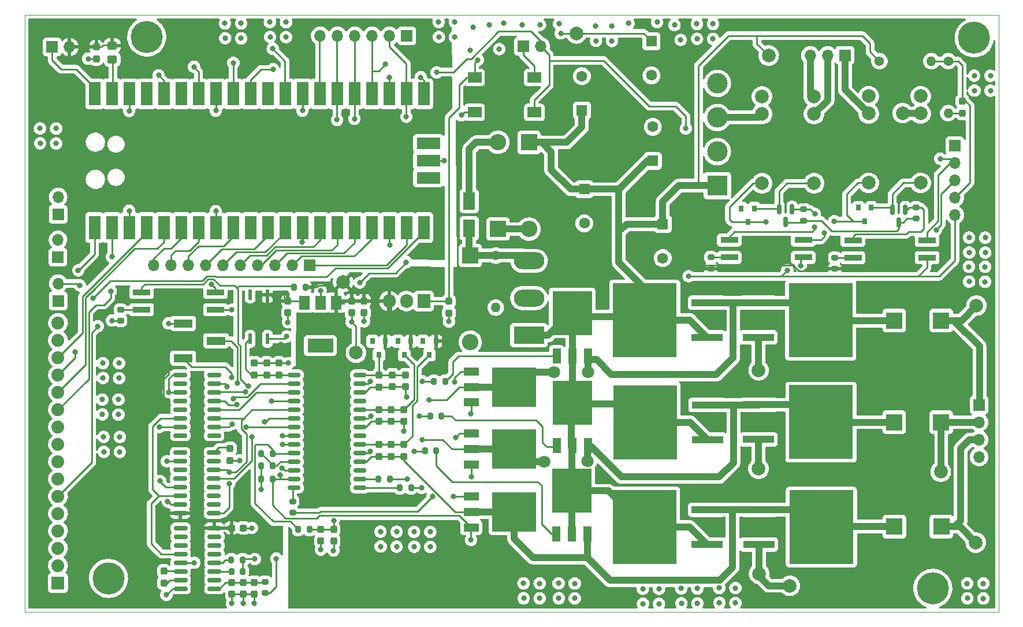
<source format=gbr>
%TF.GenerationSoftware,KiCad,Pcbnew,(6.0.0)*%
%TF.CreationDate,2022-07-07T17:58:34-06:00*%
%TF.ProjectId,Turbopump Controller,54757262-6f70-4756-9d70-20436f6e7472,rev?*%
%TF.SameCoordinates,Original*%
%TF.FileFunction,Copper,L1,Top*%
%TF.FilePolarity,Positive*%
%FSLAX46Y46*%
G04 Gerber Fmt 4.6, Leading zero omitted, Abs format (unit mm)*
G04 Created by KiCad (PCBNEW (6.0.0)) date 2022-07-07 17:58:34*
%MOMM*%
%LPD*%
G01*
G04 APERTURE LIST*
G04 Aperture macros list*
%AMRoundRect*
0 Rectangle with rounded corners*
0 $1 Rounding radius*
0 $2 $3 $4 $5 $6 $7 $8 $9 X,Y pos of 4 corners*
0 Add a 4 corners polygon primitive as box body*
4,1,4,$2,$3,$4,$5,$6,$7,$8,$9,$2,$3,0*
0 Add four circle primitives for the rounded corners*
1,1,$1+$1,$2,$3*
1,1,$1+$1,$4,$5*
1,1,$1+$1,$6,$7*
1,1,$1+$1,$8,$9*
0 Add four rect primitives between the rounded corners*
20,1,$1+$1,$2,$3,$4,$5,0*
20,1,$1+$1,$4,$5,$6,$7,0*
20,1,$1+$1,$6,$7,$8,$9,0*
20,1,$1+$1,$8,$9,$2,$3,0*%
G04 Aperture macros list end*
%TA.AperFunction,Profile*%
%ADD10C,0.100000*%
%TD*%
%TA.AperFunction,ComponentPad*%
%ADD11R,1.700000X1.700000*%
%TD*%
%TA.AperFunction,ComponentPad*%
%ADD12O,1.700000X1.700000*%
%TD*%
%TA.AperFunction,SMDPad,CuDef*%
%ADD13R,4.600000X1.100000*%
%TD*%
%TA.AperFunction,SMDPad,CuDef*%
%ADD14R,9.400000X10.800000*%
%TD*%
%TA.AperFunction,ComponentPad*%
%ADD15C,4.700000*%
%TD*%
%TA.AperFunction,SMDPad,CuDef*%
%ADD16R,2.600000X0.900000*%
%TD*%
%TA.AperFunction,SMDPad,CuDef*%
%ADD17C,2.000000*%
%TD*%
%TA.AperFunction,ComponentPad*%
%ADD18C,1.400000*%
%TD*%
%TA.AperFunction,ComponentPad*%
%ADD19O,1.400000X1.400000*%
%TD*%
%TA.AperFunction,SMDPad,CuDef*%
%ADD20RoundRect,0.200000X0.200000X0.275000X-0.200000X0.275000X-0.200000X-0.275000X0.200000X-0.275000X0*%
%TD*%
%TA.AperFunction,SMDPad,CuDef*%
%ADD21R,2.000000X1.500000*%
%TD*%
%TA.AperFunction,SMDPad,CuDef*%
%ADD22RoundRect,0.200000X-0.200000X-0.275000X0.200000X-0.275000X0.200000X0.275000X-0.200000X0.275000X0*%
%TD*%
%TA.AperFunction,SMDPad,CuDef*%
%ADD23R,2.200000X1.200000*%
%TD*%
%TA.AperFunction,SMDPad,CuDef*%
%ADD24R,6.400000X5.800000*%
%TD*%
%TA.AperFunction,SMDPad,CuDef*%
%ADD25RoundRect,0.237500X-0.237500X0.300000X-0.237500X-0.300000X0.237500X-0.300000X0.237500X0.300000X0*%
%TD*%
%TA.AperFunction,SMDPad,CuDef*%
%ADD26RoundRect,0.200000X-0.275000X0.200000X-0.275000X-0.200000X0.275000X-0.200000X0.275000X0.200000X0*%
%TD*%
%TA.AperFunction,SMDPad,CuDef*%
%ADD27R,1.700000X3.500000*%
%TD*%
%TA.AperFunction,SMDPad,CuDef*%
%ADD28R,3.500000X1.700000*%
%TD*%
%TA.AperFunction,SMDPad,CuDef*%
%ADD29RoundRect,0.200000X0.275000X-0.200000X0.275000X0.200000X-0.275000X0.200000X-0.275000X-0.200000X0*%
%TD*%
%TA.AperFunction,SMDPad,CuDef*%
%ADD30R,0.800000X0.900000*%
%TD*%
%TA.AperFunction,ComponentPad*%
%ADD31R,1.905000X2.000000*%
%TD*%
%TA.AperFunction,ComponentPad*%
%ADD32O,1.905000X2.000000*%
%TD*%
%TA.AperFunction,SMDPad,CuDef*%
%ADD33RoundRect,0.150000X0.825000X0.150000X-0.825000X0.150000X-0.825000X-0.150000X0.825000X-0.150000X0*%
%TD*%
%TA.AperFunction,SMDPad,CuDef*%
%ADD34RoundRect,0.237500X0.237500X-0.300000X0.237500X0.300000X-0.237500X0.300000X-0.237500X-0.300000X0*%
%TD*%
%TA.AperFunction,ComponentPad*%
%ADD35R,1.600000X1.600000*%
%TD*%
%TA.AperFunction,ComponentPad*%
%ADD36C,1.600000*%
%TD*%
%TA.AperFunction,ComponentPad*%
%ADD37R,2.400000X2.400000*%
%TD*%
%TA.AperFunction,ComponentPad*%
%ADD38O,2.400000X2.400000*%
%TD*%
%TA.AperFunction,SMDPad,CuDef*%
%ADD39R,1.200000X2.200000*%
%TD*%
%TA.AperFunction,SMDPad,CuDef*%
%ADD40R,5.800000X6.400000*%
%TD*%
%TA.AperFunction,SMDPad,CuDef*%
%ADD41RoundRect,0.150000X-0.150000X0.587500X-0.150000X-0.587500X0.150000X-0.587500X0.150000X0.587500X0*%
%TD*%
%TA.AperFunction,SMDPad,CuDef*%
%ADD42RoundRect,0.250000X0.450000X-0.325000X0.450000X0.325000X-0.450000X0.325000X-0.450000X-0.325000X0*%
%TD*%
%TA.AperFunction,SMDPad,CuDef*%
%ADD43R,1.800000X2.500000*%
%TD*%
%TA.AperFunction,ComponentPad*%
%ADD44R,4.500000X2.500000*%
%TD*%
%TA.AperFunction,ComponentPad*%
%ADD45O,4.500000X2.500000*%
%TD*%
%TA.AperFunction,SMDPad,CuDef*%
%ADD46RoundRect,0.237500X0.300000X0.237500X-0.300000X0.237500X-0.300000X-0.237500X0.300000X-0.237500X0*%
%TD*%
%TA.AperFunction,SMDPad,CuDef*%
%ADD47RoundRect,0.150000X-0.825000X-0.150000X0.825000X-0.150000X0.825000X0.150000X-0.825000X0.150000X0*%
%TD*%
%TA.AperFunction,SMDPad,CuDef*%
%ADD48R,2.450000X2.450000*%
%TD*%
%TA.AperFunction,ComponentPad*%
%ADD49R,1.879600X1.879600*%
%TD*%
%TA.AperFunction,ComponentPad*%
%ADD50C,1.879600*%
%TD*%
%TA.AperFunction,ComponentPad*%
%ADD51C,2.000000*%
%TD*%
%TA.AperFunction,SMDPad,CuDef*%
%ADD52RoundRect,0.218750X0.256250X-0.218750X0.256250X0.218750X-0.256250X0.218750X-0.256250X-0.218750X0*%
%TD*%
%TA.AperFunction,SMDPad,CuDef*%
%ADD53R,1.500000X2.000000*%
%TD*%
%TA.AperFunction,SMDPad,CuDef*%
%ADD54R,3.800000X2.000000*%
%TD*%
%TA.AperFunction,SMDPad,CuDef*%
%ADD55RoundRect,0.150000X-0.750000X-0.150000X0.750000X-0.150000X0.750000X0.150000X-0.750000X0.150000X0*%
%TD*%
%TA.AperFunction,SMDPad,CuDef*%
%ADD56R,2.790000X1.190000*%
%TD*%
%TA.AperFunction,ComponentPad*%
%ADD57R,3.000000X3.000000*%
%TD*%
%TA.AperFunction,ComponentPad*%
%ADD58C,3.000000*%
%TD*%
%TA.AperFunction,SMDPad,CuDef*%
%ADD59RoundRect,0.137500X-0.137500X0.662500X-0.137500X-0.662500X0.137500X-0.662500X0.137500X0.662500X0*%
%TD*%
%TA.AperFunction,ViaPad*%
%ADD60C,0.800000*%
%TD*%
%TA.AperFunction,ViaPad*%
%ADD61C,2.000000*%
%TD*%
%TA.AperFunction,ViaPad*%
%ADD62C,1.800000*%
%TD*%
%TA.AperFunction,Conductor*%
%ADD63C,0.250000*%
%TD*%
%TA.AperFunction,Conductor*%
%ADD64C,1.000000*%
%TD*%
%TA.AperFunction,Conductor*%
%ADD65C,0.500000*%
%TD*%
%TA.AperFunction,Conductor*%
%ADD66C,0.750000*%
%TD*%
G04 APERTURE END LIST*
D10*
X92870000Y-53320000D02*
X235620000Y-53320000D01*
X235620000Y-53320000D02*
X235620000Y-140720000D01*
X235620000Y-140720000D02*
X92870000Y-140720000D01*
X92870000Y-140720000D02*
X92870000Y-53320000D01*
D11*
%TO.P,SW1,1,A*%
%TO.N,GND*%
X97775000Y-95170000D03*
D12*
%TO.P,SW1,2,B*%
%TO.N,Net-(SW1-Pad2)*%
X97775000Y-92630000D03*
%TD*%
D13*
%TO.P,D19,1*%
%TO.N,Net-(C15-Pad2)*%
X200390000Y-95450000D03*
D14*
%TO.P,D19,2*%
X209540000Y-97990000D03*
D13*
%TO.P,D19,3*%
%TO.N,GND*%
X200390000Y-100530000D03*
%TD*%
D15*
%TO.P,REF\u002A\u002A,1*%
%TO.N,N/C*%
X232030000Y-56630000D03*
%TD*%
D16*
%TO.P,U1,1*%
%TO.N,+5V*%
X225130000Y-88860000D03*
%TO.P,U1,2*%
%TO.N,Net-(D10-Pad3)*%
X225130000Y-86320000D03*
%TO.P,U1,3*%
%TO.N,Net-(Q1-Pad1)*%
X214280000Y-86320000D03*
%TO.P,U1,4*%
%TO.N,Net-(R3-Pad2)*%
X214280000Y-88860000D03*
%TD*%
D17*
%TO.P,TP7,1,1*%
%TO.N,Net-(J5-Pad3)*%
X232270000Y-130590000D03*
%TD*%
D18*
%TO.P,R1,1*%
%TO.N,Net-(C1-Pad1)*%
X218150000Y-60050000D03*
D19*
%TO.P,R1,2*%
%TO.N,Net-(C5-Pad1)*%
X225770000Y-60050000D03*
%TD*%
D20*
%TO.P,R10,1*%
%TO.N,Net-(Q5-Pad1)*%
X153975000Y-112030000D03*
%TO.P,R10,2*%
%TO.N,Net-(R10-Pad2)*%
X152325000Y-112030000D03*
%TD*%
D21*
%TO.P,D10,1,+*%
%TO.N,Net-(C6-Pad1)*%
X158810000Y-62450000D03*
%TO.P,D10,2,-*%
%TO.N,GND*%
X158810000Y-67550000D03*
%TO.P,D10,3*%
%TO.N,Net-(D10-Pad3)*%
X167550000Y-67550000D03*
%TO.P,D10,4*%
%TO.N,Net-(D10-Pad4)*%
X167550000Y-62450000D03*
%TD*%
D22*
%TO.P,R8,1*%
%TO.N,Net-(R8-Pad1)*%
X132355000Y-93210000D03*
%TO.P,R8,2*%
%TO.N,+15V*%
X134005000Y-93210000D03*
%TD*%
D11*
%TO.P,J1,1,Pin_1*%
%TO.N,Net-(J1-Pad1)*%
X213085000Y-59205000D03*
D12*
%TO.P,J1,2,Pin_2*%
%TO.N,Net-(J1-Pad2)*%
X210545000Y-59205000D03*
%TO.P,J1,3,Pin_3*%
%TO.N,Net-(J1-Pad3)*%
X208005000Y-59205000D03*
%TD*%
D23*
%TO.P,Q8,1,G*%
%TO.N,Net-(Q8-Pad1)*%
X158315000Y-114635000D03*
D24*
%TO.P,Q8,2,C*%
%TO.N,Net-(C18-Pad2)*%
X164615000Y-116915000D03*
D23*
X158315000Y-116915000D03*
%TO.P,Q8,3,E*%
%TO.N,Net-(Q7-Pad3)*%
X158315000Y-119195000D03*
%TD*%
D25*
%TO.P,C31,1*%
%TO.N,Net-(C30-Pad1)*%
X136280000Y-128637500D03*
%TO.P,C31,2*%
%TO.N,GND*%
X136280000Y-130362500D03*
%TD*%
D17*
%TO.P,TP4,1,1*%
%TO.N,GND*%
X141440000Y-102780000D03*
%TD*%
D25*
%TO.P,C20,1*%
%TO.N,Net-(C18-Pad1)*%
X148450000Y-111117500D03*
%TO.P,C20,2*%
%TO.N,Net-(C18-Pad2)*%
X148450000Y-112842500D03*
%TD*%
D26*
%TO.P,R6,1*%
%TO.N,Net-(Q2-Pad1)*%
X207031250Y-81777500D03*
%TO.P,R6,2*%
%TO.N,Net-(Q1-Pad3)*%
X207031250Y-83427500D03*
%TD*%
D25*
%TO.P,C10,1*%
%TO.N,+15V*%
X142620000Y-95207500D03*
%TO.P,C10,2*%
%TO.N,GND*%
X142620000Y-96932500D03*
%TD*%
%TO.P,C22,1*%
%TO.N,Net-(C22-Pad1)*%
X144780000Y-116231500D03*
%TO.P,C22,2*%
%TO.N,Net-(C22-Pad2)*%
X144780000Y-117956500D03*
%TD*%
D27*
%TO.P,U7,1,GP0*%
%TO.N,Net-(U12-Pad13)*%
X103100000Y-84430000D03*
%TO.P,U7,2,GP1*%
%TO.N,Net-(U12-Pad11)*%
X105640000Y-84430000D03*
%TO.P,U7,3,GND*%
%TO.N,GND*%
X108180000Y-84430000D03*
%TO.P,U7,4,GP2*%
%TO.N,Net-(U12-Pad14)*%
X110720000Y-84430000D03*
%TO.P,U7,5,GP3*%
%TO.N,Net-(U12-Pad12)*%
X113260000Y-84430000D03*
%TO.P,U7,6,GP4*%
%TO.N,Net-(J7-Pad10)*%
X115800000Y-84430000D03*
%TO.P,U7,7,GP5*%
%TO.N,Net-(J7-Pad9)*%
X118340000Y-84430000D03*
%TO.P,U7,8,GND*%
%TO.N,GND*%
X120880000Y-84430000D03*
%TO.P,U7,9,GP6*%
%TO.N,Net-(J7-Pad8)*%
X123420000Y-84430000D03*
%TO.P,U7,10,GP7*%
%TO.N,unconnected-(U7-Pad10)*%
X125960000Y-84430000D03*
%TO.P,U7,11,GP8*%
%TO.N,Net-(J7-Pad7)*%
X128500000Y-84430000D03*
%TO.P,U7,12,GP9*%
%TO.N,Net-(J7-Pad6)*%
X131040000Y-84430000D03*
%TO.P,U7,13,GND*%
%TO.N,GND*%
X133580000Y-84430000D03*
%TO.P,U7,14,GP10*%
%TO.N,Net-(J7-Pad5)*%
X136120000Y-84430000D03*
%TO.P,U7,15,GP11*%
%TO.N,Net-(J7-Pad4)*%
X138660000Y-84430000D03*
%TO.P,U7,16,GP12*%
%TO.N,Net-(J7-Pad3)*%
X141200000Y-84430000D03*
%TO.P,U7,17,GP13*%
%TO.N,Net-(J7-Pad2)*%
X143740000Y-84430000D03*
%TO.P,U7,18,GND*%
%TO.N,GND*%
X146280000Y-84430000D03*
%TO.P,U7,19,GP14*%
%TO.N,Net-(J7-Pad1)*%
X148820000Y-84430000D03*
%TO.P,U7,20,GP15*%
%TO.N,Net-(SW1-Pad2)*%
X151360000Y-84430000D03*
%TO.P,U7,21,GP16*%
%TO.N,GND*%
X151360000Y-64850000D03*
%TO.P,U7,22,GP17*%
%TO.N,Net-(C30-Pad1)*%
X148820000Y-64850000D03*
%TO.P,U7,23,GND*%
%TO.N,GND*%
X146280000Y-64850000D03*
%TO.P,U7,24,GP18*%
%TO.N,Net-(J6-Pad3)*%
X143740000Y-64850000D03*
%TO.P,U7,25,GP19*%
%TO.N,Net-(J6-Pad4)*%
X141200000Y-64850000D03*
%TO.P,U7,26,GP20*%
%TO.N,Net-(J6-Pad5)*%
X138660000Y-64850000D03*
%TO.P,U7,27,GP21*%
%TO.N,Net-(J6-Pad6)*%
X136120000Y-64850000D03*
%TO.P,U7,28,GND*%
%TO.N,GND*%
X133580000Y-64850000D03*
%TO.P,U7,29,GP22*%
%TO.N,Net-(SW2-Pad2)*%
X131040000Y-64850000D03*
%TO.P,U7,30,RUN*%
%TO.N,unconnected-(U7-Pad30)*%
X128500000Y-64850000D03*
%TO.P,U7,31,GP26*%
%TO.N,Net-(D10-Pad3)*%
X125960000Y-64850000D03*
%TO.P,U7,32,GP27*%
%TO.N,Net-(J3-Pad3)*%
X123420000Y-64850000D03*
%TO.P,U7,33,GND*%
%TO.N,GND*%
X120880000Y-64850000D03*
%TO.P,U7,34,GP28*%
%TO.N,Net-(SW3-Pad2)*%
X118340000Y-64850000D03*
%TO.P,U7,35,ADC_VREF*%
%TO.N,unconnected-(U7-Pad35)*%
X115800000Y-64850000D03*
%TO.P,U7,36,3V3(Out)*%
%TO.N,Net-(U12-Pad6)*%
X113260000Y-64850000D03*
%TO.P,U7,37,3V3_EN*%
%TO.N,unconnected-(U7-Pad37)*%
X110720000Y-64850000D03*
%TO.P,U7,38,GND*%
%TO.N,GND*%
X108180000Y-64850000D03*
%TO.P,U7,39,VSYS*%
%TO.N,Net-(D15-Pad1)*%
X105640000Y-64850000D03*
%TO.P,U7,40,VBUS*%
%TO.N,Net-(J4-Pad1)*%
X103100000Y-64850000D03*
D28*
%TO.P,U7,41,SWCLCK*%
%TO.N,unconnected-(U7-Pad41)*%
X152030000Y-77180000D03*
%TO.P,U7,42,GND*%
%TO.N,GND*%
X152030000Y-74640000D03*
%TO.P,U7,43,SWDIO*%
%TO.N,unconnected-(U7-Pad43)*%
X152030000Y-72100000D03*
%TD*%
D29*
%TO.P,R3,1*%
%TO.N,+15V*%
X211610000Y-90505000D03*
%TO.P,R3,2*%
%TO.N,Net-(R3-Pad2)*%
X211610000Y-88855000D03*
%TD*%
D25*
%TO.P,C19,1*%
%TO.N,Net-(C18-Pad1)*%
X146600000Y-111127500D03*
%TO.P,C19,2*%
%TO.N,Net-(C18-Pad2)*%
X146600000Y-112852500D03*
%TD*%
D30*
%TO.P,D12,*%
%TO.N,*%
X143840000Y-101080000D03*
%TO.P,D12,1,K*%
%TO.N,Net-(C15-Pad1)*%
X144790000Y-103080000D03*
%TO.P,D12,2,A*%
%TO.N,+15V*%
X145740000Y-101080000D03*
%TD*%
D29*
%TO.P,R2,1*%
%TO.N,+15V*%
X193450000Y-90425000D03*
%TO.P,R2,2*%
%TO.N,Net-(R2-Pad2)*%
X193450000Y-88775000D03*
%TD*%
D15*
%TO.P,REF\u002A\u002A,1*%
%TO.N,N/C*%
X110750000Y-56510000D03*
%TD*%
D11*
%TO.P,J4,1,Pin_1*%
%TO.N,Net-(J4-Pad1)*%
X96890000Y-57979000D03*
D12*
%TO.P,J4,2,Pin_2*%
%TO.N,+5V*%
X99430000Y-57979000D03*
%TD*%
D31*
%TO.P,U6,1,VI*%
%TO.N,Net-(C6-Pad1)*%
X151370000Y-95205000D03*
D32*
%TO.P,U6,2,GND*%
%TO.N,GND*%
X148830000Y-95205000D03*
%TO.P,U6,3,VO*%
%TO.N,+15V*%
X146290000Y-95205000D03*
%TD*%
D25*
%TO.P,C21,1*%
%TO.N,Net-(C21-Pad1)*%
X113260000Y-134767500D03*
%TO.P,C21,2*%
%TO.N,Net-(C21-Pad2)*%
X113260000Y-136492500D03*
%TD*%
D17*
%TO.P,TP1,1,1*%
%TO.N,+15V*%
X139510000Y-92390000D03*
%TD*%
D26*
%TO.P,R5,1*%
%TO.N,Net-(Q1-Pad1)*%
X223500000Y-81465000D03*
%TO.P,R5,2*%
%TO.N,Net-(Q1-Pad3)*%
X223500000Y-83115000D03*
%TD*%
D33*
%TO.P,U8,1*%
%TO.N,N/C*%
X120625000Y-114915000D03*
%TO.P,U8,2*%
%TO.N,Net-(U11-Pad2)*%
X120625000Y-113645000D03*
%TO.P,U8,3*%
%TO.N,Net-(U11-Pad5)*%
X120625000Y-112375000D03*
%TO.P,U8,4*%
%TO.N,Net-(U11-Pad3)*%
X120625000Y-111105000D03*
%TO.P,U8,5*%
%TO.N,Net-(U11-Pad6)*%
X120625000Y-109835000D03*
%TO.P,U8,6*%
%TO.N,Net-(U11-Pad4)*%
X120625000Y-108565000D03*
%TO.P,U8,7*%
%TO.N,Net-(U11-Pad7)*%
X120625000Y-107295000D03*
%TO.P,U8,8*%
%TO.N,N/C*%
X120625000Y-106025000D03*
%TO.P,U8,9*%
%TO.N,GND*%
X115675000Y-106025000D03*
%TO.P,U8,10*%
%TO.N,unconnected-(U8-Pad10)*%
X115675000Y-107295000D03*
%TO.P,U8,11*%
%TO.N,GND*%
X115675000Y-108565000D03*
%TO.P,U8,12*%
%TO.N,unconnected-(U8-Pad12)*%
X115675000Y-109835000D03*
%TO.P,U8,13*%
%TO.N,N/C*%
X115675000Y-111105000D03*
%TO.P,U8,14*%
%TO.N,Net-(U10-Pad4)*%
X115675000Y-112375000D03*
%TO.P,U8,15*%
%TO.N,Net-(J6-Pad4)*%
X115675000Y-113645000D03*
%TO.P,U8,16*%
%TO.N,N/C*%
X115675000Y-114915000D03*
%TD*%
D34*
%TO.P,C11,1*%
%TO.N,Net-(C11-Pad1)*%
X126530000Y-106012500D03*
%TO.P,C11,2*%
%TO.N,GND*%
X126530000Y-104287500D03*
%TD*%
D35*
%TO.P,C1,1*%
%TO.N,Net-(C1-Pad1)*%
X184930000Y-74662651D03*
D36*
%TO.P,C1,2*%
%TO.N,GND*%
X184930000Y-69662651D03*
%TD*%
D20*
%TO.P,R20,1*%
%TO.N,Net-(Q8-Pad1)*%
X149495000Y-122570000D03*
%TO.P,R20,2*%
%TO.N,Net-(R20-Pad2)*%
X147845000Y-122570000D03*
%TD*%
D37*
%TO.P,D2,1,K*%
%TO.N,Net-(C1-Pad1)*%
X166800000Y-71960000D03*
D38*
%TO.P,D2,2,A*%
%TO.N,Net-(D2-Pad2)*%
X166800000Y-84660000D03*
%TD*%
D25*
%TO.P,C16,1*%
%TO.N,Net-(C15-Pad1)*%
X146760000Y-106037500D03*
%TO.P,C16,2*%
%TO.N,Net-(C15-Pad2)*%
X146760000Y-107762500D03*
%TD*%
D39*
%TO.P,Q6,1,G*%
%TO.N,Net-(Q6-Pad1)*%
X170765000Y-129315000D03*
D40*
%TO.P,Q6,2,C*%
%TO.N,Net-(C1-Pad1)*%
X173045000Y-123015000D03*
D39*
X173045000Y-129315000D03*
%TO.P,Q6,3,E*%
%TO.N,Net-(C22-Pad2)*%
X175325000Y-129315000D03*
%TD*%
D29*
%TO.P,R21,1*%
%TO.N,Net-(Q9-Pad1)*%
X132150000Y-126205000D03*
%TO.P,R21,2*%
%TO.N,Net-(R21-Pad2)*%
X132150000Y-124555000D03*
%TD*%
D13*
%TO.P,D18,1*%
%TO.N,Net-(C1-Pad1)*%
X192881000Y-130854000D03*
D14*
%TO.P,D18,2*%
X183731000Y-128314000D03*
D13*
%TO.P,D18,3*%
%TO.N,Net-(C22-Pad2)*%
X192881000Y-125774000D03*
%TD*%
D41*
%TO.P,Q1,1,B*%
%TO.N,Net-(Q1-Pad1)*%
X221930000Y-81788000D03*
%TO.P,Q1,2,C*%
%TO.N,Net-(D3-Pad2)*%
X220030000Y-81788000D03*
%TO.P,Q1,3,E*%
%TO.N,Net-(Q1-Pad3)*%
X220980000Y-83663000D03*
%TD*%
D20*
%TO.P,R17,1*%
%TO.N,Net-(Q7-Pad1)*%
X146365000Y-121290000D03*
%TO.P,R17,2*%
%TO.N,Net-(R17-Pad2)*%
X144715000Y-121290000D03*
%TD*%
D34*
%TO.P,C12,1*%
%TO.N,Net-(C11-Pad1)*%
X128330000Y-106012500D03*
%TO.P,C12,2*%
%TO.N,GND*%
X128330000Y-104287500D03*
%TD*%
D42*
%TO.P,D15,1,K*%
%TO.N,Net-(D15-Pad1)*%
X105706000Y-59810000D03*
%TO.P,D15,2,A*%
%TO.N,+5V*%
X105706000Y-57760000D03*
%TD*%
D11*
%TO.P,J6,1,Pin_1*%
%TO.N,GND*%
X148880000Y-56340000D03*
D12*
%TO.P,J6,2,Pin_2*%
%TO.N,Net-(C30-Pad1)*%
X146340000Y-56340000D03*
%TO.P,J6,3,Pin_3*%
%TO.N,Net-(J6-Pad3)*%
X143800000Y-56340000D03*
%TO.P,J6,4,Pin_4*%
%TO.N,Net-(J6-Pad4)*%
X141260000Y-56340000D03*
%TO.P,J6,5,Pin_5*%
%TO.N,Net-(J6-Pad5)*%
X138720000Y-56340000D03*
%TO.P,J6,6,Pin_6*%
%TO.N,Net-(J6-Pad6)*%
X136180000Y-56340000D03*
%TD*%
D11*
%TO.P,SW3,1,A*%
%TO.N,GND*%
X97750000Y-88770000D03*
D12*
%TO.P,SW3,2,B*%
%TO.N,Net-(SW3-Pad2)*%
X97750000Y-86230000D03*
%TD*%
D17*
%TO.P,TP5,1,1*%
%TO.N,Net-(J5-Pad1)*%
X232370000Y-95870000D03*
%TD*%
D25*
%TO.P,C14,1*%
%TO.N,+5V*%
X103361000Y-57969250D03*
%TO.P,C14,2*%
%TO.N,GND*%
X103361000Y-59694250D03*
%TD*%
D17*
%TO.P,TP2,1,1*%
%TO.N,Net-(C6-Pad1)*%
X173730000Y-55980000D03*
%TD*%
D20*
%TO.P,R13,1*%
%TO.N,Net-(Q6-Pad1)*%
X153205000Y-117170000D03*
%TO.P,R13,2*%
%TO.N,Net-(R13-Pad2)*%
X151555000Y-117170000D03*
%TD*%
D39*
%TO.P,Q5,1,G*%
%TO.N,Net-(Q5-Pad1)*%
X170855000Y-116375000D03*
D40*
%TO.P,Q5,2,C*%
%TO.N,Net-(C1-Pad1)*%
X173135000Y-110075000D03*
D39*
X173135000Y-116375000D03*
%TO.P,Q5,3,E*%
%TO.N,Net-(C18-Pad2)*%
X175415000Y-116375000D03*
%TD*%
D43*
%TO.P,D6,1,K*%
%TO.N,Net-(D5-Pad2)*%
X158030000Y-80540000D03*
%TO.P,D6,2,A*%
%TO.N,Net-(D6-Pad2)*%
X158030000Y-84540000D03*
%TD*%
D25*
%TO.P,C29,1*%
%TO.N,Net-(C27-Pad1)*%
X126520000Y-136427500D03*
%TO.P,C29,2*%
%TO.N,GND*%
X126520000Y-138152500D03*
%TD*%
D11*
%TO.P,J7,1,Pin_1*%
%TO.N,Net-(J7-Pad1)*%
X134650000Y-89925000D03*
D12*
%TO.P,J7,2,Pin_2*%
%TO.N,Net-(J7-Pad2)*%
X132110000Y-89925000D03*
%TO.P,J7,3,Pin_3*%
%TO.N,Net-(J7-Pad3)*%
X129570000Y-89925000D03*
%TO.P,J7,4,Pin_4*%
%TO.N,Net-(J7-Pad4)*%
X127030000Y-89925000D03*
%TO.P,J7,5,Pin_5*%
%TO.N,Net-(J7-Pad5)*%
X124490000Y-89925000D03*
%TO.P,J7,6,Pin_6*%
%TO.N,Net-(J7-Pad6)*%
X121950000Y-89925000D03*
%TO.P,J7,7,Pin_7*%
%TO.N,Net-(J7-Pad7)*%
X119410000Y-89925000D03*
%TO.P,J7,8,Pin_8*%
%TO.N,Net-(J7-Pad8)*%
X116870000Y-89925000D03*
%TO.P,J7,9,Pin_9*%
%TO.N,Net-(J7-Pad9)*%
X114330000Y-89925000D03*
%TO.P,J7,10,Pin_10*%
%TO.N,Net-(J7-Pad10)*%
X111790000Y-89925000D03*
%TD*%
D44*
%TO.P,Q3,1,D*%
%TO.N,Net-(C1-Pad1)*%
X166795000Y-100210000D03*
D45*
%TO.P,Q3,2,S*%
%TO.N,GND*%
X166795000Y-94760000D03*
%TO.P,Q3,3,G*%
%TO.N,Net-(D6-Pad2)*%
X166795000Y-89310000D03*
%TD*%
D11*
%TO.P,J3,1,Pin_1*%
%TO.N,GND*%
X229205000Y-72430000D03*
D12*
%TO.P,J3,2,Pin_2*%
%TO.N,Net-(D10-Pad3)*%
X229205000Y-74970000D03*
%TO.P,J3,3,Pin_3*%
%TO.N,Net-(J3-Pad3)*%
X229205000Y-77510000D03*
%TO.P,J3,4,Pin_4*%
%TO.N,Net-(C5-Pad1)*%
X229205000Y-80050000D03*
%TO.P,J3,5,Pin_5*%
%TO.N,+5V*%
X229205000Y-82590000D03*
%TD*%
D25*
%TO.P,C9,1*%
%TO.N,+15V*%
X140780000Y-95207500D03*
%TO.P,C9,2*%
%TO.N,GND*%
X140780000Y-96932500D03*
%TD*%
D22*
%TO.P,R12,1*%
%TO.N,Net-(R12-Pad1)*%
X123155000Y-133110000D03*
%TO.P,R12,2*%
%TO.N,Net-(R11-Pad2)*%
X124805000Y-133110000D03*
%TD*%
D34*
%TO.P,C13,1*%
%TO.N,Net-(C11-Pad1)*%
X130130000Y-106032500D03*
%TO.P,C13,2*%
%TO.N,GND*%
X130130000Y-104307500D03*
%TD*%
D46*
%TO.P,C25,1*%
%TO.N,GND*%
X124925000Y-128440000D03*
%TO.P,C25,2*%
%TO.N,+5V*%
X123200000Y-128440000D03*
%TD*%
D22*
%TO.P,R11,1*%
%TO.N,Net-(R11-Pad1)*%
X123185000Y-134790000D03*
%TO.P,R11,2*%
%TO.N,Net-(R11-Pad2)*%
X124835000Y-134790000D03*
%TD*%
D25*
%TO.P,C23,1*%
%TO.N,Net-(C22-Pad1)*%
X146590000Y-116227500D03*
%TO.P,C23,2*%
%TO.N,Net-(C22-Pad2)*%
X146590000Y-117952500D03*
%TD*%
D13*
%TO.P,D21,1*%
%TO.N,Net-(C22-Pad2)*%
X200495000Y-125775000D03*
D14*
%TO.P,D21,2*%
X209645000Y-128315000D03*
D13*
%TO.P,D21,3*%
%TO.N,GND*%
X200495000Y-130855000D03*
%TD*%
D47*
%TO.P,U10,1,PCP*%
%TO.N,unconnected-(U10-Pad1)*%
X115725000Y-128455000D03*
%TO.P,U10,2,PC1*%
%TO.N,unconnected-(U10-Pad2)*%
X115725000Y-129725000D03*
%TO.P,U10,3,RefIn*%
%TO.N,unconnected-(U10-Pad3)*%
X115725000Y-130995000D03*
%TO.P,U10,4,FOUT*%
%TO.N,Net-(U10-Pad4)*%
X115725000Y-132265000D03*
%TO.P,U10,5,Inh*%
%TO.N,Net-(R11-Pad2)*%
X115725000Y-133535000D03*
%TO.P,U10,6,C1*%
%TO.N,Net-(C21-Pad1)*%
X115725000Y-134805000D03*
%TO.P,U10,7,C2*%
%TO.N,Net-(C21-Pad2)*%
X115725000Y-136075000D03*
%TO.P,U10,8,VSS*%
%TO.N,GND*%
X115725000Y-137345000D03*
%TO.P,U10,9,VCOin*%
%TO.N,Net-(C27-Pad1)*%
X120675000Y-137345000D03*
%TO.P,U10,10,SFout*%
%TO.N,unconnected-(U10-Pad10)*%
X120675000Y-136075000D03*
%TO.P,U10,11,R1*%
%TO.N,Net-(R11-Pad1)*%
X120675000Y-134805000D03*
%TO.P,U10,12,R2*%
%TO.N,Net-(R12-Pad1)*%
X120675000Y-133535000D03*
%TO.P,U10,13,PC2*%
%TO.N,unconnected-(U10-Pad13)*%
X120675000Y-132265000D03*
%TO.P,U10,14,SigIn*%
%TO.N,unconnected-(U10-Pad14)*%
X120675000Y-130995000D03*
%TO.P,U10,15,ZOUT*%
%TO.N,unconnected-(U10-Pad15)*%
X120675000Y-129725000D03*
%TO.P,U10,16,VDD*%
%TO.N,+5V*%
X120675000Y-128455000D03*
%TD*%
D30*
%TO.P,D3,*%
%TO.N,*%
X215060000Y-81530000D03*
%TO.P,D3,1,K*%
%TO.N,Net-(D3-Pad1)*%
X216010000Y-83530000D03*
%TO.P,D3,2,A*%
%TO.N,Net-(D3-Pad2)*%
X216960000Y-81530000D03*
%TD*%
D18*
%TO.P,R4,1*%
%TO.N,Net-(C5-Pad1)*%
X228230000Y-60050000D03*
D19*
%TO.P,R4,2*%
%TO.N,Net-(C5-Pad2)*%
X228230000Y-67670000D03*
%TD*%
D25*
%TO.P,C18,1*%
%TO.N,Net-(C18-Pad1)*%
X144760000Y-111127500D03*
%TO.P,C18,2*%
%TO.N,Net-(C18-Pad2)*%
X144760000Y-112852500D03*
%TD*%
D11*
%TO.P,SW2,1,A*%
%TO.N,GND*%
X97765000Y-82480000D03*
D12*
%TO.P,SW2,2,B*%
%TO.N,Net-(SW2-Pad2)*%
X97765000Y-79940000D03*
%TD*%
D25*
%TO.P,C15,1*%
%TO.N,Net-(C15-Pad1)*%
X144780000Y-106057500D03*
%TO.P,C15,2*%
%TO.N,Net-(C15-Pad2)*%
X144780000Y-107782500D03*
%TD*%
D30*
%TO.P,D13,*%
%TO.N,*%
X147550000Y-101090000D03*
%TO.P,D13,1,K*%
%TO.N,Net-(C18-Pad1)*%
X148500000Y-103090000D03*
%TO.P,D13,2,A*%
%TO.N,+15V*%
X149450000Y-101090000D03*
%TD*%
D11*
%TO.P,J2,1,Pin_1*%
%TO.N,Net-(D10-Pad4)*%
X165950000Y-57885000D03*
D12*
%TO.P,J2,2,Pin_2*%
%TO.N,Net-(D10-Pad3)*%
X168490000Y-57885000D03*
%TD*%
D25*
%TO.P,C7,1*%
%TO.N,Net-(C6-Pad1)*%
X155040000Y-95227500D03*
%TO.P,C7,2*%
%TO.N,GND*%
X155040000Y-96952500D03*
%TD*%
D39*
%TO.P,Q4,1,G*%
%TO.N,Net-(Q4-Pad1)*%
X170845000Y-103245000D03*
D40*
%TO.P,Q4,2,C*%
%TO.N,Net-(C1-Pad1)*%
X173125000Y-96945000D03*
D39*
X173125000Y-103245000D03*
%TO.P,Q4,3,E*%
%TO.N,Net-(C15-Pad2)*%
X175405000Y-103245000D03*
%TD*%
D48*
%TO.P,L3,1,1*%
%TO.N,Net-(C15-Pad2)*%
X220310000Y-98050000D03*
%TO.P,L3,2,2*%
%TO.N,Net-(J5-Pad1)*%
X227210000Y-98050000D03*
%TD*%
D35*
%TO.P,C4,1*%
%TO.N,Net-(C1-Pad1)*%
X174540000Y-67262651D03*
D36*
%TO.P,C4,2*%
%TO.N,GND*%
X174540000Y-62262651D03*
%TD*%
D30*
%TO.P,D4,*%
%TO.N,*%
X197910000Y-81630000D03*
%TO.P,D4,1,K*%
%TO.N,Net-(D3-Pad1)*%
X198860000Y-83630000D03*
%TO.P,D4,2,A*%
%TO.N,Net-(D4-Pad2)*%
X199810000Y-81630000D03*
%TD*%
D49*
%TO.P,U12,1,RST*%
%TO.N,unconnected-(U12-Pad1)*%
X97750000Y-136500000D03*
D50*
%TO.P,U12,2,RX*%
%TO.N,unconnected-(U12-Pad2)*%
X97750000Y-133960000D03*
%TO.P,U12,3,GND*%
%TO.N,unconnected-(U12-Pad3)*%
X97750000Y-131420000D03*
%TO.P,U12,4,3.3V*%
%TO.N,unconnected-(U12-Pad4)*%
X97750000Y-128880000D03*
%TO.P,U12,5,GND*%
%TO.N,GND*%
X97750000Y-126340000D03*
%TO.P,U12,6,RAW*%
%TO.N,Net-(U12-Pad6)*%
X97750000Y-123800000D03*
%TO.P,U12,7,DA*%
%TO.N,unconnected-(U12-Pad7)*%
X97750000Y-121260000D03*
%TO.P,U12,8,CL*%
%TO.N,unconnected-(U12-Pad8)*%
X97750000Y-118720000D03*
%TO.P,U12,9,TX0*%
%TO.N,unconnected-(U12-Pad9)*%
X97750000Y-116180000D03*
%TO.P,U12,10,RXI*%
%TO.N,unconnected-(U12-Pad10)*%
X97750000Y-113640000D03*
%TO.P,U12,11,\u005CCS*%
%TO.N,Net-(U12-Pad11)*%
X97750000Y-111100000D03*
%TO.P,U12,12,SDI*%
%TO.N,Net-(U12-Pad12)*%
X97750000Y-108560000D03*
%TO.P,U12,13,SDO*%
%TO.N,Net-(U12-Pad13)*%
X97750000Y-106020000D03*
%TO.P,U12,14,SCK*%
%TO.N,Net-(U12-Pad14)*%
X97750000Y-103482540D03*
%TO.P,U12,15,R*%
%TO.N,unconnected-(U12-Pad15)*%
X97750000Y-100942540D03*
%TO.P,U12,16,TX*%
%TO.N,unconnected-(U12-Pad16)*%
X97750000Y-98402540D03*
%TD*%
D22*
%TO.P,R18,1*%
%TO.N,Net-(R14-Pad2)*%
X132960000Y-128650000D03*
%TO.P,R18,2*%
%TO.N,Net-(C30-Pad1)*%
X134610000Y-128650000D03*
%TD*%
D15*
%TO.P,REF\u002A\u002A,1*%
%TO.N,N/C*%
X105150000Y-135830000D03*
%TD*%
D51*
%TO.P,K1,11*%
%TO.N,Net-(J1-Pad1)*%
X216580000Y-67730000D03*
%TO.P,K1,12*%
%TO.N,Net-(D1-Pad2)*%
X224200000Y-67730000D03*
%TO.P,K1,13*%
%TO.N,N/C*%
X216580000Y-65190000D03*
%TO.P,K1,14*%
%TO.N,unconnected-(K1-Pad14)*%
X224200000Y-65190000D03*
%TO.P,K1,A1*%
%TO.N,Net-(D3-Pad1)*%
X216580000Y-77890000D03*
%TO.P,K1,A2*%
%TO.N,Net-(D3-Pad2)*%
X224200000Y-77890000D03*
%TD*%
D17*
%TO.P,TP3,1,1*%
%TO.N,Net-(C1-Pad1)*%
X201920000Y-59230000D03*
%TD*%
D18*
%TO.P,R7,1*%
%TO.N,Net-(D6-Pad2)*%
X161910000Y-88540000D03*
D19*
%TO.P,R7,2*%
%TO.N,GND*%
X161910000Y-96160000D03*
%TD*%
D52*
%TO.P,D11,1,K*%
%TO.N,GND*%
X106920000Y-98057500D03*
%TO.P,D11,2,A*%
%TO.N,Net-(D11-Pad2)*%
X106920000Y-96482500D03*
%TD*%
D35*
%TO.P,C2,1*%
%TO.N,Net-(C1-Pad1)*%
X186390000Y-83917349D03*
D36*
%TO.P,C2,2*%
%TO.N,GND*%
X186390000Y-88917349D03*
%TD*%
D37*
%TO.P,D7,1,K*%
%TO.N,Net-(D6-Pad2)*%
X158170000Y-88520000D03*
D38*
%TO.P,D7,2,A*%
%TO.N,GND*%
X158170000Y-101220000D03*
%TD*%
D35*
%TO.P,C6,1*%
%TO.N,Net-(C6-Pad1)*%
X184740000Y-57137349D03*
D36*
%TO.P,C6,2*%
%TO.N,GND*%
X184740000Y-62137349D03*
%TD*%
D25*
%TO.P,C17,1*%
%TO.N,Net-(C15-Pad1)*%
X148710000Y-106037500D03*
%TO.P,C17,2*%
%TO.N,Net-(C15-Pad2)*%
X148710000Y-107762500D03*
%TD*%
D53*
%TO.P,U5,1,VI*%
%TO.N,+15V*%
X138500000Y-95430000D03*
%TO.P,U5,2,GND*%
%TO.N,GND*%
X136200000Y-95430000D03*
%TO.P,U5,3,VO*%
%TO.N,+5V*%
X133900000Y-95430000D03*
D54*
%TO.P,U5,4*%
%TO.N,N/C*%
X136200000Y-101730000D03*
%TD*%
D16*
%TO.P,U4,1*%
%TO.N,Net-(R8-Pad1)*%
X109990000Y-93940000D03*
%TO.P,U4,2*%
%TO.N,Net-(D11-Pad2)*%
X109990000Y-96480000D03*
%TO.P,U4,3*%
%TO.N,GND*%
X120840000Y-96480000D03*
%TO.P,U4,4*%
%TO.N,Net-(J6-Pad5)*%
X120840000Y-93940000D03*
%TD*%
D15*
%TO.P,REF\u002A\u002A,1*%
%TO.N,N/C*%
X225970000Y-137290000D03*
%TD*%
D17*
%TO.P,TP8,1,1*%
%TO.N,GND*%
X205020000Y-136910000D03*
%TD*%
D20*
%TO.P,R15,1*%
%TO.N,Net-(R14-Pad1)*%
X129175000Y-119375000D03*
%TO.P,R15,2*%
%TO.N,GND*%
X127525000Y-119375000D03*
%TD*%
D48*
%TO.P,L4,1,1*%
%TO.N,Net-(C18-Pad2)*%
X220310000Y-112950000D03*
%TO.P,L4,2,2*%
%TO.N,Net-(J5-Pad2)*%
X227210000Y-112950000D03*
%TD*%
D35*
%TO.P,C3,1*%
%TO.N,Net-(C1-Pad1)*%
X174890000Y-78817349D03*
D36*
%TO.P,C3,2*%
%TO.N,GND*%
X174890000Y-83817349D03*
%TD*%
D13*
%TO.P,D16,1*%
%TO.N,Net-(C1-Pad1)*%
X192895000Y-100535000D03*
D14*
%TO.P,D16,2*%
X183745000Y-97995000D03*
D13*
%TO.P,D16,3*%
%TO.N,Net-(C15-Pad2)*%
X192895000Y-95455000D03*
%TD*%
D55*
%TO.P,U11,1,VCC*%
%TO.N,Net-(C11-Pad1)*%
X132360000Y-106045000D03*
%TO.P,U11,2,/H1*%
%TO.N,Net-(U11-Pad2)*%
X132360000Y-107315000D03*
%TO.P,U11,3,/H2*%
%TO.N,Net-(U11-Pad3)*%
X132360000Y-108585000D03*
%TO.P,U11,4,/H3*%
%TO.N,Net-(U11-Pad4)*%
X132360000Y-109855000D03*
%TO.P,U11,5,/L1*%
%TO.N,Net-(U11-Pad5)*%
X132360000Y-111125000D03*
%TO.P,U11,6,/L2*%
%TO.N,Net-(U11-Pad6)*%
X132360000Y-112395000D03*
%TO.P,U11,7,/L3*%
%TO.N,Net-(U11-Pad7)*%
X132360000Y-113665000D03*
%TO.P,U11,8,/FAULT*%
%TO.N,Net-(R8-Pad1)*%
X132360000Y-114935000D03*
%TO.P,U11,9,ITRIP*%
%TO.N,Net-(RV1-Pad2)*%
X132360000Y-116205000D03*
%TO.P,U11,10,CAO*%
%TO.N,Net-(R14-Pad2)*%
X132360000Y-117475000D03*
%TO.P,U11,11,-CA*%
%TO.N,Net-(R14-Pad1)*%
X132360000Y-118745000D03*
%TO.P,U11,12,VSS*%
%TO.N,GND*%
X132360000Y-120015000D03*
%TO.P,U11,13,VSO*%
%TO.N,Net-(Q7-Pad3)*%
X132360000Y-121285000D03*
%TO.P,U11,14,LO3*%
%TO.N,Net-(R21-Pad2)*%
X132360000Y-122555000D03*
%TO.P,U11,15,LO2*%
%TO.N,Net-(R20-Pad2)*%
X141960000Y-122555000D03*
%TO.P,U11,16,LO1*%
%TO.N,Net-(R17-Pad2)*%
X141960000Y-121285000D03*
%TO.P,U11,17*%
%TO.N,unconnected-(U11-Pad17)*%
X141960000Y-120015000D03*
%TO.P,U11,18,Vs3*%
%TO.N,Net-(C22-Pad2)*%
X141960000Y-118745000D03*
%TO.P,U11,19,HO3*%
%TO.N,Net-(R13-Pad2)*%
X141960000Y-117475000D03*
%TO.P,U11,20,VB3*%
%TO.N,Net-(C22-Pad1)*%
X141960000Y-116205000D03*
%TO.P,U11,21*%
%TO.N,unconnected-(U11-Pad21)*%
X141960000Y-114935000D03*
%TO.P,U11,22,Vs2*%
%TO.N,Net-(C18-Pad2)*%
X141960000Y-113665000D03*
%TO.P,U11,23,HO2*%
%TO.N,Net-(R10-Pad2)*%
X141960000Y-112395000D03*
%TO.P,U11,24,VB2*%
%TO.N,Net-(C18-Pad1)*%
X141960000Y-111125000D03*
%TO.P,U11,25*%
%TO.N,unconnected-(U11-Pad25)*%
X141960000Y-109855000D03*
%TO.P,U11,26,Vs1*%
%TO.N,Net-(C15-Pad2)*%
X141960000Y-108585000D03*
%TO.P,U11,27,HO1*%
%TO.N,Net-(R9-Pad2)*%
X141960000Y-107315000D03*
%TO.P,U11,28,VB1*%
%TO.N,Net-(C15-Pad1)*%
X141960000Y-106045000D03*
%TD*%
D25*
%TO.P,C28,1*%
%TO.N,Net-(C27-Pad1)*%
X124870000Y-136427500D03*
%TO.P,C28,2*%
%TO.N,GND*%
X124870000Y-138152500D03*
%TD*%
D20*
%TO.P,R19,1*%
%TO.N,Net-(Q7-Pad3)*%
X129175000Y-121300000D03*
%TO.P,R19,2*%
%TO.N,GND*%
X127525000Y-121300000D03*
%TD*%
D37*
%TO.P,D5,1,K*%
%TO.N,Net-(D2-Pad2)*%
X162240000Y-84640000D03*
D38*
%TO.P,D5,2,A*%
%TO.N,Net-(D5-Pad2)*%
X162240000Y-71940000D03*
%TD*%
D22*
%TO.P,R14,1*%
%TO.N,Net-(R14-Pad1)*%
X127525000Y-117525000D03*
%TO.P,R14,2*%
%TO.N,Net-(R14-Pad2)*%
X129175000Y-117525000D03*
%TD*%
D17*
%TO.P,TP6,1,1*%
%TO.N,Net-(J5-Pad2)*%
X227130000Y-120190000D03*
%TD*%
D25*
%TO.P,C8,1*%
%TO.N,+5V*%
X131450000Y-95207500D03*
%TO.P,C8,2*%
%TO.N,GND*%
X131450000Y-96932500D03*
%TD*%
D11*
%TO.P,J5,1,Pin_1*%
%TO.N,Net-(J5-Pad1)*%
X232755000Y-110410000D03*
D12*
%TO.P,J5,2,Pin_2*%
%TO.N,Net-(J5-Pad2)*%
X232755000Y-112950000D03*
%TO.P,J5,3,Pin_3*%
%TO.N,Net-(J5-Pad3)*%
X232755000Y-115490000D03*
%TO.P,J5,4,Pin_4*%
%TO.N,GND*%
X232755000Y-118030000D03*
%TD*%
D25*
%TO.P,C30,1*%
%TO.N,Net-(C30-Pad1)*%
X138160000Y-128657500D03*
%TO.P,C30,2*%
%TO.N,GND*%
X138160000Y-130382500D03*
%TD*%
D51*
%TO.P,K2,11*%
%TO.N,Net-(D1-Pad3)*%
X200930000Y-67780000D03*
%TO.P,K2,12*%
%TO.N,Net-(J1-Pad2)*%
X208550000Y-67780000D03*
%TO.P,K2,13*%
%TO.N,N/C*%
X200930000Y-65240000D03*
%TO.P,K2,14*%
%TO.N,Net-(J1-Pad3)*%
X208550000Y-65240000D03*
%TO.P,K2,A1*%
%TO.N,Net-(D3-Pad1)*%
X200930000Y-77940000D03*
%TO.P,K2,A2*%
%TO.N,Net-(D4-Pad2)*%
X208550000Y-77940000D03*
%TD*%
D23*
%TO.P,Q9,1,G*%
%TO.N,Net-(Q9-Pad1)*%
X158295000Y-123795000D03*
%TO.P,Q9,2,C*%
%TO.N,Net-(C22-Pad2)*%
X158295000Y-126075000D03*
D24*
X164595000Y-126075000D03*
D23*
%TO.P,Q9,3,E*%
%TO.N,Net-(Q7-Pad3)*%
X158295000Y-128355000D03*
%TD*%
%TO.P,Q7,1,G*%
%TO.N,Net-(Q7-Pad1)*%
X158295000Y-105505000D03*
%TO.P,Q7,2,C*%
%TO.N,Net-(C15-Pad2)*%
X158295000Y-107785000D03*
D24*
X164595000Y-107785000D03*
D23*
%TO.P,Q7,3,E*%
%TO.N,Net-(Q7-Pad3)*%
X158295000Y-110065000D03*
%TD*%
D16*
%TO.P,U2,1*%
%TO.N,+5V*%
X206990000Y-88800000D03*
%TO.P,U2,2*%
%TO.N,Net-(J3-Pad3)*%
X206990000Y-86260000D03*
%TO.P,U2,3*%
%TO.N,Net-(Q2-Pad1)*%
X196140000Y-86260000D03*
%TO.P,U2,4*%
%TO.N,Net-(R2-Pad2)*%
X196140000Y-88800000D03*
%TD*%
D56*
%TO.P,RV1,1,1*%
%TO.N,GND*%
X116085000Y-98470000D03*
%TO.P,RV1,2,2*%
%TO.N,Net-(RV1-Pad2)*%
X120915000Y-101010000D03*
%TO.P,RV1,3,3*%
%TO.N,Net-(Q7-Pad3)*%
X116085000Y-103550000D03*
%TD*%
D13*
%TO.P,D17,1*%
%TO.N,Net-(C1-Pad1)*%
X192947000Y-115510000D03*
D14*
%TO.P,D17,2*%
X183797000Y-112970000D03*
D13*
%TO.P,D17,3*%
%TO.N,Net-(C18-Pad2)*%
X192947000Y-110430000D03*
%TD*%
D20*
%TO.P,R9,1*%
%TO.N,Net-(Q4-Pad1)*%
X154515000Y-106950000D03*
%TO.P,R9,2*%
%TO.N,Net-(R9-Pad2)*%
X152865000Y-106950000D03*
%TD*%
D57*
%TO.P,D1,1,+*%
%TO.N,Net-(C1-Pad1)*%
X194387500Y-78307500D03*
D58*
%TO.P,D1,2*%
%TO.N,Net-(D1-Pad2)*%
X194387500Y-73307500D03*
%TO.P,D1,3*%
%TO.N,Net-(D1-Pad3)*%
X194387500Y-68307500D03*
%TO.P,D1,4,-*%
%TO.N,GND*%
X194387500Y-63307500D03*
%TD*%
D25*
%TO.P,C27,1*%
%TO.N,Net-(C27-Pad1)*%
X123230000Y-136427500D03*
%TO.P,C27,2*%
%TO.N,GND*%
X123230000Y-138152500D03*
%TD*%
D30*
%TO.P,D14,*%
%TO.N,*%
X151230000Y-101080000D03*
%TO.P,D14,1,K*%
%TO.N,Net-(C22-Pad1)*%
X152180000Y-103080000D03*
%TO.P,D14,2,A*%
%TO.N,+15V*%
X153130000Y-101080000D03*
%TD*%
D33*
%TO.P,U9,1,D*%
%TO.N,Net-(U11-Pad5)*%
X120585000Y-126285000D03*
%TO.P,U9,2,P0*%
%TO.N,unconnected-(U9-Pad2)*%
X120585000Y-125015000D03*
%TO.P,U9,3,P1*%
%TO.N,unconnected-(U9-Pad3)*%
X120585000Y-123745000D03*
%TO.P,U9,4,~{Q1}*%
%TO.N,unconnected-(U9-Pad4)*%
X120585000Y-122475000D03*
%TO.P,U9,5,~{Q0}*%
%TO.N,Net-(U11-Pad6)*%
X120585000Y-121205000D03*
%TO.P,U9,6,~{Q2}*%
%TO.N,Net-(U11-Pad5)*%
X120585000Y-119935000D03*
%TO.P,U9,7,P2*%
%TO.N,unconnected-(U9-Pad7)*%
X120585000Y-118665000D03*
%TO.P,U9,8,VSS*%
%TO.N,Net-(C26-Pad1)*%
X120585000Y-117395000D03*
%TO.P,U9,9,P3*%
%TO.N,unconnected-(U9-Pad9)*%
X115635000Y-117395000D03*
%TO.P,U9,10,PL*%
%TO.N,GND*%
X115635000Y-118665000D03*
%TO.P,U9,11,~{Q3}*%
%TO.N,unconnected-(U9-Pad11)*%
X115635000Y-119935000D03*
%TO.P,U9,12,P4*%
%TO.N,unconnected-(U9-Pad12)*%
X115635000Y-121205000D03*
%TO.P,U9,13,~{Q4}*%
%TO.N,Net-(U11-Pad7)*%
X115635000Y-122475000D03*
%TO.P,U9,14,CP*%
%TO.N,Net-(U10-Pad4)*%
X115635000Y-123745000D03*
%TO.P,U9,15,MR*%
%TO.N,GND*%
X115635000Y-125015000D03*
%TO.P,U9,16,VDD*%
%TO.N,+5V*%
X115635000Y-126285000D03*
%TD*%
D59*
%TO.P,U3,1*%
%TO.N,+5V*%
X128440000Y-94240000D03*
%TO.P,U3,3,NC*%
%TO.N,unconnected-(U3-Pad3)*%
X125900000Y-94240000D03*
%TO.P,U3,4*%
%TO.N,Net-(C11-Pad1)*%
X125900000Y-100740000D03*
%TO.P,U3,6*%
%TO.N,+15V*%
X128440000Y-100740000D03*
%TD*%
D25*
%TO.P,C26,1*%
%TO.N,Net-(C26-Pad1)*%
X122970000Y-116817500D03*
%TO.P,C26,2*%
%TO.N,GND*%
X122970000Y-118542500D03*
%TD*%
%TO.P,C5,1*%
%TO.N,Net-(C5-Pad1)*%
X230300000Y-65947500D03*
%TO.P,C5,2*%
%TO.N,Net-(C5-Pad2)*%
X230300000Y-67672500D03*
%TD*%
D41*
%TO.P,Q2,1,B*%
%TO.N,Net-(Q2-Pad1)*%
X205340000Y-81732500D03*
%TO.P,Q2,2,C*%
%TO.N,Net-(D4-Pad2)*%
X203440000Y-81732500D03*
%TO.P,Q2,3,E*%
%TO.N,Net-(Q1-Pad3)*%
X204390000Y-83607500D03*
%TD*%
D25*
%TO.P,C24,1*%
%TO.N,Net-(C22-Pad1)*%
X148470000Y-116227500D03*
%TO.P,C24,2*%
%TO.N,Net-(C22-Pad2)*%
X148470000Y-117952500D03*
%TD*%
D48*
%TO.P,L5,1,1*%
%TO.N,Net-(C22-Pad2)*%
X220330000Y-128250000D03*
%TO.P,L5,2,2*%
%TO.N,Net-(J5-Pad3)*%
X227230000Y-128250000D03*
%TD*%
D13*
%TO.P,D20,1*%
%TO.N,Net-(C18-Pad2)*%
X200425000Y-110400000D03*
D14*
%TO.P,D20,2*%
X209575000Y-112940000D03*
D13*
%TO.P,D20,3*%
%TO.N,GND*%
X200425000Y-115480000D03*
%TD*%
D26*
%TO.P,R16,1*%
%TO.N,Net-(C27-Pad1)*%
X128120000Y-136315000D03*
%TO.P,R16,2*%
%TO.N,Net-(J6-Pad3)*%
X128120000Y-137965000D03*
%TD*%
D60*
%TO.N,GND*%
X191390000Y-54590000D03*
X191420000Y-56770000D03*
X146300000Y-62440000D03*
X233660000Y-85910000D03*
X233660000Y-88100000D03*
X231010000Y-136570000D03*
X138140000Y-131760000D03*
X113940000Y-98470000D03*
X189100000Y-137300000D03*
X131500000Y-104300000D03*
X171150000Y-138740000D03*
X124880000Y-139480000D03*
X171190000Y-54590000D03*
X194670000Y-137240000D03*
X146360000Y-87010000D03*
X155920000Y-56530000D03*
X168390000Y-54740000D03*
X108180000Y-81970000D03*
X189130000Y-139480000D03*
X163060000Y-54470000D03*
X113840000Y-124570000D03*
X131450000Y-98310000D03*
X113700000Y-118670000D03*
X234420000Y-62190000D03*
X231260000Y-90170000D03*
X185830000Y-137370000D03*
X130550000Y-119660000D03*
D61*
X200420000Y-119760000D03*
D60*
X147380000Y-131180000D03*
X140790000Y-98280000D03*
X153580000Y-56510000D03*
X153550000Y-54330000D03*
X123220000Y-96490000D03*
X104330000Y-104290000D03*
X185830000Y-139560000D03*
X233630000Y-90180000D03*
X104270000Y-111810000D03*
X178950000Y-54910000D03*
X193760000Y-54600000D03*
X106610000Y-109640000D03*
X97480000Y-72110000D03*
X136220000Y-93650000D03*
X124590000Y-54520000D03*
X234420000Y-64380000D03*
X122220000Y-54510000D03*
X128800000Y-54330000D03*
X97480000Y-69920000D03*
X233630000Y-92370000D03*
D61*
X200520000Y-135150000D03*
D60*
X95140000Y-72090000D03*
X183460000Y-137360000D03*
X149940000Y-129010000D03*
X124410000Y-118540000D03*
X171120000Y-136560000D03*
X123230000Y-139500000D03*
X231040000Y-138750000D03*
X156870000Y-67980000D03*
X181360000Y-54510000D03*
X120880000Y-82030000D03*
X197040000Y-137250000D03*
X194700000Y-139420000D03*
X106610000Y-111830000D03*
X183490000Y-139540000D03*
X231290000Y-92350000D03*
X120880000Y-67300000D03*
X106700000Y-104300000D03*
X131170000Y-54340000D03*
X165810000Y-54700000D03*
X193760000Y-56790000D03*
X176610000Y-57080000D03*
X160990000Y-54710000D03*
X102160000Y-59690000D03*
X113640000Y-138250000D03*
X185560000Y-54340000D03*
X133540000Y-86556940D03*
X133580000Y-67290000D03*
X232080000Y-64360000D03*
X165980000Y-136560000D03*
X176580000Y-54900000D03*
X189010000Y-56940000D03*
X124590000Y-56710000D03*
X150910000Y-62400000D03*
X168350000Y-136570000D03*
X104430000Y-115110000D03*
X126520000Y-139500000D03*
X95110000Y-69910000D03*
X145040000Y-131160000D03*
X113974500Y-108560000D03*
X105650000Y-98060000D03*
X155920000Y-54340000D03*
X147380000Y-128990000D03*
X158580000Y-55050000D03*
X162420000Y-58290000D03*
X145010000Y-128980000D03*
X152310000Y-129020000D03*
X191470000Y-137310000D03*
X106800000Y-115120000D03*
X158170000Y-58500000D03*
D61*
X200450000Y-105340000D03*
D60*
X142630000Y-98160000D03*
X233380000Y-138770000D03*
X104460000Y-117290000D03*
X122250000Y-56690000D03*
X104240000Y-109630000D03*
X131170000Y-56530000D03*
X127520000Y-122810000D03*
X106700000Y-106490000D03*
X154315500Y-74610000D03*
X108180000Y-67340000D03*
X232050000Y-62180000D03*
X231320000Y-88080000D03*
X233380000Y-136580000D03*
X168350000Y-138760000D03*
X106800000Y-117310000D03*
X152310000Y-131210000D03*
X188110000Y-54760000D03*
X173490000Y-138760000D03*
X136280000Y-131620000D03*
X178950000Y-57100000D03*
X155060000Y-98200000D03*
X197040000Y-139440000D03*
X231290000Y-85900000D03*
X126170000Y-128440000D03*
X173490000Y-136570000D03*
X104360000Y-106470000D03*
X149970000Y-131190000D03*
X191470000Y-139500000D03*
X128830000Y-56510000D03*
X166010000Y-138740000D03*
%TO.N,Net-(C6-Pad1)*%
X159280000Y-59870000D03*
X171440000Y-55980000D03*
%TO.N,+5V*%
X126520000Y-102940000D03*
X113710000Y-110990000D03*
X130880000Y-93980000D03*
X113390000Y-103190000D03*
X112360000Y-125360000D03*
X204640000Y-90680000D03*
X190180000Y-91560000D03*
X206610000Y-90060000D03*
X130420000Y-101570000D03*
%TO.N,+15V*%
X143260000Y-92580000D03*
X137650000Y-93320000D03*
X131280000Y-100380000D03*
X192040000Y-90530000D03*
D62*
%TO.N,Net-(C15-Pad2)*%
X170440000Y-105610000D03*
X175420000Y-105590000D03*
D60*
X152130000Y-109660000D03*
X148860000Y-109230000D03*
D62*
%TO.N,Net-(C18-Pad2)*%
X175390000Y-118650000D03*
D60*
X151150000Y-115490000D03*
X148460000Y-114220000D03*
D62*
X169020000Y-118750000D03*
D60*
%TO.N,Net-(C30-Pad1)*%
X148810000Y-68190000D03*
X138150000Y-127380000D03*
X148810000Y-89500000D03*
X142000000Y-92490000D03*
%TO.N,Net-(D10-Pad3)*%
X153252701Y-61697299D03*
X129290000Y-61220000D03*
X189770000Y-69910000D03*
X227070000Y-74340000D03*
%TO.N,Net-(J3-Pad3)*%
X123450000Y-60300000D03*
X210040000Y-85250000D03*
X226462300Y-84782300D03*
%TO.N,Net-(J6-Pad3)*%
X129760000Y-132940000D03*
X145760000Y-60480000D03*
%TO.N,Net-(J6-Pad4)*%
X141200000Y-68500000D03*
X112610000Y-113660000D03*
%TO.N,Net-(J6-Pad5)*%
X138640000Y-68650000D03*
X120220000Y-92710000D03*
D61*
%TO.N,Net-(D1-Pad2)*%
X221540000Y-67650000D03*
D60*
%TO.N,Net-(Q2-Pad1)*%
X208680000Y-82440000D03*
X208670000Y-84400000D03*
%TO.N,Net-(R8-Pad1)*%
X130644511Y-114930000D03*
X125695819Y-107677872D03*
%TO.N,Net-(U12-Pad13)*%
X100720000Y-90710000D03*
X100240000Y-102650000D03*
%TO.N,Net-(U12-Pad11)*%
X105478531Y-93726000D03*
X105650000Y-88710000D03*
%TO.N,Net-(SW1-Pad2)*%
X102855500Y-94800000D03*
X100964500Y-92910000D03*
%TO.N,Net-(SW2-Pad2)*%
X129230000Y-58230000D03*
%TO.N,Net-(SW3-Pad2)*%
X117690000Y-60875511D03*
%TO.N,Net-(U12-Pad6)*%
X112490000Y-62140000D03*
X103590000Y-98900000D03*
%TO.N,Net-(U11-Pad2)*%
X123270000Y-113200000D03*
X123432775Y-109547070D03*
%TO.N,Net-(U11-Pad5)*%
X122840000Y-120270000D03*
X122840000Y-121924500D03*
%TO.N,Net-(U11-Pad6)*%
X126170000Y-115110000D03*
X123984500Y-110380500D03*
X128000000Y-112940500D03*
%TO.N,Net-(U11-Pad4)*%
X129020000Y-109870000D03*
X125189842Y-108539842D03*
%TO.N,Net-(U11-Pad7)*%
X112700000Y-121570000D03*
X125330000Y-113650000D03*
X122520000Y-107750000D03*
%TO.N,Net-(R11-Pad2)*%
X117710000Y-133540000D03*
X126590000Y-133000000D03*
%TO.N,Net-(RV1-Pad2)*%
X124050000Y-107240000D03*
X130644500Y-116180000D03*
%TO.N,Net-(Q7-Pad3)*%
X158280000Y-130190000D03*
X130290000Y-120670000D03*
X158310000Y-120920000D03*
X158290000Y-111740000D03*
X123240000Y-106370000D03*
%TO.N,Net-(R13-Pad2)*%
X143530000Y-117180000D03*
X149970000Y-117180000D03*
%TO.N,Net-(R10-Pad2)*%
X143580000Y-112030000D03*
X150680000Y-112030000D03*
%TO.N,Net-(R9-Pad2)*%
X143520000Y-106950000D03*
X151124020Y-106950000D03*
%TO.N,Net-(Q7-Pad1)*%
X148920000Y-121310000D03*
X155900000Y-107070000D03*
%TO.N,Net-(Q8-Pad1)*%
X156060000Y-115150000D03*
X151060000Y-122570000D03*
%TO.N,Net-(Q9-Pad1)*%
X152630000Y-123800000D03*
X155720000Y-123800000D03*
%TO.N,Net-(D3-Pad1)*%
X201500000Y-83630000D03*
X211520000Y-83500000D03*
%TD*%
D63*
%TO.N,Net-(C5-Pad1)*%
X230300000Y-60680000D02*
X230300000Y-65947500D01*
X230777500Y-65947500D02*
X231440000Y-66610000D01*
X225770000Y-60050000D02*
X228230000Y-60050000D01*
X231440000Y-66610000D02*
X231440000Y-77815000D01*
X228230000Y-60050000D02*
X229670000Y-60050000D01*
X229670000Y-60050000D02*
X230300000Y-60680000D01*
X230300000Y-65947500D02*
X230777500Y-65947500D01*
X231440000Y-77815000D02*
X229205000Y-80050000D01*
D64*
%TO.N,GND*%
X200520000Y-135150000D02*
X200520000Y-135530000D01*
D63*
X154285500Y-74640000D02*
X154315500Y-74610000D01*
X130780000Y-119820000D02*
X130620000Y-119660000D01*
X136280000Y-130362500D02*
X136280000Y-131620000D01*
D64*
X200470000Y-135100000D02*
X200470000Y-130880000D01*
D63*
X113974500Y-106575500D02*
X113974500Y-108560000D01*
X146280000Y-65750000D02*
X146280000Y-62460000D01*
X158810000Y-67550000D02*
X157300000Y-67550000D01*
X133510000Y-86600000D02*
X133510000Y-86586940D01*
X120880000Y-65750000D02*
X120880000Y-67300000D01*
X113870000Y-124600000D02*
X113840000Y-124570000D01*
X126530000Y-104287500D02*
X128330000Y-104287500D01*
X131500000Y-104300000D02*
X131492500Y-104307500D01*
X124870000Y-138152500D02*
X123230000Y-138152500D01*
X127525000Y-121300000D02*
X127525000Y-122805000D01*
X114180000Y-108560000D02*
X113974500Y-108560000D01*
X136200000Y-93950000D02*
X136270000Y-93880000D01*
X131492500Y-104307500D02*
X130130000Y-104307500D01*
X127525000Y-122805000D02*
X127520000Y-122810000D01*
X131450000Y-96932500D02*
X131450000Y-98310000D01*
X138140000Y-131610000D02*
X138140000Y-131760000D01*
X124410000Y-118540000D02*
X123800000Y-118540000D01*
D64*
X200425000Y-115480000D02*
X200425000Y-119845000D01*
D63*
X133580000Y-65750000D02*
X133580000Y-67290000D01*
X123800000Y-118540000D02*
X123797500Y-118542500D01*
D64*
X200390000Y-100530000D02*
X200390000Y-105280000D01*
D63*
X151360000Y-62850000D02*
X150910000Y-62400000D01*
X146280000Y-83530000D02*
X146280000Y-86930000D01*
X142620000Y-96932500D02*
X142620000Y-98150000D01*
X151360000Y-65750000D02*
X151360000Y-62850000D01*
X140780000Y-98270000D02*
X140790000Y-98280000D01*
X114185000Y-108565000D02*
X114180000Y-108560000D01*
X130620000Y-119660000D02*
X130550000Y-119660000D01*
X114285000Y-125015000D02*
X113870000Y-124600000D01*
X200410000Y-117450000D02*
X200420000Y-117440000D01*
X126520000Y-139500000D02*
X126520000Y-138152500D01*
X133510000Y-86586940D02*
X133540000Y-86556940D01*
X102164250Y-59694250D02*
X103361000Y-59694250D01*
X155040000Y-96952500D02*
X155040000Y-98180000D01*
X105652500Y-98057500D02*
X106920000Y-98057500D01*
X142620000Y-98150000D02*
X142630000Y-98160000D01*
X127525000Y-119375000D02*
X127525000Y-121300000D01*
X146280000Y-62460000D02*
X146300000Y-62440000D01*
X115675000Y-106025000D02*
X114525000Y-106025000D01*
X146280000Y-86930000D02*
X146360000Y-87010000D01*
X124870000Y-138152500D02*
X124870000Y-139470000D01*
X115635000Y-118665000D02*
X113885000Y-118665000D01*
X133580000Y-83530000D02*
X133580000Y-86530000D01*
X115675000Y-108565000D02*
X114185000Y-108565000D01*
X136200000Y-93950000D02*
X136200000Y-93670000D01*
D64*
X201900000Y-136910000D02*
X205020000Y-136910000D01*
D63*
X113710000Y-118660000D02*
X113700000Y-118670000D01*
X138160000Y-131590000D02*
X138140000Y-131610000D01*
X114525000Y-106025000D02*
X113974500Y-106575500D01*
X130130000Y-104307500D02*
X128350000Y-104307500D01*
D64*
X200390000Y-105280000D02*
X200450000Y-105340000D01*
D63*
X132360000Y-120015000D02*
X130975000Y-120015000D01*
X128350000Y-104307500D02*
X128330000Y-104287500D01*
X124925000Y-128440000D02*
X126170000Y-128440000D01*
X120880000Y-83530000D02*
X120880000Y-82030000D01*
D64*
X200470000Y-130880000D02*
X200495000Y-130855000D01*
D63*
X123230000Y-138152500D02*
X123230000Y-139500000D01*
X133580000Y-86530000D02*
X133510000Y-86600000D01*
X108180000Y-83530000D02*
X108180000Y-81970000D01*
X124870000Y-139470000D02*
X124880000Y-139480000D01*
X108180000Y-65750000D02*
X108180000Y-67340000D01*
X157300000Y-67550000D02*
X156870000Y-67980000D01*
X136200000Y-95430000D02*
X136200000Y-93950000D01*
X120840000Y-96480000D02*
X123210000Y-96480000D01*
X113940000Y-98470000D02*
X116085000Y-98470000D01*
X113885000Y-118665000D02*
X113880000Y-118660000D01*
X140790000Y-98280000D02*
X141440000Y-98930000D01*
X138160000Y-130382500D02*
X138160000Y-131590000D01*
X105650000Y-98060000D02*
X105652500Y-98057500D01*
D64*
X200520000Y-135530000D02*
X201900000Y-136910000D01*
D63*
X114545000Y-137345000D02*
X113640000Y-138250000D01*
X102160000Y-59690000D02*
X102164250Y-59694250D01*
D64*
X200425000Y-119845000D02*
X200410000Y-119860000D01*
D63*
X115725000Y-137345000D02*
X114545000Y-137345000D01*
X113880000Y-118660000D02*
X113710000Y-118660000D01*
D64*
X200520000Y-135150000D02*
X200470000Y-135100000D01*
D63*
X151130000Y-74640000D02*
X154285500Y-74640000D01*
X130975000Y-120015000D02*
X130780000Y-119820000D01*
X200410000Y-119860000D02*
X200410000Y-117450000D01*
X123797500Y-118542500D02*
X122970000Y-118542500D01*
X115635000Y-125015000D02*
X114285000Y-125015000D01*
X126520000Y-138152500D02*
X124870000Y-138152500D01*
X123210000Y-96480000D02*
X123220000Y-96490000D01*
X141440000Y-98930000D02*
X141440000Y-102780000D01*
X136200000Y-93670000D02*
X136220000Y-93650000D01*
X140780000Y-96932500D02*
X140780000Y-98270000D01*
X155040000Y-98180000D02*
X155060000Y-98200000D01*
%TO.N,Net-(C6-Pad1)*%
X171440000Y-55980000D02*
X173730000Y-55980000D01*
X155040000Y-95227500D02*
X155040000Y-68370000D01*
X173730000Y-55980000D02*
X183582651Y-55980000D01*
X183582651Y-55980000D02*
X184740000Y-57137349D01*
X151370000Y-95205000D02*
X155017500Y-95205000D01*
X158810000Y-60340000D02*
X158810000Y-62450000D01*
X155040000Y-68370000D02*
X156530000Y-66880000D01*
X156530000Y-63540000D02*
X157620000Y-62450000D01*
X157620000Y-62450000D02*
X158810000Y-62450000D01*
X156530000Y-66880000D02*
X156530000Y-63540000D01*
X159280000Y-59870000D02*
X158810000Y-60340000D01*
%TO.N,+5V*%
X223820000Y-91570000D02*
X207700000Y-91570000D01*
X99430000Y-57979000D02*
X103351250Y-57979000D01*
X225130000Y-90260000D02*
X223820000Y-91570000D01*
X128440000Y-94240000D02*
X128840000Y-94240000D01*
X226900000Y-91570000D02*
X223820000Y-91570000D01*
X194510000Y-91570000D02*
X190190000Y-91570000D01*
X123185000Y-128455000D02*
X123200000Y-128440000D01*
X113249989Y-110589989D02*
X113670000Y-111010000D01*
X190190000Y-91570000D02*
X190180000Y-91560000D01*
X130277500Y-95207500D02*
X131450000Y-95207500D01*
X112360000Y-125460000D02*
X113190000Y-126290000D01*
X129807500Y-95207500D02*
X130277500Y-95207500D01*
X119970000Y-127370000D02*
X120330000Y-127370000D01*
X203750000Y-91570000D02*
X194510000Y-91570000D01*
X103351250Y-57979000D02*
X103361000Y-57969250D01*
X229205000Y-85025000D02*
X229205000Y-82590000D01*
X130880000Y-94637500D02*
X131450000Y-95207500D01*
X115635000Y-126285000D02*
X115635000Y-127145000D01*
X113249989Y-106664293D02*
X113249989Y-110589989D01*
X112360000Y-125360000D02*
X112360000Y-125460000D01*
X126540000Y-102960000D02*
X129720000Y-102960000D01*
X113970000Y-105944282D02*
X113249989Y-106664293D01*
X131450000Y-95207500D02*
X133787500Y-95207500D01*
X104370000Y-57694000D02*
X105640000Y-57694000D01*
X204640000Y-90680000D02*
X203750000Y-91570000D01*
X120675000Y-128455000D02*
X123185000Y-128455000D01*
X225130000Y-88860000D02*
X225130000Y-90260000D01*
X128840000Y-94240000D02*
X129807500Y-95207500D01*
X229205000Y-89265000D02*
X226900000Y-91570000D01*
X206610000Y-90060000D02*
X206610000Y-89180000D01*
X130880000Y-93980000D02*
X130880000Y-94637500D01*
X206610000Y-89180000D02*
X206990000Y-88800000D01*
X129720000Y-102960000D02*
X130420000Y-102260000D01*
X229205000Y-85025000D02*
X229205000Y-89265000D01*
X105640000Y-57694000D02*
X105706000Y-57760000D01*
X113970000Y-103770000D02*
X113970000Y-105944282D01*
X207260000Y-91570000D02*
X203750000Y-91570000D01*
X130420000Y-102260000D02*
X130420000Y-101570000D01*
X113390000Y-103190000D02*
X113970000Y-103770000D01*
X207700000Y-91570000D02*
X207260000Y-91570000D01*
X120330000Y-127370000D02*
X120675000Y-127715000D01*
X115630000Y-126290000D02*
X115635000Y-126285000D01*
X133787500Y-95207500D02*
X133790000Y-95210000D01*
X113190000Y-126290000D02*
X115630000Y-126290000D01*
X115860000Y-127370000D02*
X119960000Y-127370000D01*
X115635000Y-127145000D02*
X115860000Y-127370000D01*
X126520000Y-102940000D02*
X126540000Y-102960000D01*
X104094750Y-57969250D02*
X104370000Y-57694000D01*
X120675000Y-127715000D02*
X120675000Y-128455000D01*
X103361000Y-57969250D02*
X104094750Y-57969250D01*
D65*
%TO.N,+15V*%
X138390000Y-95210000D02*
X140777500Y-95210000D01*
D63*
X138390000Y-95210000D02*
X138390000Y-94060000D01*
D65*
X146290000Y-97470000D02*
X147750000Y-98930000D01*
X151960000Y-98930000D02*
X153130000Y-100100000D01*
X145740000Y-98020000D02*
X145740000Y-101080000D01*
D63*
X142620000Y-95207500D02*
X142622500Y-95205000D01*
X140777500Y-95210000D02*
X140780000Y-95207500D01*
D65*
X148470000Y-98930000D02*
X149450000Y-99910000D01*
D63*
X206309897Y-90784511D02*
X205455386Y-89930000D01*
D66*
X146290000Y-95205000D02*
X146290000Y-97470000D01*
D63*
X143260000Y-92580000D02*
X142620000Y-93220000D01*
X138390000Y-93340000D02*
X138420000Y-93340000D01*
D65*
X142620000Y-95207500D02*
X140780000Y-95207500D01*
D63*
X138420000Y-93340000D02*
X139370000Y-92390000D01*
X128440000Y-100740000D02*
X130920000Y-100740000D01*
X138390000Y-93340000D02*
X138390000Y-93990000D01*
X207030875Y-90784511D02*
X206309897Y-90784511D01*
X207295386Y-90520000D02*
X207030875Y-90784511D01*
D65*
X148470000Y-98930000D02*
X151960000Y-98930000D01*
D63*
X135919897Y-92925489D02*
X135635386Y-93210000D01*
X211485000Y-90520000D02*
X207295386Y-90520000D01*
X137650000Y-93320000D02*
X137255489Y-92925489D01*
X137650000Y-93320000D02*
X138370000Y-93320000D01*
X205455386Y-89930000D02*
X192640000Y-89930000D01*
X142620000Y-93220000D02*
X142620000Y-95207500D01*
X138370000Y-93320000D02*
X138390000Y-93340000D01*
X137255489Y-92925489D02*
X135919897Y-92925489D01*
X138390000Y-93990000D02*
X138390000Y-94060000D01*
D65*
X153130000Y-100100000D02*
X153130000Y-101080000D01*
D63*
X138390000Y-93990000D02*
X138390000Y-93360000D01*
D65*
X146290000Y-97470000D02*
X145740000Y-98020000D01*
D63*
X139370000Y-92390000D02*
X139510000Y-92390000D01*
X211488000Y-90523000D02*
X211485000Y-90520000D01*
X130920000Y-100740000D02*
X131280000Y-100380000D01*
D65*
X149450000Y-99910000D02*
X149450000Y-101090000D01*
D63*
X192640000Y-89930000D02*
X192040000Y-90530000D01*
X135635386Y-93210000D02*
X134005000Y-93210000D01*
D65*
X147750000Y-98930000D02*
X148470000Y-98930000D01*
X142622500Y-95205000D02*
X146290000Y-95205000D01*
D63*
%TO.N,Net-(C11-Pad1)*%
X128330000Y-106012500D02*
X130110000Y-106012500D01*
X126530000Y-106012500D02*
X128330000Y-106012500D01*
X126082500Y-106012500D02*
X126530000Y-106012500D01*
X125224031Y-105154031D02*
X126082500Y-106012500D01*
X125224031Y-101415969D02*
X125224031Y-105154031D01*
X130130000Y-106032500D02*
X132347500Y-106032500D01*
X125900000Y-100740000D02*
X125224031Y-101415969D01*
X130110000Y-106012500D02*
X130130000Y-106032500D01*
X132347500Y-106032500D02*
X132360000Y-106045000D01*
%TO.N,Net-(C15-Pad1)*%
X141972500Y-106057500D02*
X141960000Y-106045000D01*
X144780000Y-106057500D02*
X144790000Y-106047500D01*
X146760000Y-106037500D02*
X148710000Y-106037500D01*
X144790000Y-106047500D02*
X144790000Y-103080000D01*
X144780000Y-106057500D02*
X141972500Y-106057500D01*
X144780000Y-106057500D02*
X146740000Y-106057500D01*
X146740000Y-106057500D02*
X146760000Y-106037500D01*
%TO.N,Net-(C15-Pad2)*%
X209610000Y-98050000D02*
X209535000Y-98125000D01*
X209600000Y-98050000D02*
X209540000Y-97990000D01*
D64*
X170440000Y-105610000D02*
X170430000Y-105600000D01*
D63*
X206995000Y-95585000D02*
X209535000Y-98125000D01*
X148710000Y-109080000D02*
X148860000Y-109230000D01*
D64*
X196730000Y-103480000D02*
X196730000Y-95590000D01*
D63*
X164595000Y-107785000D02*
X166350000Y-106030000D01*
X200350000Y-95410000D02*
X200390000Y-95450000D01*
X156565000Y-107785000D02*
X158295000Y-107785000D01*
D64*
X175420000Y-105590000D02*
X175405000Y-105575000D01*
X175405000Y-103795000D02*
X176695000Y-103795000D01*
X196595000Y-95455000D02*
X200385000Y-95455000D01*
X166780000Y-105600000D02*
X166350000Y-106030000D01*
X158295000Y-107785000D02*
X164595000Y-107785000D01*
X200385000Y-95455000D02*
X200390000Y-95450000D01*
X176695000Y-103795000D02*
X178840000Y-105940000D01*
D63*
X200335000Y-95455000D02*
X200390000Y-95510000D01*
D64*
X175405000Y-105575000D02*
X175405000Y-103245000D01*
D63*
X142735000Y-108585000D02*
X143537500Y-107782500D01*
X143537500Y-107782500D02*
X144780000Y-107782500D01*
X200255000Y-95455000D02*
X200385000Y-95585000D01*
X146740000Y-107782500D02*
X146760000Y-107762500D01*
X141960000Y-108585000D02*
X142735000Y-108585000D01*
D64*
X170430000Y-105600000D02*
X166780000Y-105600000D01*
X194270000Y-105940000D02*
X196730000Y-103480000D01*
D63*
X196730000Y-95590000D02*
X196595000Y-95455000D01*
D64*
X200390000Y-95450000D02*
X207000000Y-95450000D01*
D63*
X152130000Y-109660000D02*
X154690000Y-109660000D01*
X146760000Y-107762500D02*
X148710000Y-107762500D01*
X148710000Y-107762500D02*
X148710000Y-109080000D01*
X154690000Y-109660000D02*
X156565000Y-107785000D01*
D64*
X192895000Y-95455000D02*
X196595000Y-95455000D01*
X220310000Y-98050000D02*
X209600000Y-98050000D01*
X178840000Y-105940000D02*
X194270000Y-105940000D01*
D63*
X144780000Y-107782500D02*
X146740000Y-107782500D01*
%TO.N,Net-(C18-Pad1)*%
X141960000Y-111125000D02*
X144757500Y-111125000D01*
X144757500Y-111125000D02*
X144760000Y-111127500D01*
X144760000Y-111127500D02*
X146600000Y-111127500D01*
X146600000Y-111127500D02*
X148440000Y-111127500D01*
X149950000Y-109617500D02*
X148450000Y-111117500D01*
X148500000Y-103090000D02*
X149950000Y-104540000D01*
X149950000Y-104540000D02*
X149950000Y-109617500D01*
X148440000Y-111127500D02*
X148450000Y-111117500D01*
%TO.N,Net-(C18-Pad2)*%
X151150000Y-115490000D02*
X154110000Y-115490000D01*
D64*
X192947000Y-110430000D02*
X196630000Y-110430000D01*
D63*
X146600000Y-112852500D02*
X148440000Y-112852500D01*
D64*
X196630000Y-110430000D02*
X200395000Y-110430000D01*
D63*
X154110000Y-115490000D02*
X155535000Y-116915000D01*
X144760000Y-112852500D02*
X146600000Y-112852500D01*
X148450000Y-112842500D02*
X148450000Y-114210000D01*
X207035000Y-110400000D02*
X209575000Y-112940000D01*
X165295000Y-116915000D02*
X167130000Y-118750000D01*
X155535000Y-116915000D02*
X158315000Y-116915000D01*
D64*
X158315000Y-116915000D02*
X164615000Y-116915000D01*
X175390000Y-118650000D02*
X175390000Y-116565000D01*
D63*
X196740000Y-110540000D02*
X196630000Y-110430000D01*
X143687500Y-112852500D02*
X144760000Y-112852500D01*
X148440000Y-112852500D02*
X148450000Y-112842500D01*
D64*
X196740000Y-118930000D02*
X196740000Y-110540000D01*
X167130000Y-118750000D02*
X169020000Y-118750000D01*
D63*
X142875000Y-113665000D02*
X143687500Y-112852500D01*
X164615000Y-116915000D02*
X165295000Y-116915000D01*
D64*
X175915000Y-116565000D02*
X180330000Y-120980000D01*
X175390000Y-116565000D02*
X175915000Y-116565000D01*
D63*
X200395000Y-110430000D02*
X200425000Y-110400000D01*
X141960000Y-113665000D02*
X142875000Y-113665000D01*
X209585000Y-112950000D02*
X209575000Y-112940000D01*
D64*
X220310000Y-112950000D02*
X209585000Y-112950000D01*
X194690000Y-120980000D02*
X196740000Y-118930000D01*
X180330000Y-120980000D02*
X194690000Y-120980000D01*
D63*
X148450000Y-114210000D02*
X148460000Y-114220000D01*
D64*
X200425000Y-110400000D02*
X207035000Y-110400000D01*
D63*
%TO.N,Net-(C21-Pad1)*%
X113260000Y-134767500D02*
X115687500Y-134767500D01*
%TO.N,Net-(C21-Pad2)*%
X114165000Y-136075000D02*
X115725000Y-136075000D01*
X113747500Y-136492500D02*
X114165000Y-136075000D01*
X113260000Y-136492500D02*
X113747500Y-136492500D01*
%TO.N,Net-(C22-Pad1)*%
X152180000Y-103080000D02*
X150399520Y-104860480D01*
X146586000Y-116231500D02*
X146590000Y-116227500D01*
X150399520Y-104860480D02*
X150399520Y-109803698D01*
X149691609Y-110511609D02*
X149691609Y-115005891D01*
X146590000Y-116227500D02*
X148470000Y-116227500D01*
X150399520Y-109803698D02*
X149691609Y-110511609D01*
X144753500Y-116205000D02*
X144780000Y-116231500D01*
X141960000Y-116205000D02*
X144753500Y-116205000D01*
X149691609Y-115005891D02*
X148470000Y-116227500D01*
X144780000Y-116231500D02*
X146586000Y-116231500D01*
%TO.N,Net-(C22-Pad2)*%
X209755000Y-128250000D02*
X209625000Y-128380000D01*
D64*
X178680000Y-136130000D02*
X194710000Y-136130000D01*
X164595000Y-129985000D02*
X167385000Y-132775000D01*
D63*
X205640000Y-125830000D02*
X205585000Y-125775000D01*
D64*
X220330000Y-128250000D02*
X209755000Y-128250000D01*
X175325000Y-132775000D02*
X178680000Y-136130000D01*
D63*
X148470000Y-118570000D02*
X155975000Y-126075000D01*
D64*
X205585000Y-125775000D02*
X200495000Y-125775000D01*
X196635000Y-125775000D02*
X200495000Y-125775000D01*
X167385000Y-132775000D02*
X175325000Y-132775000D01*
D63*
X207160000Y-125830000D02*
X205640000Y-125830000D01*
X142885000Y-118745000D02*
X143673500Y-117956500D01*
D64*
X164595000Y-126075000D02*
X164595000Y-129985000D01*
X192881000Y-125774000D02*
X196634000Y-125774000D01*
D63*
X144780000Y-117956500D02*
X146586000Y-117956500D01*
X143673500Y-117956500D02*
X144780000Y-117956500D01*
D64*
X196634000Y-125774000D02*
X196634000Y-134206000D01*
D63*
X141960000Y-118745000D02*
X142885000Y-118745000D01*
X146586000Y-117956500D02*
X146590000Y-117952500D01*
X209645000Y-128315000D02*
X207160000Y-125830000D01*
X155975000Y-126075000D02*
X158295000Y-126075000D01*
D64*
X175325000Y-129315000D02*
X175325000Y-132775000D01*
D63*
X196634000Y-125774000D02*
X196635000Y-125775000D01*
D64*
X207100000Y-125780000D02*
X207105000Y-125775000D01*
X196634000Y-134206000D02*
X194710000Y-136130000D01*
D63*
X148470000Y-117952500D02*
X148470000Y-118570000D01*
D64*
X158295000Y-126075000D02*
X164595000Y-126075000D01*
D63*
X146590000Y-117952500D02*
X148470000Y-117952500D01*
X207085000Y-125840000D02*
X209625000Y-128380000D01*
%TO.N,Net-(C26-Pad1)*%
X120585000Y-117395000D02*
X121337500Y-116642500D01*
X121337500Y-116642500D02*
X122970000Y-116642500D01*
%TO.N,Net-(C27-Pad1)*%
X123230000Y-136427500D02*
X124870000Y-136427500D01*
X121385000Y-137345000D02*
X122302500Y-136427500D01*
X128007500Y-136427500D02*
X128120000Y-136315000D01*
X120675000Y-137345000D02*
X121385000Y-137345000D01*
X126520000Y-136427500D02*
X124870000Y-136427500D01*
X126520000Y-136427500D02*
X128007500Y-136427500D01*
X122302500Y-136427500D02*
X123230000Y-136427500D01*
%TO.N,Net-(C30-Pad1)*%
X138140000Y-128637500D02*
X138160000Y-128657500D01*
X134610000Y-128650000D02*
X136267500Y-128650000D01*
X138160000Y-128657500D02*
X138160000Y-127390000D01*
X138160000Y-127390000D02*
X138150000Y-127380000D01*
X147210000Y-91100000D02*
X143390000Y-91100000D01*
X143390000Y-91100000D02*
X142000000Y-92490000D01*
X148810000Y-65760000D02*
X148820000Y-65750000D01*
X148810000Y-68190000D02*
X148810000Y-65760000D01*
X136280000Y-128637500D02*
X138140000Y-128637500D01*
X148810000Y-89500000D02*
X147210000Y-91100000D01*
X146340000Y-57940000D02*
X146340000Y-56340000D01*
X136267500Y-128650000D02*
X136280000Y-128637500D01*
X148805000Y-64437000D02*
X148805000Y-60405000D01*
X148805000Y-60405000D02*
X146340000Y-57940000D01*
D64*
%TO.N,Net-(C1-Pad1)*%
X183797000Y-112970000D02*
X190407000Y-112970000D01*
X183745000Y-97995000D02*
X190325000Y-97995000D01*
X172985000Y-97495000D02*
X183245000Y-97495000D01*
X190407000Y-112970000D02*
X192947000Y-115510000D01*
X168650000Y-71960000D02*
X170040000Y-73350000D01*
X170040000Y-73350000D02*
X170040000Y-76000000D01*
X173045000Y-123015000D02*
X178432000Y-123015000D01*
X172985000Y-97495000D02*
X173180000Y-97690000D01*
X181092651Y-83917349D02*
X186390000Y-83917349D01*
D63*
X200200000Y-57510000D02*
X200200000Y-56330000D01*
D64*
X173180000Y-97690000D02*
X173180000Y-110050000D01*
X170040000Y-76000000D02*
X172857349Y-78817349D01*
D63*
X218150000Y-60050000D02*
X216760000Y-58660000D01*
D64*
X179957349Y-84747349D02*
X179957349Y-78872651D01*
X172857349Y-78817349D02*
X174890000Y-78817349D01*
X179957349Y-84747349D02*
X180262651Y-84747349D01*
D63*
X191630000Y-78070000D02*
X191867500Y-78307500D01*
X216760000Y-58660000D02*
X216760000Y-57440000D01*
D64*
X173180000Y-110050000D02*
X172985000Y-110245000D01*
X190355000Y-97995000D02*
X192895000Y-100535000D01*
X173045000Y-123015000D02*
X173045000Y-116605000D01*
X166795000Y-100210000D02*
X169610000Y-100210000D01*
X186390000Y-83917349D02*
X186390000Y-80630000D01*
X179957349Y-84747349D02*
X179957349Y-89547349D01*
X191867500Y-78307500D02*
X194387500Y-78307500D01*
X173045000Y-116605000D02*
X173005000Y-116565000D01*
X174540000Y-69760000D02*
X174540000Y-67262651D01*
X186390000Y-80630000D02*
X188712500Y-78307500D01*
X166800000Y-71960000D02*
X168650000Y-71960000D01*
X184167349Y-74662651D02*
X184930000Y-74662651D01*
X183745000Y-93335000D02*
X183745000Y-97995000D01*
X180262651Y-84747349D02*
X181092651Y-83917349D01*
X188712500Y-78307500D02*
X191867500Y-78307500D01*
X190341000Y-128314000D02*
X192881000Y-130854000D01*
X168650000Y-71960000D02*
X172340000Y-71960000D01*
D63*
X216760000Y-57440000D02*
X215650000Y-56330000D01*
D64*
X178432000Y-123015000D02*
X183731000Y-128314000D01*
D63*
X172870000Y-97380000D02*
X172985000Y-97495000D01*
D64*
X190325000Y-97995000D02*
X190350000Y-97970000D01*
D63*
X201920000Y-59230000D02*
X200200000Y-57510000D01*
D64*
X173005000Y-116565000D02*
X173005000Y-110265000D01*
X172340000Y-71960000D02*
X174540000Y-69760000D01*
X179617349Y-78817349D02*
X174890000Y-78817349D01*
X173005000Y-110265000D02*
X181092000Y-110265000D01*
D63*
X172440000Y-97380000D02*
X172870000Y-97380000D01*
D64*
X183245000Y-97495000D02*
X183745000Y-97995000D01*
D63*
X172985000Y-110245000D02*
X173005000Y-110265000D01*
X200200000Y-56330000D02*
X196020000Y-56330000D01*
X191630000Y-60720000D02*
X191630000Y-78070000D01*
D64*
X183731000Y-128314000D02*
X190341000Y-128314000D01*
X179957349Y-78872651D02*
X184167349Y-74662651D01*
X179850000Y-79050000D02*
X179617349Y-78817349D01*
X179957349Y-89547349D02*
X183745000Y-93335000D01*
D63*
X181092000Y-110265000D02*
X183797000Y-112970000D01*
D64*
X169610000Y-100210000D02*
X172440000Y-97380000D01*
D63*
X196020000Y-56330000D02*
X191630000Y-60720000D01*
X215650000Y-56330000D02*
X200200000Y-56330000D01*
D64*
X173045000Y-129315000D02*
X173045000Y-123015000D01*
D63*
%TO.N,Net-(D2-Pad2)*%
X162260000Y-84660000D02*
X162240000Y-84640000D01*
D64*
X166800000Y-84660000D02*
X162260000Y-84660000D01*
D63*
%TO.N,Net-(D3-Pad2)*%
X216980000Y-81510000D02*
X216960000Y-81530000D01*
X221660000Y-77890000D02*
X224200000Y-77890000D01*
X220030000Y-79520000D02*
X221660000Y-77890000D01*
X220030000Y-81788000D02*
X220030000Y-79520000D01*
X220030000Y-81788000D02*
X219752000Y-81510000D01*
X219752000Y-81510000D02*
X216980000Y-81510000D01*
%TO.N,Net-(D4-Pad2)*%
X204600000Y-77940000D02*
X208550000Y-77940000D01*
X203440000Y-81732500D02*
X203440000Y-79100000D01*
X203337500Y-81630000D02*
X203440000Y-81732500D01*
X203440000Y-79100000D02*
X204600000Y-77940000D01*
X199810000Y-81630000D02*
X203337500Y-81630000D01*
D64*
%TO.N,Net-(D5-Pad2)*%
X162240000Y-71940000D02*
X159030000Y-71940000D01*
X158030000Y-72940000D02*
X158030000Y-80540000D01*
X159030000Y-71940000D02*
X158030000Y-72940000D01*
D63*
%TO.N,Net-(D6-Pad2)*%
X158030000Y-88380000D02*
X158170000Y-88520000D01*
D64*
X161910000Y-88540000D02*
X166025000Y-88540000D01*
X158170000Y-88520000D02*
X161890000Y-88520000D01*
D63*
X166025000Y-88540000D02*
X166795000Y-89310000D01*
D64*
X158030000Y-84540000D02*
X158030000Y-88380000D01*
D63*
X161890000Y-88520000D02*
X161910000Y-88540000D01*
X158030000Y-88470000D02*
X158080000Y-88520000D01*
%TO.N,Net-(D11-Pad2)*%
X106922500Y-96480000D02*
X109990000Y-96480000D01*
%TO.N,Net-(D15-Pad1)*%
X105706000Y-59810000D02*
X105800000Y-59904000D01*
X105800000Y-59904000D02*
X105800000Y-64316000D01*
D64*
%TO.N,Net-(J1-Pad1)*%
X213085000Y-59205000D02*
X213085000Y-64235000D01*
X213085000Y-64235000D02*
X216580000Y-67730000D01*
%TO.N,Net-(J1-Pad2)*%
X210545000Y-59205000D02*
X210545000Y-65785000D01*
X210545000Y-65785000D02*
X208550000Y-67780000D01*
%TO.N,Net-(J1-Pad3)*%
X208005000Y-64695000D02*
X208550000Y-65240000D01*
X208005000Y-59205000D02*
X208005000Y-64695000D01*
D63*
%TO.N,Net-(D10-Pad4)*%
X167550000Y-60760000D02*
X167550000Y-62450000D01*
X165950000Y-59160000D02*
X167550000Y-60760000D01*
X165950000Y-57885000D02*
X165950000Y-59160000D01*
%TO.N,Net-(D10-Pad3)*%
X177730000Y-59950000D02*
X169730000Y-59950000D01*
X129250000Y-61260000D02*
X127500000Y-61260000D01*
X226760000Y-76710000D02*
X226760000Y-83460000D01*
X169730000Y-59950000D02*
X169730000Y-63580000D01*
X127500000Y-61260000D02*
X125960000Y-62800000D01*
X168490000Y-57080000D02*
X168490000Y-57885000D01*
X153290000Y-61660000D02*
X155720000Y-61660000D01*
X225130000Y-85090000D02*
X225130000Y-86320000D01*
X162330000Y-55680000D02*
X167090000Y-55680000D01*
X125960000Y-62800000D02*
X125960000Y-65750000D01*
X229205000Y-74970000D02*
X228500000Y-74970000D01*
X167550000Y-65760000D02*
X167550000Y-67550000D01*
X129290000Y-61220000D02*
X129250000Y-61260000D01*
X226760000Y-83460000D02*
X225130000Y-85090000D01*
X189770000Y-69910000D02*
X189770000Y-68110000D01*
X168490000Y-57885000D02*
X169730000Y-59125000D01*
X189770000Y-68110000D02*
X188300000Y-66640000D01*
X153252701Y-61697299D02*
X153290000Y-61660000D01*
X227070000Y-74340000D02*
X228575000Y-74340000D01*
X184420000Y-66640000D02*
X177730000Y-59950000D01*
X228575000Y-74340000D02*
X229205000Y-74970000D01*
X228500000Y-74970000D02*
X226760000Y-76710000D01*
X158320000Y-59690000D02*
X162330000Y-55680000D01*
X169730000Y-63580000D02*
X167550000Y-65760000D01*
X155720000Y-61660000D02*
X157690000Y-59690000D01*
X188300000Y-66640000D02*
X184420000Y-66640000D01*
X167090000Y-55680000D02*
X168490000Y-57080000D01*
X169730000Y-59125000D02*
X169730000Y-59950000D01*
X157690000Y-59690000D02*
X158320000Y-59690000D01*
%TO.N,Net-(J3-Pad3)*%
X210040000Y-85780000D02*
X209560000Y-86260000D01*
X227209520Y-84000480D02*
X227209520Y-79505480D01*
X226680000Y-84930000D02*
X226680000Y-84530000D01*
X123450000Y-60300000D02*
X123450000Y-65720000D01*
X123450000Y-65720000D02*
X123420000Y-65750000D01*
X206990000Y-86260000D02*
X209560000Y-86260000D01*
X227209520Y-79505480D02*
X229205000Y-77510000D01*
X226680000Y-84530000D02*
X227209520Y-84000480D01*
X210040000Y-85250000D02*
X210040000Y-85780000D01*
%TO.N,Net-(J4-Pad1)*%
X96890000Y-59904000D02*
X98230000Y-61244000D01*
X98230000Y-61244000D02*
X100440000Y-61244000D01*
X96890000Y-57979000D02*
X96890000Y-59904000D01*
X100440000Y-61244000D02*
X103260000Y-64064000D01*
%TO.N,Net-(J6-Pad3)*%
X145760000Y-60480000D02*
X144770000Y-61470000D01*
X144770000Y-61470000D02*
X143800000Y-61470000D01*
X143800000Y-64362000D02*
X143800000Y-61470000D01*
X143800000Y-61470000D02*
X143800000Y-56340000D01*
X128825000Y-137965000D02*
X129760000Y-137030000D01*
X129760000Y-137030000D02*
X129760000Y-132940000D01*
X128120000Y-137965000D02*
X128825000Y-137965000D01*
%TO.N,Net-(J6-Pad4)*%
X115660000Y-113660000D02*
X115675000Y-113645000D01*
X141200000Y-65750000D02*
X141200000Y-68500000D01*
X141260000Y-64362000D02*
X141260000Y-56340000D01*
X112610000Y-113660000D02*
X115660000Y-113660000D01*
%TO.N,Net-(J6-Pad5)*%
X120220000Y-92710000D02*
X120870000Y-93360000D01*
X138640000Y-65770000D02*
X138660000Y-65750000D01*
X120870000Y-93360000D02*
X120870000Y-93580000D01*
X138645000Y-64437000D02*
X138645000Y-56415000D01*
X138645000Y-56415000D02*
X138720000Y-56340000D01*
X138640000Y-68650000D02*
X138640000Y-65770000D01*
%TO.N,Net-(J6-Pad6)*%
X136105000Y-61535000D02*
X136105000Y-56415000D01*
X136105000Y-64437000D02*
X136105000Y-61535000D01*
X136105000Y-56415000D02*
X136180000Y-56340000D01*
%TO.N,Net-(J7-Pad1)*%
X134650000Y-89925000D02*
X145875000Y-89925000D01*
X148820000Y-86980000D02*
X148820000Y-83530000D01*
X145875000Y-89925000D02*
X148820000Y-86980000D01*
%TO.N,Net-(J7-Pad2)*%
X143740000Y-86080480D02*
X142080000Y-87740480D01*
X141190000Y-88630000D02*
X133405000Y-88630000D01*
X143740000Y-83530000D02*
X143740000Y-86080480D01*
X142080000Y-87740480D02*
X142079520Y-87740480D01*
X142079520Y-87740480D02*
X141190000Y-88630000D01*
X133405000Y-88630000D02*
X132110000Y-89925000D01*
%TO.N,Net-(J7-Pad3)*%
X139639520Y-88180480D02*
X131314520Y-88180480D01*
X141200000Y-86620000D02*
X139639520Y-88180480D01*
X141200000Y-83530000D02*
X141200000Y-86620000D01*
X131314520Y-88180480D02*
X129570000Y-89925000D01*
%TO.N,Net-(J7-Pad4)*%
X129719498Y-87730960D02*
X137889040Y-87730960D01*
X127030000Y-89925000D02*
X127525457Y-89925000D01*
X138660000Y-86960000D02*
X138660000Y-83530000D01*
X127525457Y-89925000D02*
X129719498Y-87730960D01*
X137889040Y-87730960D02*
X138660000Y-86960000D01*
%TO.N,Net-(J7-Pad5)*%
X135128560Y-87281440D02*
X129533299Y-87281440D01*
X136120000Y-83530000D02*
X136120000Y-86290000D01*
X125926440Y-88488560D02*
X124490000Y-89925000D01*
X136120000Y-86290000D02*
X135128560Y-87281440D01*
X129533299Y-87281440D02*
X128326179Y-88488560D01*
X128326179Y-88488560D02*
X125926440Y-88488560D01*
%TO.N,Net-(J7-Pad6)*%
X131040000Y-85139022D02*
X131040000Y-83530000D01*
X123835960Y-88039040D02*
X128139982Y-88039040D01*
X128139982Y-88039040D02*
X131040000Y-85139022D01*
X121950000Y-89925000D02*
X123835960Y-88039040D01*
%TO.N,Net-(J7-Pad7)*%
X126480480Y-87589520D02*
X128500000Y-85570000D01*
X128500000Y-85570000D02*
X128500000Y-83530000D01*
X119410000Y-89925000D02*
X121745480Y-87589520D01*
X121745480Y-87589520D02*
X126480480Y-87589520D01*
%TO.N,Net-(J7-Pad8)*%
X123420000Y-85720000D02*
X122000000Y-87140000D01*
X123420000Y-83530000D02*
X123420000Y-85720000D01*
X116870000Y-88625718D02*
X116870000Y-89925000D01*
X118355718Y-87140000D02*
X116870000Y-88625718D01*
X122000000Y-87140000D02*
X118355718Y-87140000D01*
%TO.N,Net-(J7-Pad9)*%
X118340000Y-86520000D02*
X118340000Y-83530000D01*
X114330000Y-89925000D02*
X114330000Y-88460000D01*
X117030000Y-87830000D02*
X118340000Y-86520000D01*
X114960000Y-87830000D02*
X117030000Y-87830000D01*
X114330000Y-88460000D02*
X114960000Y-87830000D01*
%TO.N,Net-(J7-Pad10)*%
X111790000Y-89925000D02*
X111790000Y-88960000D01*
X114300000Y-87490000D02*
X115800000Y-85990000D01*
X115800000Y-85990000D02*
X115800000Y-83530000D01*
X111790000Y-88960000D02*
X113260000Y-87490000D01*
X113260000Y-87490000D02*
X114300000Y-87490000D01*
%TO.N,Net-(D1-Pad2)*%
X221620000Y-67730000D02*
X221540000Y-67650000D01*
D64*
X224200000Y-67730000D02*
X221620000Y-67730000D01*
%TO.N,Net-(D1-Pad3)*%
X200402500Y-68307500D02*
X200930000Y-67780000D01*
X194387500Y-68307500D02*
X200402500Y-68307500D01*
D63*
%TO.N,Net-(Q1-Pad1)*%
X224255000Y-81465000D02*
X224660000Y-81870000D01*
X224660000Y-81870000D02*
X224660000Y-84590000D01*
X222070480Y-85419520D02*
X214610480Y-85419520D01*
X222182000Y-81788000D02*
X222505000Y-81465000D01*
X222505000Y-81465000D02*
X223500000Y-81465000D01*
X223500000Y-81465000D02*
X224255000Y-81465000D01*
X224660000Y-84590000D02*
X224220000Y-85030000D01*
X224220000Y-85030000D02*
X222460000Y-85030000D01*
X214280000Y-85750000D02*
X214280000Y-86320000D01*
X221930000Y-81788000D02*
X222182000Y-81788000D01*
X214610480Y-85419520D02*
X214280000Y-85750000D01*
X222460000Y-85030000D02*
X222070480Y-85419520D01*
%TO.N,Net-(Q1-Pad3)*%
X204462500Y-83680000D02*
X204390000Y-83607500D01*
X221657000Y-83663000D02*
X222205000Y-83115000D01*
X222205000Y-83115000D02*
X223500000Y-83115000D01*
X206778750Y-83680000D02*
X204462500Y-83680000D01*
X220980000Y-83663000D02*
X220980000Y-84640000D01*
X220980000Y-83663000D02*
X221657000Y-83663000D01*
X211200000Y-84970000D02*
X209657500Y-83427500D01*
X209657500Y-83427500D02*
X207031250Y-83427500D01*
X220650000Y-84970000D02*
X211200000Y-84970000D01*
X220980000Y-84640000D02*
X220650000Y-84970000D01*
X207031250Y-83427500D02*
X206778750Y-83680000D01*
%TO.N,Net-(Q2-Pad1)*%
X207031250Y-81777500D02*
X208007500Y-81777500D01*
X196140000Y-85770000D02*
X196140000Y-86260000D01*
X208670000Y-84400000D02*
X208670000Y-84620000D01*
X196380000Y-86120000D02*
X196380000Y-86330000D01*
X207028750Y-81775000D02*
X207031250Y-81777500D01*
X208670000Y-82440000D02*
X208680000Y-82440000D01*
X208670000Y-84620000D02*
X208280000Y-85010000D01*
X205361250Y-81775000D02*
X207028750Y-81775000D01*
X196900000Y-85010000D02*
X196140000Y-85770000D01*
X208007500Y-81777500D02*
X208670000Y-82440000D01*
X208280000Y-85010000D02*
X196900000Y-85010000D01*
%TO.N,Net-(R3-Pad2)*%
X211615000Y-88860000D02*
X214280000Y-88860000D01*
X211610000Y-88855000D02*
X211615000Y-88860000D01*
%TO.N,Net-(R2-Pad2)*%
X193475000Y-88800000D02*
X196140000Y-88800000D01*
X193450000Y-88775000D02*
X193475000Y-88800000D01*
%TO.N,Net-(R8-Pad1)*%
X120520103Y-91985489D02*
X121464614Y-92930000D01*
X123980000Y-93300000D02*
X124270000Y-93010000D01*
X124499520Y-106659520D02*
X125517872Y-107677872D01*
X110020000Y-93210000D02*
X110520000Y-92710000D01*
X132360000Y-114935000D02*
X130705000Y-114935000D01*
X121464614Y-92930000D02*
X123620000Y-92930000D01*
X130705000Y-114935000D02*
X130700000Y-114930000D01*
X123620000Y-92930000D02*
X124090000Y-93400000D01*
X124270000Y-93010000D02*
X132155000Y-93010000D01*
X110520000Y-92710000D02*
X119040000Y-92710000D01*
X130700000Y-114930000D02*
X130644511Y-114930000D01*
X119764511Y-91985489D02*
X120520103Y-91985489D01*
X119040000Y-92710000D02*
X119764511Y-91985489D01*
X132155000Y-93010000D02*
X132355000Y-93210000D01*
X125517872Y-107677872D02*
X125695819Y-107677872D01*
X124499520Y-101793803D02*
X124499520Y-106659520D01*
X124090000Y-93400000D02*
X124090000Y-101384282D01*
X124090000Y-101384282D02*
X124499520Y-101793803D01*
X110020000Y-93580000D02*
X110020000Y-93210000D01*
%TO.N,Net-(U12-Pad13)*%
X100900480Y-90539520D02*
X103100000Y-88340000D01*
X100240000Y-103530000D02*
X97750000Y-106020000D01*
X100240000Y-102650000D02*
X100240000Y-103530000D01*
X103100000Y-88340000D02*
X103100000Y-83530000D01*
X100890480Y-90539520D02*
X100900480Y-90539520D01*
X100720000Y-90710000D02*
X100890480Y-90539520D01*
%TO.N,Net-(U12-Pad11)*%
X102249040Y-106600960D02*
X97750000Y-111100000D01*
X103279897Y-95785489D02*
X102249040Y-96816346D01*
X105650000Y-88710000D02*
X105640000Y-88700000D01*
X105640000Y-88700000D02*
X105640000Y-83530000D01*
X102249040Y-96816346D02*
X102249040Y-106600960D01*
X104454511Y-95785489D02*
X103279897Y-95785489D01*
X105478531Y-93726000D02*
X105478531Y-94761469D01*
X105478531Y-94761469D02*
X104454511Y-95785489D01*
%TO.N,Net-(U12-Pad14)*%
X101350000Y-94509022D02*
X101350000Y-99882540D01*
X110720000Y-83530000D02*
X110720000Y-85139022D01*
X101350000Y-99882540D02*
X97750000Y-103482540D01*
X110720000Y-85139022D02*
X101350000Y-94509022D01*
%TO.N,Net-(U12-Pad12)*%
X101799520Y-94695220D02*
X102472370Y-94022370D01*
X101799520Y-96350000D02*
X101799520Y-94695220D01*
X97750000Y-108560000D02*
X101799520Y-104510480D01*
X108954740Y-87540000D02*
X102337370Y-94157370D01*
X113260000Y-86550000D02*
X112270000Y-87540000D01*
X112270000Y-87540000D02*
X108954740Y-87540000D01*
X113260000Y-83530000D02*
X113260000Y-86550000D01*
X101799520Y-104510480D02*
X101799520Y-96350000D01*
%TO.N,Net-(SW1-Pad2)*%
X151360000Y-85075717D02*
X151360000Y-83530000D01*
X100890000Y-92910000D02*
X100964500Y-92910000D01*
X146061197Y-90374520D02*
X151360000Y-85075717D01*
X137120000Y-91670000D02*
X138415480Y-90374520D01*
X100610000Y-92630000D02*
X100890000Y-92910000D01*
X119578314Y-91535969D02*
X120835969Y-91535969D01*
X97775000Y-92630000D02*
X100610000Y-92630000D01*
X105420000Y-92260000D02*
X118854282Y-92260000D01*
X138415480Y-90374520D02*
X146061197Y-90374520D01*
X120835969Y-91535969D02*
X120970000Y-91670000D01*
X118854282Y-92260000D02*
X119578314Y-91535969D01*
X120970000Y-91670000D02*
X137120000Y-91670000D01*
X102880000Y-94800000D02*
X105420000Y-92260000D01*
X102855500Y-94800000D02*
X102880000Y-94800000D01*
%TO.N,Net-(SW2-Pad2)*%
X131040000Y-65750000D02*
X131040000Y-64140978D01*
X131040000Y-64140978D02*
X131030000Y-64130978D01*
X131030000Y-64130978D02*
X131030000Y-60030000D01*
X131030000Y-60030000D02*
X129230000Y-58230000D01*
%TO.N,Net-(SW3-Pad2)*%
X117650000Y-60930000D02*
X118340000Y-61620000D01*
X117650000Y-60915511D02*
X117650000Y-60930000D01*
X118340000Y-61620000D02*
X118340000Y-65750000D01*
X117690000Y-60875511D02*
X117650000Y-60915511D01*
%TO.N,Net-(U12-Pad6)*%
X113260000Y-62910000D02*
X113260000Y-65750000D01*
X102698560Y-118851440D02*
X97750000Y-123800000D01*
X112490000Y-62140000D02*
X113260000Y-62910000D01*
X102698560Y-99851440D02*
X102698560Y-118851440D01*
X103590000Y-98900000D02*
X103590000Y-98960000D01*
X103590000Y-98960000D02*
X102698560Y-99851440D01*
%TO.N,Net-(U11-Pad2)*%
X120670000Y-113690000D02*
X120625000Y-113645000D01*
X123432775Y-109547070D02*
X123715492Y-109264353D01*
X123715492Y-109264353D02*
X125489945Y-109264353D01*
X122780000Y-113690000D02*
X120670000Y-113690000D01*
X127439282Y-107315000D02*
X132360000Y-107315000D01*
X125914353Y-108839929D02*
X127439282Y-107315000D01*
X125914353Y-108839945D02*
X125914353Y-108839929D01*
X125489945Y-109264353D02*
X125914353Y-108839945D01*
X123270000Y-113200000D02*
X122780000Y-113690000D01*
%TO.N,Net-(U11-Pad5)*%
X124605489Y-112724511D02*
X124955000Y-112375000D01*
X124955000Y-112375000D02*
X120625000Y-112375000D01*
X120961072Y-126285000D02*
X120966072Y-126290000D01*
X120585000Y-119935000D02*
X122505000Y-119935000D01*
X120585000Y-126285000D02*
X120961072Y-126285000D01*
X125360000Y-118730000D02*
X125360000Y-114704614D01*
X120966072Y-126290000D02*
X121980000Y-126290000D01*
X124605489Y-113950103D02*
X124605489Y-112724511D01*
X122505000Y-119935000D02*
X122840000Y-120270000D01*
X121980000Y-126290000D02*
X122840000Y-125430000D01*
X122840000Y-125430000D02*
X122840000Y-121924500D01*
X122840000Y-120270000D02*
X123820000Y-120270000D01*
X132360000Y-111125000D02*
X126205000Y-111125000D01*
X123820000Y-120270000D02*
X125360000Y-118730000D01*
X125360000Y-114704614D02*
X124605489Y-113950103D01*
X126205000Y-111125000D02*
X124955000Y-112375000D01*
%TO.N,Net-(U11-Pad3)*%
X124285000Y-111105000D02*
X120625000Y-111105000D01*
X126805000Y-108585000D02*
X124285000Y-111105000D01*
X132360000Y-108585000D02*
X126805000Y-108585000D01*
%TO.N,Net-(U11-Pad6)*%
X120590000Y-121200000D02*
X123525718Y-121200000D01*
X132360000Y-112395000D02*
X129345000Y-112395000D01*
X128257859Y-112797859D02*
X128115218Y-112940500D01*
X126170000Y-118555718D02*
X126170000Y-115110000D01*
X123970000Y-110420000D02*
X123970000Y-110395000D01*
X120625000Y-109835000D02*
X122205000Y-109835000D01*
X128660718Y-112395000D02*
X128257859Y-112797859D01*
X122790000Y-110420000D02*
X123970000Y-110420000D01*
X123970000Y-110395000D02*
X123984500Y-110380500D01*
X123525718Y-121200000D02*
X126170000Y-118555718D01*
X122205000Y-109835000D02*
X122790000Y-110420000D01*
X128115218Y-112940500D02*
X128000000Y-112940500D01*
X129345000Y-112395000D02*
X128660718Y-112395000D01*
%TO.N,Net-(U11-Pad4)*%
X132360000Y-109855000D02*
X129035000Y-109855000D01*
X124360000Y-108540000D02*
X120650000Y-108540000D01*
X124360000Y-108540000D02*
X125189684Y-108540000D01*
X129035000Y-109855000D02*
X129020000Y-109870000D01*
X125189684Y-108540000D02*
X125189842Y-108539842D01*
X120650000Y-108540000D02*
X120625000Y-108565000D01*
%TO.N,Net-(U11-Pad7)*%
X120625929Y-107294071D02*
X122264071Y-107294071D01*
X113575000Y-122475000D02*
X112700000Y-121600000D01*
X115635000Y-122475000D02*
X113575000Y-122475000D01*
X112700000Y-121600000D02*
X112700000Y-121570000D01*
X125330000Y-113650000D02*
X125345000Y-113665000D01*
X125345000Y-113665000D02*
X132360000Y-113665000D01*
X122520000Y-107550000D02*
X122520000Y-107750000D01*
X122264071Y-107294071D02*
X122520000Y-107550000D01*
%TO.N,Net-(U10-Pad4)*%
X111400000Y-124950000D02*
X111400000Y-130760000D01*
X111400000Y-130760000D02*
X112905000Y-132265000D01*
X112905000Y-132265000D02*
X115725000Y-132265000D01*
X115675000Y-112375000D02*
X112795000Y-112375000D01*
X112535000Y-123745000D02*
X111400000Y-124880000D01*
X111620000Y-113550000D02*
X111620000Y-122800000D01*
X112565000Y-123745000D02*
X115635000Y-123745000D01*
X111400000Y-124880000D02*
X111400000Y-124960000D01*
X111620000Y-122800000D02*
X112565000Y-123745000D01*
X112795000Y-112375000D02*
X111620000Y-113550000D01*
X115635000Y-123745000D02*
X112535000Y-123745000D01*
%TO.N,Net-(R11-Pad2)*%
X117705000Y-133535000D02*
X117710000Y-133540000D01*
X124915000Y-133000000D02*
X124805000Y-133110000D01*
X124805000Y-134760000D02*
X124835000Y-134790000D01*
X124805000Y-133110000D02*
X124805000Y-134760000D01*
X126590000Y-133000000D02*
X124915000Y-133000000D01*
X115725000Y-133535000D02*
X117705000Y-133535000D01*
%TO.N,Net-(R11-Pad1)*%
X120675000Y-134805000D02*
X123170000Y-134805000D01*
X123170000Y-134805000D02*
X123185000Y-134790000D01*
%TO.N,Net-(R12-Pad1)*%
X120675000Y-133535000D02*
X121815000Y-133535000D01*
X122240000Y-133110000D02*
X123155000Y-133110000D01*
X121815000Y-133535000D02*
X122240000Y-133110000D01*
%TO.N,Net-(RV1-Pad2)*%
X123080000Y-101010000D02*
X124050000Y-101980000D01*
X131025000Y-116205000D02*
X130669500Y-116205000D01*
X120915000Y-101010000D02*
X123080000Y-101010000D01*
X124050000Y-101980000D02*
X124050000Y-107240000D01*
X132360000Y-116205000D02*
X131025000Y-116205000D01*
X130669500Y-116205000D02*
X130644500Y-116180000D01*
%TO.N,Net-(R14-Pad2)*%
X129175000Y-116975000D02*
X129175000Y-117525000D01*
X132310000Y-117525000D02*
X132360000Y-117475000D01*
X132960000Y-128650000D02*
X131799520Y-127489520D01*
X129263802Y-127489520D02*
X126619520Y-124845238D01*
X126780000Y-116240000D02*
X128440000Y-116240000D01*
X128440000Y-116240000D02*
X129175000Y-116975000D01*
X131799520Y-127489520D02*
X129263802Y-127489520D01*
X129175000Y-117525000D02*
X132310000Y-117525000D01*
X126619520Y-124845238D02*
X126619520Y-116400480D01*
X126619520Y-116400480D02*
X126780000Y-116240000D01*
%TO.N,Net-(R14-Pad1)*%
X129175000Y-119175000D02*
X129175000Y-119375000D01*
X127525000Y-117525000D02*
X129175000Y-119175000D01*
X130375000Y-118745000D02*
X132360000Y-118745000D01*
X129745000Y-119375000D02*
X130375000Y-118745000D01*
X129175000Y-119375000D02*
X129745000Y-119375000D01*
%TO.N,Net-(Q7-Pad3)*%
X123240000Y-106370000D02*
X123240000Y-105780000D01*
X158315000Y-120915000D02*
X158310000Y-120920000D01*
X158315000Y-119195000D02*
X158315000Y-120915000D01*
X158295000Y-110065000D02*
X158295000Y-111735000D01*
X123240000Y-105780000D02*
X122290000Y-104830000D01*
X129175000Y-125115000D02*
X131090000Y-127030000D01*
X136035480Y-126654520D02*
X156594520Y-126654520D01*
X156594520Y-126654520D02*
X158295000Y-128355000D01*
X117365000Y-104830000D02*
X116085000Y-103550000D01*
X158295000Y-111735000D02*
X158290000Y-111740000D01*
X130290000Y-120670000D02*
X130290000Y-121300000D01*
X129175000Y-121300000D02*
X129175000Y-125115000D01*
X135660000Y-127030000D02*
X136035480Y-126654520D01*
X158280000Y-130190000D02*
X158280000Y-128370000D01*
X131090000Y-127030000D02*
X135660000Y-127030000D01*
X122290000Y-104830000D02*
X117365000Y-104830000D01*
X130290000Y-121300000D02*
X132345000Y-121300000D01*
X129175000Y-121300000D02*
X130290000Y-121300000D01*
X132345000Y-121300000D02*
X132360000Y-121285000D01*
X158280000Y-128370000D02*
X158295000Y-128355000D01*
%TO.N,Net-(R21-Pad2)*%
X132150000Y-122765000D02*
X132360000Y-122555000D01*
X132150000Y-124555000D02*
X132150000Y-122765000D01*
%TO.N,Net-(R20-Pad2)*%
X141960000Y-122555000D02*
X147830000Y-122555000D01*
X147830000Y-122555000D02*
X147845000Y-122570000D01*
%TO.N,Net-(R17-Pad2)*%
X141960000Y-121285000D02*
X144710000Y-121285000D01*
%TO.N,Net-(R13-Pad2)*%
X149970000Y-117180000D02*
X151545000Y-117180000D01*
X143235000Y-117475000D02*
X143530000Y-117180000D01*
X151545000Y-117180000D02*
X151555000Y-117170000D01*
X141960000Y-117475000D02*
X143235000Y-117475000D01*
%TO.N,Net-(R10-Pad2)*%
X141960000Y-112395000D02*
X143215000Y-112395000D01*
X143215000Y-112395000D02*
X143580000Y-112030000D01*
X150680000Y-112030000D02*
X152325000Y-112030000D01*
%TO.N,Net-(R9-Pad2)*%
X143155000Y-107315000D02*
X143520000Y-106950000D01*
X151124020Y-106950000D02*
X152865000Y-106950000D01*
X141960000Y-107315000D02*
X143155000Y-107315000D01*
%TO.N,Net-(Q4-Pad1)*%
X155620000Y-104100000D02*
X156450000Y-103270000D01*
X154515000Y-106950000D02*
X155620000Y-105845000D01*
X155620000Y-105845000D02*
X155620000Y-104100000D01*
X156450000Y-103270000D02*
X170590000Y-103270000D01*
%TO.N,Net-(Q5-Pad1)*%
X156020000Y-112660000D02*
X167840000Y-112660000D01*
X168790000Y-115940000D02*
X169415000Y-116565000D01*
X155390000Y-112030000D02*
X156020000Y-112660000D01*
X168790000Y-113610000D02*
X168790000Y-115940000D01*
X153975000Y-112030000D02*
X155390000Y-112030000D01*
X169415000Y-116565000D02*
X170725000Y-116565000D01*
X167840000Y-112660000D02*
X168790000Y-113610000D01*
%TO.N,Net-(Q6-Pad1)*%
X170105000Y-129315000D02*
X170765000Y-129315000D01*
X168690000Y-122250000D02*
X168690000Y-127900000D01*
X155540000Y-121670000D02*
X168110000Y-121670000D01*
X153205000Y-119335000D02*
X155540000Y-121670000D01*
X153205000Y-117170000D02*
X153205000Y-119335000D01*
X168690000Y-127900000D02*
X170105000Y-129315000D01*
X168110000Y-121670000D02*
X168690000Y-122250000D01*
%TO.N,Net-(Q7-Pad1)*%
X158295000Y-105505000D02*
X156795000Y-105505000D01*
X146365000Y-121290000D02*
X148990000Y-121290000D01*
X148990000Y-121290000D02*
X148940000Y-121290000D01*
X156795000Y-105505000D02*
X155900000Y-106400000D01*
X148940000Y-121290000D02*
X148920000Y-121310000D01*
X155900000Y-106400000D02*
X155900000Y-107070000D01*
%TO.N,Net-(Q8-Pad1)*%
X156575000Y-114635000D02*
X156060000Y-115150000D01*
X158315000Y-114635000D02*
X156575000Y-114635000D01*
X149495000Y-122570000D02*
X151060000Y-122570000D01*
%TO.N,Net-(Q9-Pad1)*%
X158295000Y-123795000D02*
X155725000Y-123795000D01*
X136075000Y-126205000D02*
X136280000Y-126000000D01*
X155725000Y-123795000D02*
X155720000Y-123800000D01*
X152630000Y-123800000D02*
X152630000Y-123830000D01*
X136280000Y-126000000D02*
X150450000Y-126000000D01*
X132150000Y-126205000D02*
X136075000Y-126205000D01*
X152630000Y-123830000D02*
X150460000Y-126000000D01*
%TO.N,Net-(C5-Pad2)*%
X230297500Y-67670000D02*
X230300000Y-67672500D01*
X228230000Y-67670000D02*
X230297500Y-67670000D01*
%TO.N,Net-(D3-Pad1)*%
X213340000Y-79560000D02*
X213340000Y-82550000D01*
X211520000Y-83500000D02*
X214290000Y-83500000D01*
X214290000Y-83500000D02*
X214300000Y-83510000D01*
X216580000Y-77890000D02*
X215010000Y-77890000D01*
X196170000Y-81430000D02*
X199660000Y-77940000D01*
X198860000Y-83630000D02*
X201500000Y-83630000D01*
X199660000Y-77940000D02*
X200930000Y-77940000D01*
X215010000Y-77890000D02*
X213340000Y-79560000D01*
X196530000Y-83630000D02*
X196170000Y-83270000D01*
X198860000Y-83630000D02*
X196530000Y-83630000D01*
X214300000Y-83510000D02*
X214320000Y-83530000D01*
X214320000Y-83530000D02*
X216010000Y-83530000D01*
X213340000Y-82550000D02*
X214300000Y-83510000D01*
X196170000Y-83270000D02*
X196170000Y-81430000D01*
D64*
%TO.N,Net-(J5-Pad1)*%
X229060000Y-98050000D02*
X232810000Y-101800000D01*
X229060000Y-98050000D02*
X230190000Y-98050000D01*
X232810000Y-110355000D02*
X232755000Y-110410000D01*
X232810000Y-101950000D02*
X232810000Y-110355000D01*
X227210000Y-98050000D02*
X229060000Y-98050000D01*
X230190000Y-98050000D02*
X232370000Y-95870000D01*
%TO.N,Net-(J5-Pad2)*%
X227210000Y-112950000D02*
X232755000Y-112950000D01*
X227210000Y-120110000D02*
X227130000Y-120190000D01*
X227210000Y-112950000D02*
X227210000Y-120110000D01*
%TO.N,Net-(J5-Pad3)*%
X230030000Y-127420000D02*
X229200000Y-128250000D01*
X232755000Y-115490000D02*
X231360000Y-115490000D01*
X231360000Y-115490000D02*
X230030000Y-116820000D01*
X230030000Y-116820000D02*
X230030000Y-127420000D01*
X228940000Y-128250000D02*
X227230000Y-128250000D01*
X228940000Y-128250000D02*
X229930000Y-128250000D01*
X229930000Y-128250000D02*
X232270000Y-130590000D01*
%TD*%
%TA.AperFunction,Conductor*%
%TO.N,+5V*%
G36*
X109276244Y-53848002D02*
G01*
X109322737Y-53901658D01*
X109332841Y-53971932D01*
X109303347Y-54036512D01*
X109275080Y-54060736D01*
X109091319Y-54176009D01*
X109088485Y-54178279D01*
X109088480Y-54178283D01*
X109021895Y-54231628D01*
X108834049Y-54382121D01*
X108602174Y-54616437D01*
X108398767Y-54875851D01*
X108396874Y-54878940D01*
X108396872Y-54878943D01*
X108242340Y-55131118D01*
X108226525Y-55156925D01*
X108225006Y-55160197D01*
X108225003Y-55160203D01*
X108202448Y-55208794D01*
X108087730Y-55455933D01*
X108086590Y-55459380D01*
X108012099Y-55684621D01*
X107984222Y-55768912D01*
X107983486Y-55772467D01*
X107983485Y-55772470D01*
X107929918Y-56031134D01*
X107917373Y-56091714D01*
X107888069Y-56420060D01*
X107888164Y-56423690D01*
X107888164Y-56423691D01*
X107895271Y-56695116D01*
X107896698Y-56749598D01*
X107897208Y-56753183D01*
X107897209Y-56753192D01*
X107915478Y-56881556D01*
X107943146Y-57075961D01*
X107944065Y-57079464D01*
X107944066Y-57079469D01*
X108003946Y-57307715D01*
X108026798Y-57394822D01*
X108146544Y-57701955D01*
X108152061Y-57712374D01*
X108295769Y-57983791D01*
X108300798Y-57993290D01*
X108302850Y-57996275D01*
X108302855Y-57996284D01*
X108485457Y-58261972D01*
X108485463Y-58261979D01*
X108487514Y-58264964D01*
X108704219Y-58513377D01*
X108948039Y-58735236D01*
X108950987Y-58737354D01*
X108950989Y-58737356D01*
X109212793Y-58925481D01*
X109212799Y-58925485D01*
X109215744Y-58927601D01*
X109503784Y-59087922D01*
X109808342Y-59214074D01*
X109811836Y-59215069D01*
X109811838Y-59215070D01*
X110121880Y-59303388D01*
X110121885Y-59303389D01*
X110125381Y-59304385D01*
X110311993Y-59334944D01*
X110447118Y-59357072D01*
X110447125Y-59357073D01*
X110450699Y-59357658D01*
X110615341Y-59365422D01*
X110776357Y-59373016D01*
X110776358Y-59373016D01*
X110779984Y-59373187D01*
X110791877Y-59372376D01*
X111105241Y-59351014D01*
X111105249Y-59351013D01*
X111108872Y-59350766D01*
X111112448Y-59350103D01*
X111112450Y-59350103D01*
X111429438Y-59291353D01*
X111429442Y-59291352D01*
X111433003Y-59290692D01*
X111748082Y-59193761D01*
X111888406Y-59132163D01*
X112046604Y-59062719D01*
X112046612Y-59062715D01*
X112049931Y-59061258D01*
X112124082Y-59017928D01*
X112304074Y-58912749D01*
X112334550Y-58894940D01*
X112512641Y-58761226D01*
X112595260Y-58699194D01*
X112595264Y-58699191D01*
X112598167Y-58697011D01*
X112837288Y-58470094D01*
X113048743Y-58217197D01*
X113052246Y-58211864D01*
X113227742Y-57944698D01*
X113227747Y-57944689D01*
X113229729Y-57941672D01*
X113377847Y-57647171D01*
X113402690Y-57579285D01*
X113489887Y-57341008D01*
X113489888Y-57341004D01*
X113491135Y-57337597D01*
X113491980Y-57334075D01*
X113491983Y-57334067D01*
X113567244Y-57020584D01*
X113567245Y-57020580D01*
X113568091Y-57017055D01*
X113571022Y-56992838D01*
X113607358Y-56692570D01*
X113607358Y-56692563D01*
X113607669Y-56690000D01*
X121336496Y-56690000D01*
X121337186Y-56696565D01*
X121353021Y-56847222D01*
X121356458Y-56879928D01*
X121415473Y-57061556D01*
X121510960Y-57226944D01*
X121515378Y-57231851D01*
X121515379Y-57231852D01*
X121630119Y-57359284D01*
X121638747Y-57368866D01*
X121731420Y-57436197D01*
X121768347Y-57463026D01*
X121793248Y-57481118D01*
X121799276Y-57483802D01*
X121799278Y-57483803D01*
X121961681Y-57556109D01*
X121967712Y-57558794D01*
X122061113Y-57578647D01*
X122148056Y-57597128D01*
X122148061Y-57597128D01*
X122154513Y-57598500D01*
X122345487Y-57598500D01*
X122351939Y-57597128D01*
X122351944Y-57597128D01*
X122438887Y-57578647D01*
X122532288Y-57558794D01*
X122538319Y-57556109D01*
X122700722Y-57483803D01*
X122700724Y-57483802D01*
X122706752Y-57481118D01*
X122731654Y-57463026D01*
X122768580Y-57436197D01*
X122861253Y-57368866D01*
X122869881Y-57359284D01*
X122984621Y-57231852D01*
X122984622Y-57231851D01*
X122989040Y-57226944D01*
X123084527Y-57061556D01*
X123143542Y-56879928D01*
X123146980Y-56847222D01*
X123161402Y-56710000D01*
X123676496Y-56710000D01*
X123677186Y-56716565D01*
X123695129Y-56887279D01*
X123696458Y-56899928D01*
X123755473Y-57081556D01*
X123850960Y-57246944D01*
X123855378Y-57251851D01*
X123855379Y-57251852D01*
X123968539Y-57377529D01*
X123978747Y-57388866D01*
X124133248Y-57501118D01*
X124139276Y-57503802D01*
X124139278Y-57503803D01*
X124301681Y-57576109D01*
X124307712Y-57578794D01*
X124393966Y-57597128D01*
X124488056Y-57617128D01*
X124488061Y-57617128D01*
X124494513Y-57618500D01*
X124685487Y-57618500D01*
X124691939Y-57617128D01*
X124691944Y-57617128D01*
X124786034Y-57597128D01*
X124872288Y-57578794D01*
X124878319Y-57576109D01*
X125040722Y-57503803D01*
X125040724Y-57503802D01*
X125046752Y-57501118D01*
X125201253Y-57388866D01*
X125211461Y-57377529D01*
X125324621Y-57251852D01*
X125324622Y-57251851D01*
X125329040Y-57246944D01*
X125424527Y-57081556D01*
X125483542Y-56899928D01*
X125484872Y-56887279D01*
X125502814Y-56716565D01*
X125503504Y-56710000D01*
X125496985Y-56647972D01*
X125484232Y-56526635D01*
X125484232Y-56526633D01*
X125483542Y-56520072D01*
X125424527Y-56338444D01*
X125409174Y-56311851D01*
X125332341Y-56178774D01*
X125329040Y-56173056D01*
X125321543Y-56164729D01*
X125205675Y-56036045D01*
X125205674Y-56036044D01*
X125201253Y-56031134D01*
X125046752Y-55918882D01*
X125040724Y-55916198D01*
X125040722Y-55916197D01*
X124878319Y-55843891D01*
X124878318Y-55843891D01*
X124872288Y-55841206D01*
X124771741Y-55819834D01*
X124691944Y-55802872D01*
X124691939Y-55802872D01*
X124685487Y-55801500D01*
X124494513Y-55801500D01*
X124488061Y-55802872D01*
X124488056Y-55802872D01*
X124408259Y-55819834D01*
X124307712Y-55841206D01*
X124301682Y-55843891D01*
X124301681Y-55843891D01*
X124139278Y-55916197D01*
X124139276Y-55916198D01*
X124133248Y-55918882D01*
X123978747Y-56031134D01*
X123974326Y-56036044D01*
X123974325Y-56036045D01*
X123858458Y-56164729D01*
X123850960Y-56173056D01*
X123847659Y-56178774D01*
X123770827Y-56311851D01*
X123755473Y-56338444D01*
X123696458Y-56520072D01*
X123695768Y-56526633D01*
X123695768Y-56526635D01*
X123683015Y-56647972D01*
X123676496Y-56710000D01*
X123161402Y-56710000D01*
X123162814Y-56696565D01*
X123163504Y-56690000D01*
X123146334Y-56526635D01*
X123144232Y-56506635D01*
X123144232Y-56506633D01*
X123143542Y-56500072D01*
X123084527Y-56318444D01*
X122989040Y-56153056D01*
X122981543Y-56144729D01*
X122865675Y-56016045D01*
X122865674Y-56016044D01*
X122861253Y-56011134D01*
X122706752Y-55898882D01*
X122700724Y-55896198D01*
X122700722Y-55896197D01*
X122538319Y-55823891D01*
X122538318Y-55823891D01*
X122532288Y-55821206D01*
X122438888Y-55801353D01*
X122351944Y-55782872D01*
X122351939Y-55782872D01*
X122345487Y-55781500D01*
X122154513Y-55781500D01*
X122148061Y-55782872D01*
X122148056Y-55782872D01*
X122061113Y-55801353D01*
X121967712Y-55821206D01*
X121961682Y-55823891D01*
X121961681Y-55823891D01*
X121799278Y-55896197D01*
X121799276Y-55896198D01*
X121793248Y-55898882D01*
X121638747Y-56011134D01*
X121634326Y-56016044D01*
X121634325Y-56016045D01*
X121518458Y-56144729D01*
X121510960Y-56153056D01*
X121415473Y-56318444D01*
X121356458Y-56500072D01*
X121355768Y-56506633D01*
X121355768Y-56506635D01*
X121353666Y-56526635D01*
X121336496Y-56690000D01*
X113607669Y-56690000D01*
X113607694Y-56689791D01*
X113607956Y-56681475D01*
X113613256Y-56512797D01*
X113613344Y-56510000D01*
X113613150Y-56506635D01*
X113594577Y-56184515D01*
X113594576Y-56184510D01*
X113594368Y-56180895D01*
X113578184Y-56088164D01*
X113538315Y-55859726D01*
X113538313Y-55859719D01*
X113537691Y-55856153D01*
X113536205Y-55851134D01*
X113481794Y-55667449D01*
X113444065Y-55540077D01*
X113442641Y-55536738D01*
X113316155Y-55240195D01*
X113316153Y-55240192D01*
X113314731Y-55236857D01*
X113293374Y-55199413D01*
X113153193Y-54953651D01*
X113151402Y-54950511D01*
X113104954Y-54887279D01*
X112958384Y-54687749D01*
X112958382Y-54687747D01*
X112956244Y-54684836D01*
X112803003Y-54519928D01*
X112734315Y-54446011D01*
X112734314Y-54446010D01*
X112731844Y-54443352D01*
X112729084Y-54440995D01*
X112729078Y-54440989D01*
X112483947Y-54231628D01*
X112483942Y-54231624D01*
X112481175Y-54229261D01*
X112405313Y-54178283D01*
X112227178Y-54058581D01*
X112181793Y-54003985D01*
X112173130Y-53933519D01*
X112203938Y-53869556D01*
X112264438Y-53832403D01*
X112297454Y-53828000D01*
X121346470Y-53828000D01*
X121414591Y-53848002D01*
X121461084Y-53901658D01*
X121471188Y-53971932D01*
X121455589Y-54016999D01*
X121385473Y-54138444D01*
X121326458Y-54320072D01*
X121325768Y-54326633D01*
X121325768Y-54326635D01*
X121320175Y-54379850D01*
X121306496Y-54510000D01*
X121307186Y-54516565D01*
X121324594Y-54682190D01*
X121326458Y-54699928D01*
X121385473Y-54881556D01*
X121388776Y-54887278D01*
X121388777Y-54887279D01*
X121394551Y-54897279D01*
X121480960Y-55046944D01*
X121485378Y-55051851D01*
X121485379Y-55051852D01*
X121577211Y-55153842D01*
X121608747Y-55188866D01*
X121763248Y-55301118D01*
X121769276Y-55303802D01*
X121769278Y-55303803D01*
X121866009Y-55346870D01*
X121937712Y-55378794D01*
X122031113Y-55398647D01*
X122118056Y-55417128D01*
X122118061Y-55417128D01*
X122124513Y-55418500D01*
X122315487Y-55418500D01*
X122321939Y-55417128D01*
X122321944Y-55417128D01*
X122408888Y-55398647D01*
X122502288Y-55378794D01*
X122573991Y-55346870D01*
X122670722Y-55303803D01*
X122670724Y-55303802D01*
X122676752Y-55301118D01*
X122831253Y-55188866D01*
X122862789Y-55153842D01*
X122954621Y-55051852D01*
X122954622Y-55051851D01*
X122959040Y-55046944D01*
X123045449Y-54897279D01*
X123051223Y-54887279D01*
X123051224Y-54887278D01*
X123054527Y-54881556D01*
X123113542Y-54699928D01*
X123115407Y-54682190D01*
X123132814Y-54516565D01*
X123133504Y-54510000D01*
X123119825Y-54379850D01*
X123114232Y-54326635D01*
X123114232Y-54326633D01*
X123113542Y-54320072D01*
X123054527Y-54138444D01*
X122984411Y-54017000D01*
X122967673Y-53948005D01*
X122990893Y-53880913D01*
X123046700Y-53837026D01*
X123093530Y-53828000D01*
X123722243Y-53828000D01*
X123790364Y-53848002D01*
X123836857Y-53901658D01*
X123846961Y-53971932D01*
X123831362Y-54017000D01*
X123758777Y-54142721D01*
X123755473Y-54148444D01*
X123696458Y-54330072D01*
X123695768Y-54336633D01*
X123695768Y-54336635D01*
X123691226Y-54379850D01*
X123676496Y-54520000D01*
X123677186Y-54526565D01*
X123694918Y-54695271D01*
X123696458Y-54709928D01*
X123755473Y-54891556D01*
X123850960Y-55056944D01*
X123855378Y-55061851D01*
X123855379Y-55061852D01*
X123938207Y-55153842D01*
X123978747Y-55198866D01*
X124035631Y-55240195D01*
X124114143Y-55297237D01*
X124133248Y-55311118D01*
X124139276Y-55313802D01*
X124139278Y-55313803D01*
X124288333Y-55380166D01*
X124307712Y-55388794D01*
X124401112Y-55408647D01*
X124488056Y-55427128D01*
X124488061Y-55427128D01*
X124494513Y-55428500D01*
X124685487Y-55428500D01*
X124691939Y-55427128D01*
X124691944Y-55427128D01*
X124778887Y-55408647D01*
X124872288Y-55388794D01*
X124891667Y-55380166D01*
X125040722Y-55313803D01*
X125040724Y-55313802D01*
X125046752Y-55311118D01*
X125065858Y-55297237D01*
X125144369Y-55240195D01*
X125201253Y-55198866D01*
X125241793Y-55153842D01*
X125324621Y-55061852D01*
X125324622Y-55061851D01*
X125329040Y-55056944D01*
X125424527Y-54891556D01*
X125483542Y-54709928D01*
X125485083Y-54695271D01*
X125502814Y-54526565D01*
X125503504Y-54520000D01*
X125488774Y-54379850D01*
X125484232Y-54336635D01*
X125484232Y-54336633D01*
X125483542Y-54330072D01*
X125424527Y-54148444D01*
X125421223Y-54142721D01*
X125348638Y-54017000D01*
X125331900Y-53948005D01*
X125355121Y-53880913D01*
X125410928Y-53837026D01*
X125457757Y-53828000D01*
X127834433Y-53828000D01*
X127902554Y-53848002D01*
X127949047Y-53901658D01*
X127959151Y-53971932D01*
X127954267Y-53992931D01*
X127906458Y-54140072D01*
X127905768Y-54146633D01*
X127905768Y-54146635D01*
X127904717Y-54156635D01*
X127886496Y-54330000D01*
X127887186Y-54336565D01*
X127905415Y-54510000D01*
X127906458Y-54519928D01*
X127965473Y-54701556D01*
X127968776Y-54707278D01*
X127968777Y-54707279D01*
X127973931Y-54716206D01*
X128060960Y-54866944D01*
X128065378Y-54871851D01*
X128065379Y-54871852D01*
X128184325Y-55003955D01*
X128188747Y-55008866D01*
X128261676Y-55061852D01*
X128311629Y-55098145D01*
X128343248Y-55121118D01*
X128349276Y-55123802D01*
X128349278Y-55123803D01*
X128506843Y-55193955D01*
X128517712Y-55198794D01*
X128611113Y-55218647D01*
X128698056Y-55237128D01*
X128698061Y-55237128D01*
X128704513Y-55238500D01*
X128895487Y-55238500D01*
X128901939Y-55237128D01*
X128901944Y-55237128D01*
X128988887Y-55218647D01*
X129082288Y-55198794D01*
X129093157Y-55193955D01*
X129250722Y-55123803D01*
X129250724Y-55123802D01*
X129256752Y-55121118D01*
X129288372Y-55098145D01*
X129338324Y-55061852D01*
X129411253Y-55008866D01*
X129415675Y-55003955D01*
X129534621Y-54871852D01*
X129534622Y-54871851D01*
X129539040Y-54866944D01*
X129626069Y-54716206D01*
X129631223Y-54707279D01*
X129631224Y-54707278D01*
X129634527Y-54701556D01*
X129693542Y-54519928D01*
X129694586Y-54510000D01*
X129712814Y-54336565D01*
X129713504Y-54330000D01*
X129695283Y-54156635D01*
X129694232Y-54146635D01*
X129694232Y-54146633D01*
X129693542Y-54140072D01*
X129645734Y-53992935D01*
X129643706Y-53921969D01*
X129680369Y-53861171D01*
X129744081Y-53829845D01*
X129765567Y-53828000D01*
X130207682Y-53828000D01*
X130275803Y-53848002D01*
X130322296Y-53901658D01*
X130332400Y-53971932D01*
X130327515Y-53992936D01*
X130276458Y-54150072D01*
X130256496Y-54340000D01*
X130257186Y-54346565D01*
X130275415Y-54520000D01*
X130276458Y-54529928D01*
X130335473Y-54711556D01*
X130430960Y-54876944D01*
X130435378Y-54881851D01*
X130435379Y-54881852D01*
X130525435Y-54981869D01*
X130558747Y-55018866D01*
X130582651Y-55036233D01*
X130699815Y-55121358D01*
X130713248Y-55131118D01*
X130719276Y-55133802D01*
X130719278Y-55133803D01*
X130881681Y-55206109D01*
X130887712Y-55208794D01*
X130981112Y-55228647D01*
X131068056Y-55247128D01*
X131068061Y-55247128D01*
X131074513Y-55248500D01*
X131265487Y-55248500D01*
X131271939Y-55247128D01*
X131271944Y-55247128D01*
X131358888Y-55228647D01*
X131452288Y-55208794D01*
X131458319Y-55206109D01*
X131620722Y-55133803D01*
X131620724Y-55133802D01*
X131626752Y-55131118D01*
X131640186Y-55121358D01*
X131757349Y-55036233D01*
X131781253Y-55018866D01*
X131814565Y-54981869D01*
X131904621Y-54881852D01*
X131904622Y-54881851D01*
X131909040Y-54876944D01*
X132004527Y-54711556D01*
X132063542Y-54529928D01*
X132064586Y-54520000D01*
X132082814Y-54346565D01*
X132083504Y-54340000D01*
X132063542Y-54150072D01*
X132012485Y-53992936D01*
X132010457Y-53921969D01*
X132047120Y-53861171D01*
X132110832Y-53829845D01*
X132132318Y-53828000D01*
X152584433Y-53828000D01*
X152652554Y-53848002D01*
X152699047Y-53901658D01*
X152709151Y-53971932D01*
X152704267Y-53992931D01*
X152656458Y-54140072D01*
X152655768Y-54146633D01*
X152655768Y-54146635D01*
X152654717Y-54156635D01*
X152636496Y-54330000D01*
X152637186Y-54336565D01*
X152655415Y-54510000D01*
X152656458Y-54519928D01*
X152715473Y-54701556D01*
X152718776Y-54707278D01*
X152718777Y-54707279D01*
X152723931Y-54716206D01*
X152810960Y-54866944D01*
X152815378Y-54871851D01*
X152815379Y-54871852D01*
X152934325Y-55003955D01*
X152938747Y-55008866D01*
X153011676Y-55061852D01*
X153061629Y-55098145D01*
X153093248Y-55121118D01*
X153099276Y-55123802D01*
X153099278Y-55123803D01*
X153256843Y-55193955D01*
X153267712Y-55198794D01*
X153361113Y-55218647D01*
X153448056Y-55237128D01*
X153448061Y-55237128D01*
X153454513Y-55238500D01*
X153645487Y-55238500D01*
X153651939Y-55237128D01*
X153651944Y-55237128D01*
X153738887Y-55218647D01*
X153832288Y-55198794D01*
X153843157Y-55193955D01*
X154000722Y-55123803D01*
X154000724Y-55123802D01*
X154006752Y-55121118D01*
X154038372Y-55098145D01*
X154088324Y-55061852D01*
X154161253Y-55008866D01*
X154165675Y-55003955D01*
X154284621Y-54871852D01*
X154284622Y-54871851D01*
X154289040Y-54866944D01*
X154376069Y-54716206D01*
X154381223Y-54707279D01*
X154381224Y-54707278D01*
X154384527Y-54701556D01*
X154443542Y-54519928D01*
X154444586Y-54510000D01*
X154462814Y-54336565D01*
X154463504Y-54330000D01*
X154445283Y-54156635D01*
X154444232Y-54146635D01*
X154444232Y-54146633D01*
X154443542Y-54140072D01*
X154395734Y-53992935D01*
X154393706Y-53921969D01*
X154430369Y-53861171D01*
X154494081Y-53829845D01*
X154515567Y-53828000D01*
X154957682Y-53828000D01*
X155025803Y-53848002D01*
X155072296Y-53901658D01*
X155082400Y-53971932D01*
X155077515Y-53992936D01*
X155026458Y-54150072D01*
X155006496Y-54340000D01*
X155007186Y-54346565D01*
X155025415Y-54520000D01*
X155026458Y-54529928D01*
X155085473Y-54711556D01*
X155180960Y-54876944D01*
X155185378Y-54881851D01*
X155185379Y-54881852D01*
X155275435Y-54981869D01*
X155308747Y-55018866D01*
X155332651Y-55036233D01*
X155417864Y-55098145D01*
X155461218Y-55154368D01*
X155469801Y-55199413D01*
X155472282Y-55667449D01*
X155452642Y-55735675D01*
X155420345Y-55770053D01*
X155308747Y-55851134D01*
X155304326Y-55856044D01*
X155304325Y-55856045D01*
X155193820Y-55978774D01*
X155180960Y-55993056D01*
X155085473Y-56158444D01*
X155026458Y-56340072D01*
X155025768Y-56346633D01*
X155025768Y-56346635D01*
X155009288Y-56503435D01*
X155006496Y-56530000D01*
X155007186Y-56536565D01*
X155025415Y-56710000D01*
X155026458Y-56719928D01*
X155085473Y-56901556D01*
X155088776Y-56907278D01*
X155088777Y-56907279D01*
X155105610Y-56936435D01*
X155180960Y-57066944D01*
X155185378Y-57071851D01*
X155185379Y-57071852D01*
X155192728Y-57080014D01*
X155308747Y-57208866D01*
X155314089Y-57212747D01*
X155314091Y-57212749D01*
X155367912Y-57251852D01*
X155416617Y-57287238D01*
X155429516Y-57296610D01*
X155472870Y-57352832D01*
X155481453Y-57397878D01*
X155500013Y-60899832D01*
X155480372Y-60968058D01*
X155426964Y-61014835D01*
X155374015Y-61026500D01*
X153915997Y-61026500D01*
X153847876Y-61006498D01*
X153841936Y-61002436D01*
X153714795Y-60910062D01*
X153714794Y-60910061D01*
X153709453Y-60906181D01*
X153703425Y-60903497D01*
X153703423Y-60903496D01*
X153541020Y-60831190D01*
X153541019Y-60831190D01*
X153534989Y-60828505D01*
X153441588Y-60808652D01*
X153354645Y-60790171D01*
X153354640Y-60790171D01*
X153348188Y-60788799D01*
X153157214Y-60788799D01*
X153150762Y-60790171D01*
X153150757Y-60790171D01*
X153063814Y-60808652D01*
X152970413Y-60828505D01*
X152964383Y-60831190D01*
X152964382Y-60831190D01*
X152801979Y-60903496D01*
X152801977Y-60903497D01*
X152795949Y-60906181D01*
X152641448Y-61018433D01*
X152637027Y-61023343D01*
X152637026Y-61023344D01*
X152519424Y-61153955D01*
X152513661Y-61160355D01*
X152510360Y-61166073D01*
X152421631Y-61319756D01*
X152418174Y-61325743D01*
X152359159Y-61507371D01*
X152358469Y-61513932D01*
X152358469Y-61513934D01*
X152342138Y-61669314D01*
X152339197Y-61697299D01*
X152339887Y-61703864D01*
X152358300Y-61879051D01*
X152359159Y-61887227D01*
X152418174Y-62068855D01*
X152421477Y-62074577D01*
X152421478Y-62074578D01*
X152435268Y-62098462D01*
X152513661Y-62234243D01*
X152518079Y-62239150D01*
X152518080Y-62239151D01*
X152576774Y-62304337D01*
X152641448Y-62376165D01*
X152708222Y-62424679D01*
X152768810Y-62468699D01*
X152795949Y-62488417D01*
X152801977Y-62491101D01*
X152801979Y-62491102D01*
X152960800Y-62561813D01*
X152970413Y-62566093D01*
X153063813Y-62585946D01*
X153150757Y-62604427D01*
X153150762Y-62604427D01*
X153157214Y-62605799D01*
X153348188Y-62605799D01*
X153354640Y-62604427D01*
X153354645Y-62604427D01*
X153441589Y-62585946D01*
X153534989Y-62566093D01*
X153544602Y-62561813D01*
X153703423Y-62491102D01*
X153703425Y-62491101D01*
X153709453Y-62488417D01*
X153727977Y-62474959D01*
X153858359Y-62380230D01*
X153863954Y-62376165D01*
X153879339Y-62359079D01*
X153900849Y-62335189D01*
X153961295Y-62297950D01*
X153994485Y-62293500D01*
X155382065Y-62293500D01*
X155450186Y-62313502D01*
X155496679Y-62367158D01*
X155508063Y-62418832D01*
X155531968Y-66929267D01*
X155512327Y-66997493D01*
X155495065Y-67019030D01*
X154647747Y-67866348D01*
X154639461Y-67873888D01*
X154632982Y-67878000D01*
X154627557Y-67883777D01*
X154586357Y-67927651D01*
X154583602Y-67930493D01*
X154563865Y-67950230D01*
X154561385Y-67953427D01*
X154553682Y-67962447D01*
X154523414Y-67994679D01*
X154519595Y-68001625D01*
X154519593Y-68001628D01*
X154513652Y-68012434D01*
X154502801Y-68028953D01*
X154490386Y-68044959D01*
X154487241Y-68052228D01*
X154487238Y-68052232D01*
X154472826Y-68085537D01*
X154467609Y-68096187D01*
X154446305Y-68134940D01*
X154444334Y-68142615D01*
X154444334Y-68142616D01*
X154441267Y-68154562D01*
X154434863Y-68173266D01*
X154430463Y-68183435D01*
X154426819Y-68191855D01*
X154425580Y-68199678D01*
X154425577Y-68199688D01*
X154419901Y-68235524D01*
X154417495Y-68247144D01*
X154409459Y-68278444D01*
X154406500Y-68289970D01*
X154406500Y-68310224D01*
X154404949Y-68329934D01*
X154401780Y-68349943D01*
X154402526Y-68357835D01*
X154405941Y-68393961D01*
X154406500Y-68405819D01*
X154406500Y-70859760D01*
X154386498Y-70927881D01*
X154332842Y-70974374D01*
X154262568Y-70984478D01*
X154197988Y-70954984D01*
X154179674Y-70935325D01*
X154148642Y-70893919D01*
X154143261Y-70886739D01*
X154026705Y-70799385D01*
X153890316Y-70748255D01*
X153828134Y-70741500D01*
X150231866Y-70741500D01*
X150169684Y-70748255D01*
X150033295Y-70799385D01*
X149916739Y-70886739D01*
X149829385Y-71003295D01*
X149778255Y-71139684D01*
X149771500Y-71201866D01*
X149771500Y-72998134D01*
X149778255Y-73060316D01*
X149829385Y-73196705D01*
X149886745Y-73273240D01*
X149902630Y-73294435D01*
X149927478Y-73360941D01*
X149912425Y-73430324D01*
X149902632Y-73445562D01*
X149829385Y-73543295D01*
X149778255Y-73679684D01*
X149771500Y-73741866D01*
X149771500Y-75538134D01*
X149778255Y-75600316D01*
X149829385Y-75736705D01*
X149893541Y-75822308D01*
X149902630Y-75834435D01*
X149927478Y-75900941D01*
X149912425Y-75970324D01*
X149902632Y-75985562D01*
X149829385Y-76083295D01*
X149778255Y-76219684D01*
X149771500Y-76281866D01*
X149771500Y-78078134D01*
X149778255Y-78140316D01*
X149829385Y-78276705D01*
X149916739Y-78393261D01*
X150033295Y-78480615D01*
X150169684Y-78531745D01*
X150231866Y-78538500D01*
X153828134Y-78538500D01*
X153890316Y-78531745D01*
X154026705Y-78480615D01*
X154143261Y-78393261D01*
X154179675Y-78344675D01*
X154236533Y-78302160D01*
X154307351Y-78297134D01*
X154369645Y-78331194D01*
X154403635Y-78393525D01*
X154406500Y-78420240D01*
X154406500Y-89059794D01*
X154386498Y-89127915D01*
X154332842Y-89174408D01*
X154279194Y-89185787D01*
X149721797Y-89138536D01*
X149653887Y-89117829D01*
X149613985Y-89075544D01*
X149549040Y-88963056D01*
X149517522Y-88928051D01*
X149425675Y-88826045D01*
X149425674Y-88826044D01*
X149421253Y-88821134D01*
X149286020Y-88722881D01*
X149272094Y-88712763D01*
X149272093Y-88712762D01*
X149266752Y-88708882D01*
X149260724Y-88706198D01*
X149260722Y-88706197D01*
X149098319Y-88633891D01*
X149098318Y-88633891D01*
X149092288Y-88631206D01*
X149085833Y-88629834D01*
X149085830Y-88629833D01*
X149034642Y-88618953D01*
X148996100Y-88610761D01*
X148933627Y-88577033D01*
X148899305Y-88514883D01*
X148904033Y-88444044D01*
X148933202Y-88398419D01*
X149767703Y-87563919D01*
X150606217Y-86725405D01*
X150668529Y-86691379D01*
X150695312Y-86688500D01*
X152258134Y-86688500D01*
X152320316Y-86681745D01*
X152456705Y-86630615D01*
X152573261Y-86543261D01*
X152660615Y-86426705D01*
X152711745Y-86290316D01*
X152718500Y-86228134D01*
X152718500Y-82631866D01*
X152711745Y-82569684D01*
X152660615Y-82433295D01*
X152573261Y-82316739D01*
X152456705Y-82229385D01*
X152320316Y-82178255D01*
X152258134Y-82171500D01*
X150461866Y-82171500D01*
X150399684Y-82178255D01*
X150263295Y-82229385D01*
X150165565Y-82302630D01*
X150099059Y-82327478D01*
X150029676Y-82312425D01*
X150014435Y-82302630D01*
X149916705Y-82229385D01*
X149780316Y-82178255D01*
X149718134Y-82171500D01*
X147921866Y-82171500D01*
X147859684Y-82178255D01*
X147723295Y-82229385D01*
X147625565Y-82302630D01*
X147559059Y-82327478D01*
X147489676Y-82312425D01*
X147474435Y-82302630D01*
X147376705Y-82229385D01*
X147240316Y-82178255D01*
X147178134Y-82171500D01*
X145381866Y-82171500D01*
X145319684Y-82178255D01*
X145183295Y-82229385D01*
X145085565Y-82302630D01*
X145019059Y-82327478D01*
X144949676Y-82312425D01*
X144934435Y-82302630D01*
X144836705Y-82229385D01*
X144700316Y-82178255D01*
X144638134Y-82171500D01*
X142841866Y-82171500D01*
X142779684Y-82178255D01*
X142643295Y-82229385D01*
X142545565Y-82302630D01*
X142479059Y-82327478D01*
X142409676Y-82312425D01*
X142394435Y-82302630D01*
X142296705Y-82229385D01*
X142160316Y-82178255D01*
X142098134Y-82171500D01*
X140301866Y-82171500D01*
X140239684Y-82178255D01*
X140103295Y-82229385D01*
X140005565Y-82302630D01*
X139939059Y-82327478D01*
X139869676Y-82312425D01*
X139854435Y-82302630D01*
X139756705Y-82229385D01*
X139620316Y-82178255D01*
X139558134Y-82171500D01*
X137761866Y-82171500D01*
X137699684Y-82178255D01*
X137563295Y-82229385D01*
X137465565Y-82302630D01*
X137399059Y-82327478D01*
X137329676Y-82312425D01*
X137314435Y-82302630D01*
X137216705Y-82229385D01*
X137080316Y-82178255D01*
X137018134Y-82171500D01*
X135221866Y-82171500D01*
X135159684Y-82178255D01*
X135023295Y-82229385D01*
X134925565Y-82302630D01*
X134859059Y-82327478D01*
X134789676Y-82312425D01*
X134774435Y-82302630D01*
X134676705Y-82229385D01*
X134540316Y-82178255D01*
X134478134Y-82171500D01*
X132681866Y-82171500D01*
X132619684Y-82178255D01*
X132483295Y-82229385D01*
X132385565Y-82302630D01*
X132319059Y-82327478D01*
X132249676Y-82312425D01*
X132234435Y-82302630D01*
X132136705Y-82229385D01*
X132000316Y-82178255D01*
X131938134Y-82171500D01*
X130141866Y-82171500D01*
X130079684Y-82178255D01*
X129943295Y-82229385D01*
X129845565Y-82302630D01*
X129779059Y-82327478D01*
X129709676Y-82312425D01*
X129694435Y-82302630D01*
X129596705Y-82229385D01*
X129460316Y-82178255D01*
X129398134Y-82171500D01*
X127601866Y-82171500D01*
X127539684Y-82178255D01*
X127403295Y-82229385D01*
X127305565Y-82302630D01*
X127239059Y-82327478D01*
X127169676Y-82312425D01*
X127154435Y-82302630D01*
X127056705Y-82229385D01*
X126920316Y-82178255D01*
X126858134Y-82171500D01*
X125061866Y-82171500D01*
X124999684Y-82178255D01*
X124863295Y-82229385D01*
X124765565Y-82302630D01*
X124699059Y-82327478D01*
X124629676Y-82312425D01*
X124614435Y-82302630D01*
X124516705Y-82229385D01*
X124380316Y-82178255D01*
X124318134Y-82171500D01*
X122521866Y-82171500D01*
X122459684Y-82178255D01*
X122323295Y-82229385D01*
X122225565Y-82302630D01*
X122159059Y-82327478D01*
X122089676Y-82312425D01*
X122074435Y-82302630D01*
X121976705Y-82229385D01*
X121962934Y-82224223D01*
X121871556Y-82189966D01*
X121814792Y-82147324D01*
X121790092Y-82080763D01*
X121790476Y-82058815D01*
X121792814Y-82036568D01*
X121792814Y-82036565D01*
X121793504Y-82030000D01*
X121773542Y-81840072D01*
X121714527Y-81658444D01*
X121619040Y-81493056D01*
X121527782Y-81391703D01*
X121495675Y-81356045D01*
X121495674Y-81356044D01*
X121491253Y-81351134D01*
X121375094Y-81266739D01*
X121342094Y-81242763D01*
X121342093Y-81242762D01*
X121336752Y-81238882D01*
X121330724Y-81236198D01*
X121330722Y-81236197D01*
X121168319Y-81163891D01*
X121168318Y-81163891D01*
X121162288Y-81161206D01*
X121044231Y-81136112D01*
X120981944Y-81122872D01*
X120981939Y-81122872D01*
X120975487Y-81121500D01*
X120784513Y-81121500D01*
X120778061Y-81122872D01*
X120778056Y-81122872D01*
X120715769Y-81136112D01*
X120597712Y-81161206D01*
X120591682Y-81163891D01*
X120591681Y-81163891D01*
X120429278Y-81236197D01*
X120429276Y-81236198D01*
X120423248Y-81238882D01*
X120417907Y-81242762D01*
X120417906Y-81242763D01*
X120384906Y-81266739D01*
X120268747Y-81351134D01*
X120264326Y-81356044D01*
X120264325Y-81356045D01*
X120232219Y-81391703D01*
X120140960Y-81493056D01*
X120045473Y-81658444D01*
X119986458Y-81840072D01*
X119966496Y-82030000D01*
X119967186Y-82036565D01*
X119967186Y-82036568D01*
X119969524Y-82058815D01*
X119956751Y-82128653D01*
X119908249Y-82180499D01*
X119888444Y-82189966D01*
X119797066Y-82224223D01*
X119783295Y-82229385D01*
X119685565Y-82302630D01*
X119619059Y-82327478D01*
X119549676Y-82312425D01*
X119534435Y-82302630D01*
X119436705Y-82229385D01*
X119300316Y-82178255D01*
X119238134Y-82171500D01*
X117441866Y-82171500D01*
X117379684Y-82178255D01*
X117243295Y-82229385D01*
X117145565Y-82302630D01*
X117079059Y-82327478D01*
X117009676Y-82312425D01*
X116994435Y-82302630D01*
X116896705Y-82229385D01*
X116760316Y-82178255D01*
X116698134Y-82171500D01*
X114901866Y-82171500D01*
X114839684Y-82178255D01*
X114703295Y-82229385D01*
X114605565Y-82302630D01*
X114539059Y-82327478D01*
X114469676Y-82312425D01*
X114454435Y-82302630D01*
X114356705Y-82229385D01*
X114220316Y-82178255D01*
X114158134Y-82171500D01*
X112361866Y-82171500D01*
X112299684Y-82178255D01*
X112163295Y-82229385D01*
X112065565Y-82302630D01*
X111999059Y-82327478D01*
X111929676Y-82312425D01*
X111914435Y-82302630D01*
X111816705Y-82229385D01*
X111680316Y-82178255D01*
X111618134Y-82171500D01*
X109821866Y-82171500D01*
X109759684Y-82178255D01*
X109623295Y-82229385D01*
X109525565Y-82302630D01*
X109459059Y-82327478D01*
X109389676Y-82312425D01*
X109374435Y-82302630D01*
X109276705Y-82229385D01*
X109268296Y-82226233D01*
X109268295Y-82226232D01*
X109165489Y-82187692D01*
X109108724Y-82145051D01*
X109084024Y-82078489D01*
X109084408Y-82056539D01*
X109086508Y-82036568D01*
X109093504Y-81970000D01*
X109073542Y-81780072D01*
X109014527Y-81598444D01*
X109006929Y-81585283D01*
X108922341Y-81438774D01*
X108919040Y-81433056D01*
X108791253Y-81291134D01*
X108692157Y-81219136D01*
X108642094Y-81182763D01*
X108642093Y-81182762D01*
X108636752Y-81178882D01*
X108630724Y-81176198D01*
X108630722Y-81176197D01*
X108468319Y-81103891D01*
X108468318Y-81103891D01*
X108462288Y-81101206D01*
X108368887Y-81081353D01*
X108281944Y-81062872D01*
X108281939Y-81062872D01*
X108275487Y-81061500D01*
X108084513Y-81061500D01*
X108078061Y-81062872D01*
X108078056Y-81062872D01*
X107991113Y-81081353D01*
X107897712Y-81101206D01*
X107891682Y-81103891D01*
X107891681Y-81103891D01*
X107729278Y-81176197D01*
X107729276Y-81176198D01*
X107723248Y-81178882D01*
X107717907Y-81182762D01*
X107717906Y-81182763D01*
X107667843Y-81219136D01*
X107568747Y-81291134D01*
X107440960Y-81433056D01*
X107437659Y-81438774D01*
X107353072Y-81585283D01*
X107345473Y-81598444D01*
X107286458Y-81780072D01*
X107266496Y-81970000D01*
X107273493Y-82036568D01*
X107275592Y-82056539D01*
X107262820Y-82126377D01*
X107214318Y-82178224D01*
X107194511Y-82187692D01*
X107091705Y-82226232D01*
X107091704Y-82226233D01*
X107083295Y-82229385D01*
X106985565Y-82302630D01*
X106919059Y-82327478D01*
X106849676Y-82312425D01*
X106834435Y-82302630D01*
X106736705Y-82229385D01*
X106600316Y-82178255D01*
X106538134Y-82171500D01*
X104741866Y-82171500D01*
X104679684Y-82178255D01*
X104543295Y-82229385D01*
X104445565Y-82302630D01*
X104379059Y-82327478D01*
X104309676Y-82312425D01*
X104294435Y-82302630D01*
X104196705Y-82229385D01*
X104060316Y-82178255D01*
X103998134Y-82171500D01*
X102201866Y-82171500D01*
X102139684Y-82178255D01*
X102003295Y-82229385D01*
X101886739Y-82316739D01*
X101799385Y-82433295D01*
X101748255Y-82569684D01*
X101741500Y-82631866D01*
X101741500Y-86228134D01*
X101748255Y-86290316D01*
X101799385Y-86426705D01*
X101886739Y-86543261D01*
X102003295Y-86630615D01*
X102139684Y-86681745D01*
X102201866Y-86688500D01*
X102340500Y-86688500D01*
X102408621Y-86708502D01*
X102455114Y-86762158D01*
X102466500Y-86814500D01*
X102466500Y-88025406D01*
X102446498Y-88093527D01*
X102429595Y-88114501D01*
X100779500Y-89764595D01*
X100717188Y-89798621D01*
X100690405Y-89801500D01*
X100624513Y-89801500D01*
X100618061Y-89802872D01*
X100618056Y-89802872D01*
X100531112Y-89821353D01*
X100437712Y-89841206D01*
X100431682Y-89843891D01*
X100431681Y-89843891D01*
X100269278Y-89916197D01*
X100269276Y-89916198D01*
X100263248Y-89918882D01*
X100108747Y-90031134D01*
X100104326Y-90036044D01*
X100104325Y-90036045D01*
X100021411Y-90128131D01*
X99980960Y-90173056D01*
X99977659Y-90178774D01*
X99888825Y-90332639D01*
X99885473Y-90338444D01*
X99826458Y-90520072D01*
X99825768Y-90526633D01*
X99825768Y-90526635D01*
X99814695Y-90631994D01*
X99806496Y-90710000D01*
X99807186Y-90716565D01*
X99825687Y-90892588D01*
X99826458Y-90899928D01*
X99885473Y-91081556D01*
X99980960Y-91246944D01*
X99985378Y-91251851D01*
X99985379Y-91251852D01*
X100104325Y-91383955D01*
X100108747Y-91388866D01*
X100263248Y-91501118D01*
X100269276Y-91503802D01*
X100269278Y-91503803D01*
X100407790Y-91565472D01*
X100437712Y-91578794D01*
X100531113Y-91598647D01*
X100618056Y-91617128D01*
X100618061Y-91617128D01*
X100624513Y-91618500D01*
X100815487Y-91618500D01*
X100821939Y-91617128D01*
X100821944Y-91617128D01*
X100908887Y-91598647D01*
X101002288Y-91578794D01*
X101032210Y-91565472D01*
X101170722Y-91503803D01*
X101170724Y-91503802D01*
X101176752Y-91501118D01*
X101331253Y-91388866D01*
X101335675Y-91383955D01*
X101454621Y-91251852D01*
X101454622Y-91251851D01*
X101459040Y-91246944D01*
X101554527Y-91081556D01*
X101613542Y-90899928D01*
X101614314Y-90892588D01*
X101629733Y-90745880D01*
X101656746Y-90680224D01*
X101665948Y-90669956D01*
X102571310Y-89764595D01*
X103492253Y-88843652D01*
X103500539Y-88836112D01*
X103507018Y-88832000D01*
X103528028Y-88809627D01*
X103553643Y-88782349D01*
X103556398Y-88779507D01*
X103576135Y-88759770D01*
X103578615Y-88756573D01*
X103586320Y-88747551D01*
X103609487Y-88722881D01*
X103616586Y-88715321D01*
X103620405Y-88708375D01*
X103620407Y-88708372D01*
X103626348Y-88697566D01*
X103637199Y-88681047D01*
X103644758Y-88671301D01*
X103649614Y-88665041D01*
X103652759Y-88657772D01*
X103652762Y-88657768D01*
X103667174Y-88624463D01*
X103672391Y-88613813D01*
X103693695Y-88575060D01*
X103696220Y-88565228D01*
X103698733Y-88555438D01*
X103705137Y-88536734D01*
X103710033Y-88525420D01*
X103710033Y-88525419D01*
X103713181Y-88518145D01*
X103714420Y-88510322D01*
X103714423Y-88510312D01*
X103720099Y-88474476D01*
X103722505Y-88462856D01*
X103731528Y-88427711D01*
X103731528Y-88427710D01*
X103733500Y-88420030D01*
X103733500Y-88399776D01*
X103735051Y-88380065D01*
X103736980Y-88367886D01*
X103738220Y-88360057D01*
X103734059Y-88316038D01*
X103733500Y-88304181D01*
X103733500Y-86814500D01*
X103753502Y-86746379D01*
X103807158Y-86699886D01*
X103859500Y-86688500D01*
X103998134Y-86688500D01*
X104060316Y-86681745D01*
X104196705Y-86630615D01*
X104294436Y-86557370D01*
X104360941Y-86532522D01*
X104430324Y-86547575D01*
X104445562Y-86557368D01*
X104543295Y-86630615D01*
X104679684Y-86681745D01*
X104741866Y-86688500D01*
X104880500Y-86688500D01*
X104948621Y-86708502D01*
X104995114Y-86762158D01*
X105006500Y-86814500D01*
X105006500Y-88018582D01*
X104986498Y-88086703D01*
X104974136Y-88102892D01*
X104937571Y-88143502D01*
X104910960Y-88173056D01*
X104882113Y-88223020D01*
X104828409Y-88316039D01*
X104815473Y-88338444D01*
X104756458Y-88520072D01*
X104755768Y-88526633D01*
X104755768Y-88526635D01*
X104745041Y-88628699D01*
X104736496Y-88710000D01*
X104737186Y-88716565D01*
X104754538Y-88881657D01*
X104756458Y-88899928D01*
X104815473Y-89081556D01*
X104818776Y-89087278D01*
X104818777Y-89087279D01*
X104822240Y-89093277D01*
X104910960Y-89246944D01*
X104915378Y-89251851D01*
X104915379Y-89251852D01*
X105034325Y-89383955D01*
X105038747Y-89388866D01*
X105193248Y-89501118D01*
X105199277Y-89503802D01*
X105199280Y-89503804D01*
X105211727Y-89509346D01*
X105265822Y-89555328D01*
X105286470Y-89623255D01*
X105267116Y-89691563D01*
X105249571Y-89713547D01*
X102081451Y-92881666D01*
X102019139Y-92915692D01*
X101948323Y-92910627D01*
X101891488Y-92868080D01*
X101867046Y-92805741D01*
X101858732Y-92726635D01*
X101858732Y-92726633D01*
X101858042Y-92720072D01*
X101799027Y-92538444D01*
X101703540Y-92373056D01*
X101645840Y-92308973D01*
X101580175Y-92236045D01*
X101580174Y-92236044D01*
X101575753Y-92231134D01*
X101421252Y-92118882D01*
X101415224Y-92116198D01*
X101415222Y-92116197D01*
X101252819Y-92043891D01*
X101252818Y-92043891D01*
X101246788Y-92041206D01*
X101153387Y-92021353D01*
X101066444Y-92002872D01*
X101066439Y-92002872D01*
X101059987Y-92001500D01*
X100869013Y-92001500D01*
X100862560Y-92002872D01*
X100862556Y-92002872D01*
X100816029Y-92012762D01*
X100770119Y-92013963D01*
X100744476Y-92009901D01*
X100732856Y-92007495D01*
X100697711Y-91998472D01*
X100697710Y-91998472D01*
X100690030Y-91996500D01*
X100669776Y-91996500D01*
X100650065Y-91994949D01*
X100637886Y-91993020D01*
X100630057Y-91991780D01*
X100622165Y-91992526D01*
X100586039Y-91995941D01*
X100574181Y-91996500D01*
X99051805Y-91996500D01*
X98983684Y-91976498D01*
X98946013Y-91938940D01*
X98857822Y-91802617D01*
X98857820Y-91802614D01*
X98855014Y-91798277D01*
X98704670Y-91633051D01*
X98700619Y-91629852D01*
X98700615Y-91629848D01*
X98533414Y-91497800D01*
X98533410Y-91497798D01*
X98529359Y-91494598D01*
X98333789Y-91386638D01*
X98328920Y-91384914D01*
X98328916Y-91384912D01*
X98128087Y-91313795D01*
X98128083Y-91313794D01*
X98123212Y-91312069D01*
X98118119Y-91311162D01*
X98118116Y-91311161D01*
X97908373Y-91273800D01*
X97908367Y-91273799D01*
X97903284Y-91272894D01*
X97829452Y-91271992D01*
X97685081Y-91270228D01*
X97685079Y-91270228D01*
X97679911Y-91270165D01*
X97459091Y-91303955D01*
X97246756Y-91373357D01*
X97048607Y-91476507D01*
X97044474Y-91479610D01*
X97044471Y-91479612D01*
X96874100Y-91607530D01*
X96869965Y-91610635D01*
X96866393Y-91614373D01*
X96766912Y-91718474D01*
X96715629Y-91772138D01*
X96589743Y-91956680D01*
X96551144Y-92039834D01*
X96498481Y-92153289D01*
X96495688Y-92159305D01*
X96435989Y-92374570D01*
X96412251Y-92596695D01*
X96412548Y-92601848D01*
X96412548Y-92601851D01*
X96417050Y-92679928D01*
X96425110Y-92819715D01*
X96426247Y-92824761D01*
X96426248Y-92824767D01*
X96439071Y-92881666D01*
X96474222Y-93037639D01*
X96513317Y-93133919D01*
X96554812Y-93236109D01*
X96558266Y-93244616D01*
X96580903Y-93281556D01*
X96664000Y-93417158D01*
X96674987Y-93435088D01*
X96821250Y-93603938D01*
X96825230Y-93607242D01*
X96829981Y-93611187D01*
X96869616Y-93670090D01*
X96871113Y-93741071D01*
X96833997Y-93801593D01*
X96793725Y-93826112D01*
X96747343Y-93843500D01*
X96678295Y-93869385D01*
X96561739Y-93956739D01*
X96474385Y-94073295D01*
X96423255Y-94209684D01*
X96416500Y-94271866D01*
X96416500Y-96068134D01*
X96423255Y-96130316D01*
X96474385Y-96266705D01*
X96561739Y-96383261D01*
X96678295Y-96470615D01*
X96814684Y-96521745D01*
X96876866Y-96528500D01*
X98673134Y-96528500D01*
X98735316Y-96521745D01*
X98871705Y-96470615D01*
X98988261Y-96383261D01*
X99075615Y-96266705D01*
X99126745Y-96130316D01*
X99133500Y-96068134D01*
X99133500Y-94271866D01*
X99126745Y-94209684D01*
X99075615Y-94073295D01*
X98988261Y-93956739D01*
X98871705Y-93869385D01*
X98825000Y-93851876D01*
X98753203Y-93824960D01*
X98696439Y-93782318D01*
X98671739Y-93715756D01*
X98686947Y-93646408D01*
X98708493Y-93617727D01*
X98813096Y-93513489D01*
X98857387Y-93451852D01*
X98932670Y-93347083D01*
X98943453Y-93332077D01*
X98945746Y-93327437D01*
X98947446Y-93324608D01*
X98999674Y-93276518D01*
X99055451Y-93263500D01*
X100046802Y-93263500D01*
X100114923Y-93283502D01*
X100155921Y-93326500D01*
X100222158Y-93441226D01*
X100222161Y-93441231D01*
X100225460Y-93446944D01*
X100353247Y-93588866D01*
X100444115Y-93654886D01*
X100489433Y-93687811D01*
X100507748Y-93701118D01*
X100513776Y-93703802D01*
X100513778Y-93703803D01*
X100676181Y-93776109D01*
X100682212Y-93778794D01*
X100836081Y-93811500D01*
X100867352Y-93818147D01*
X100929825Y-93851876D01*
X100964147Y-93914025D01*
X100959419Y-93984864D01*
X100933005Y-94027647D01*
X100896357Y-94066673D01*
X100893602Y-94069515D01*
X100873865Y-94089252D01*
X100871385Y-94092449D01*
X100863682Y-94101469D01*
X100833414Y-94133701D01*
X100829595Y-94140647D01*
X100829593Y-94140650D01*
X100823652Y-94151456D01*
X100812801Y-94167975D01*
X100800386Y-94183981D01*
X100797241Y-94191250D01*
X100797238Y-94191254D01*
X100782826Y-94224559D01*
X100777609Y-94235209D01*
X100756305Y-94273962D01*
X100754334Y-94281637D01*
X100754334Y-94281638D01*
X100751267Y-94293584D01*
X100744863Y-94312288D01*
X100741663Y-94319684D01*
X100736819Y-94330877D01*
X100735580Y-94338700D01*
X100735577Y-94338710D01*
X100729901Y-94374546D01*
X100727495Y-94386166D01*
X100716500Y-94428992D01*
X100716500Y-94449246D01*
X100714949Y-94468956D01*
X100711780Y-94488965D01*
X100712526Y-94496857D01*
X100715941Y-94532983D01*
X100716500Y-94544841D01*
X100716500Y-99567946D01*
X100696498Y-99636067D01*
X100679595Y-99657041D01*
X99410140Y-100926496D01*
X99347828Y-100960522D01*
X99277013Y-100955457D01*
X99220177Y-100912910D01*
X99195469Y-100847725D01*
X99187562Y-100751556D01*
X99183750Y-100705184D01*
X99125731Y-100474203D01*
X99070363Y-100346864D01*
X99032827Y-100260536D01*
X99032825Y-100260533D01*
X99030767Y-100255799D01*
X99013694Y-100229407D01*
X98933650Y-100105679D01*
X98901406Y-100055838D01*
X98859528Y-100009814D01*
X98834264Y-99982050D01*
X98741124Y-99879690D01*
X98737073Y-99876491D01*
X98737069Y-99876487D01*
X98655516Y-99812081D01*
X98603347Y-99770881D01*
X98562285Y-99712965D01*
X98559053Y-99642042D01*
X98594678Y-99580631D01*
X98608271Y-99569422D01*
X98683814Y-99515538D01*
X98683821Y-99515532D01*
X98688020Y-99512537D01*
X98856716Y-99344429D01*
X98995690Y-99151026D01*
X99016107Y-99109717D01*
X99098917Y-98942164D01*
X99098918Y-98942162D01*
X99101211Y-98937522D01*
X99163059Y-98733955D01*
X99168941Y-98714595D01*
X99168941Y-98714594D01*
X99170443Y-98709651D01*
X99172116Y-98696944D01*
X99201092Y-98476853D01*
X99201092Y-98476849D01*
X99201529Y-98473532D01*
X99202562Y-98431262D01*
X99203182Y-98405905D01*
X99203182Y-98405901D01*
X99203264Y-98402540D01*
X99183750Y-98165184D01*
X99125731Y-97934203D01*
X99056573Y-97775150D01*
X99032827Y-97720536D01*
X99032825Y-97720533D01*
X99030767Y-97715799D01*
X99019920Y-97699031D01*
X98928254Y-97557338D01*
X98901406Y-97515838D01*
X98892148Y-97505663D01*
X98830698Y-97438131D01*
X98741124Y-97339690D01*
X98737073Y-97336491D01*
X98737069Y-97336487D01*
X98558278Y-97195287D01*
X98558273Y-97195284D01*
X98554224Y-97192086D01*
X98549708Y-97189593D01*
X98549705Y-97189591D01*
X98350250Y-97079486D01*
X98350246Y-97079484D01*
X98345726Y-97076989D01*
X98340857Y-97075265D01*
X98340853Y-97075263D01*
X98126105Y-96999216D01*
X98126101Y-96999215D01*
X98121230Y-96997490D01*
X98116140Y-96996583D01*
X98116135Y-96996582D01*
X97988814Y-96973904D01*
X97886764Y-96955726D01*
X97797637Y-96954637D01*
X97653795Y-96952879D01*
X97653793Y-96952879D01*
X97648625Y-96952816D01*
X97413209Y-96988840D01*
X97186838Y-97062829D01*
X97182246Y-97065219D01*
X97182247Y-97065219D01*
X97007398Y-97156240D01*
X96975590Y-97172798D01*
X96971457Y-97175901D01*
X96971454Y-97175903D01*
X96789275Y-97312687D01*
X96785140Y-97315792D01*
X96723194Y-97380615D01*
X96667878Y-97438500D01*
X96620602Y-97487971D01*
X96617688Y-97492243D01*
X96617687Y-97492244D01*
X96538580Y-97608211D01*
X96486394Y-97684712D01*
X96441588Y-97781239D01*
X96421986Y-97823469D01*
X96386122Y-97900731D01*
X96322477Y-98130225D01*
X96321928Y-98135359D01*
X96321928Y-98135361D01*
X96318066Y-98171500D01*
X96297170Y-98367034D01*
X96297467Y-98372186D01*
X96297467Y-98372190D01*
X96305194Y-98506206D01*
X96310879Y-98604795D01*
X96312016Y-98609841D01*
X96312017Y-98609847D01*
X96340660Y-98736944D01*
X96363237Y-98837125D01*
X96365179Y-98841907D01*
X96365180Y-98841911D01*
X96432193Y-99006944D01*
X96452837Y-99057784D01*
X96577274Y-99260846D01*
X96580655Y-99264749D01*
X96727159Y-99433878D01*
X96733204Y-99440857D01*
X96816763Y-99510229D01*
X96897560Y-99577308D01*
X96937195Y-99636211D01*
X96938693Y-99707191D01*
X96901578Y-99767714D01*
X96892728Y-99775012D01*
X96799616Y-99844923D01*
X96785140Y-99855792D01*
X96781568Y-99859530D01*
X96644730Y-100002723D01*
X96620602Y-100027971D01*
X96617688Y-100032243D01*
X96617687Y-100032244D01*
X96604203Y-100052011D01*
X96486394Y-100224712D01*
X96445626Y-100312540D01*
X96399800Y-100411265D01*
X96386122Y-100440731D01*
X96322477Y-100670225D01*
X96321928Y-100675359D01*
X96321928Y-100675361D01*
X96317542Y-100716405D01*
X96297170Y-100907034D01*
X96297467Y-100912186D01*
X96297467Y-100912190D01*
X96303888Y-101023551D01*
X96310879Y-101144795D01*
X96312016Y-101149841D01*
X96312017Y-101149847D01*
X96321316Y-101191107D01*
X96363237Y-101377125D01*
X96365179Y-101381907D01*
X96365180Y-101381911D01*
X96450893Y-101592997D01*
X96452837Y-101597784D01*
X96466224Y-101619630D01*
X96573548Y-101794765D01*
X96577274Y-101800846D01*
X96733204Y-101980857D01*
X96816763Y-102050229D01*
X96897560Y-102117308D01*
X96937195Y-102176211D01*
X96938693Y-102247191D01*
X96901578Y-102307714D01*
X96892728Y-102315012D01*
X96801784Y-102383295D01*
X96785140Y-102395792D01*
X96620602Y-102567971D01*
X96617688Y-102572243D01*
X96617687Y-102572244D01*
X96604302Y-102591866D01*
X96486394Y-102764712D01*
X96447859Y-102847729D01*
X96421986Y-102903469D01*
X96386122Y-102980731D01*
X96322477Y-103210225D01*
X96321928Y-103215359D01*
X96321928Y-103215361D01*
X96318085Y-103251325D01*
X96297170Y-103447034D01*
X96297467Y-103452186D01*
X96297467Y-103452190D01*
X96303828Y-103562505D01*
X96310879Y-103684795D01*
X96312016Y-103689841D01*
X96312017Y-103689847D01*
X96331198Y-103774959D01*
X96363237Y-103917125D01*
X96365179Y-103921907D01*
X96365180Y-103921911D01*
X96449625Y-104129875D01*
X96452837Y-104137784D01*
X96510124Y-104231267D01*
X96556267Y-104306565D01*
X96577274Y-104340846D01*
X96733204Y-104520857D01*
X96895956Y-104655977D01*
X96935589Y-104714876D01*
X96937087Y-104785857D01*
X96899973Y-104846380D01*
X96891122Y-104853678D01*
X96789275Y-104930147D01*
X96785140Y-104933252D01*
X96747396Y-104972749D01*
X96637989Y-105087237D01*
X96620602Y-105105431D01*
X96617688Y-105109703D01*
X96617687Y-105109704D01*
X96577317Y-105168884D01*
X96486394Y-105302172D01*
X96465814Y-105346509D01*
X96398541Y-105491437D01*
X96386122Y-105518191D01*
X96322477Y-105747685D01*
X96321928Y-105752819D01*
X96321928Y-105752821D01*
X96317834Y-105791134D01*
X96297170Y-105984494D01*
X96297467Y-105989646D01*
X96297467Y-105989650D01*
X96304563Y-106112721D01*
X96310879Y-106222255D01*
X96312016Y-106227301D01*
X96312017Y-106227307D01*
X96335949Y-106333499D01*
X96363237Y-106454585D01*
X96365179Y-106459367D01*
X96365180Y-106459371D01*
X96446618Y-106659928D01*
X96452837Y-106675244D01*
X96577274Y-106878306D01*
X96733204Y-107058317D01*
X96818342Y-107129000D01*
X96897560Y-107194768D01*
X96937195Y-107253671D01*
X96938693Y-107324651D01*
X96901578Y-107385174D01*
X96892728Y-107392472D01*
X96789275Y-107470147D01*
X96785140Y-107473252D01*
X96620602Y-107645431D01*
X96486394Y-107842172D01*
X96461408Y-107896001D01*
X96400047Y-108028193D01*
X96386122Y-108058191D01*
X96322477Y-108287685D01*
X96321928Y-108292819D01*
X96321928Y-108292821D01*
X96317830Y-108331169D01*
X96297170Y-108524494D01*
X96297467Y-108529646D01*
X96297467Y-108529650D01*
X96304471Y-108651116D01*
X96310879Y-108762255D01*
X96312016Y-108767301D01*
X96312017Y-108767307D01*
X96345111Y-108914156D01*
X96363237Y-108994585D01*
X96365179Y-108999367D01*
X96365180Y-108999371D01*
X96446647Y-109200000D01*
X96452837Y-109215244D01*
X96577274Y-109418306D01*
X96733204Y-109598317D01*
X96835132Y-109682939D01*
X96897560Y-109734768D01*
X96937195Y-109793671D01*
X96938693Y-109864651D01*
X96901578Y-109925174D01*
X96892728Y-109932472D01*
X96789275Y-110010147D01*
X96785140Y-110013252D01*
X96740535Y-110059928D01*
X96634177Y-110171226D01*
X96620602Y-110185431D01*
X96617688Y-110189703D01*
X96617687Y-110189704D01*
X96539750Y-110303955D01*
X96486394Y-110382172D01*
X96468316Y-110421118D01*
X96400047Y-110568193D01*
X96386122Y-110598191D01*
X96322477Y-110827685D01*
X96321928Y-110832819D01*
X96321928Y-110832821D01*
X96317830Y-110871169D01*
X96297170Y-111064494D01*
X96297467Y-111069646D01*
X96297467Y-111069650D01*
X96303502Y-111174313D01*
X96310879Y-111302255D01*
X96312016Y-111307301D01*
X96312017Y-111307307D01*
X96336697Y-111416819D01*
X96363237Y-111534585D01*
X96365179Y-111539367D01*
X96365180Y-111539371D01*
X96449302Y-111746539D01*
X96452837Y-111755244D01*
X96577274Y-111958306D01*
X96733204Y-112138317D01*
X96809376Y-112201556D01*
X96897560Y-112274768D01*
X96937195Y-112333671D01*
X96938693Y-112404651D01*
X96901578Y-112465174D01*
X96892728Y-112472472D01*
X96789275Y-112550147D01*
X96785140Y-112553252D01*
X96743107Y-112597237D01*
X96628537Y-112717128D01*
X96620602Y-112725431D01*
X96486394Y-112922172D01*
X96444931Y-113011498D01*
X96400047Y-113108193D01*
X96386122Y-113138191D01*
X96322477Y-113367685D01*
X96321928Y-113372819D01*
X96321928Y-113372821D01*
X96317830Y-113411169D01*
X96297170Y-113604494D01*
X96297467Y-113609646D01*
X96297467Y-113609650D01*
X96303502Y-113714313D01*
X96310879Y-113842255D01*
X96312016Y-113847301D01*
X96312017Y-113847307D01*
X96336460Y-113955765D01*
X96363237Y-114074585D01*
X96365179Y-114079367D01*
X96365180Y-114079371D01*
X96450893Y-114290457D01*
X96452837Y-114295244D01*
X96577274Y-114498306D01*
X96733204Y-114678317D01*
X96819543Y-114749997D01*
X96897560Y-114814768D01*
X96937195Y-114873671D01*
X96938693Y-114944651D01*
X96901578Y-115005174D01*
X96892728Y-115012472D01*
X96791077Y-115088794D01*
X96785140Y-115093252D01*
X96620602Y-115265431D01*
X96617688Y-115269703D01*
X96617687Y-115269704D01*
X96582703Y-115320988D01*
X96486394Y-115462172D01*
X96472638Y-115491807D01*
X96398639Y-115651226D01*
X96386122Y-115678191D01*
X96322477Y-115907685D01*
X96321928Y-115912819D01*
X96321928Y-115912821D01*
X96317830Y-115951169D01*
X96297170Y-116144494D01*
X96297467Y-116149646D01*
X96297467Y-116149650D01*
X96306782Y-116311206D01*
X96310879Y-116382255D01*
X96312016Y-116387301D01*
X96312017Y-116387307D01*
X96336557Y-116496197D01*
X96363237Y-116614585D01*
X96365179Y-116619367D01*
X96365180Y-116619371D01*
X96408541Y-116726156D01*
X96452837Y-116835244D01*
X96577274Y-117038306D01*
X96733204Y-117218317D01*
X96803087Y-117276335D01*
X96897560Y-117354768D01*
X96937195Y-117413671D01*
X96938693Y-117484651D01*
X96901578Y-117545174D01*
X96892728Y-117552472D01*
X96814108Y-117611502D01*
X96785140Y-117633252D01*
X96748870Y-117671206D01*
X96624640Y-117801206D01*
X96620602Y-117805431D01*
X96617688Y-117809703D01*
X96617687Y-117809704D01*
X96566064Y-117885381D01*
X96486394Y-118002172D01*
X96472638Y-118031807D01*
X96397849Y-118192928D01*
X96386122Y-118218191D01*
X96322477Y-118447685D01*
X96321928Y-118452819D01*
X96321928Y-118452821D01*
X96318013Y-118489460D01*
X96297170Y-118684494D01*
X96297467Y-118689646D01*
X96297467Y-118689650D01*
X96306431Y-118845116D01*
X96310879Y-118922255D01*
X96312016Y-118927301D01*
X96312017Y-118927307D01*
X96336348Y-119035271D01*
X96363237Y-119154585D01*
X96365179Y-119159367D01*
X96365180Y-119159371D01*
X96437577Y-119337663D01*
X96452837Y-119375244D01*
X96577274Y-119578306D01*
X96733204Y-119758317D01*
X96803492Y-119816671D01*
X96897560Y-119894768D01*
X96937195Y-119953671D01*
X96938693Y-120024651D01*
X96901578Y-120085174D01*
X96892728Y-120092472D01*
X96814108Y-120151502D01*
X96785140Y-120173252D01*
X96620602Y-120345431D01*
X96617688Y-120349703D01*
X96617687Y-120349704D01*
X96552492Y-120445276D01*
X96486394Y-120542172D01*
X96437630Y-120647225D01*
X96400047Y-120728193D01*
X96386122Y-120758191D01*
X96322477Y-120987685D01*
X96321928Y-120992819D01*
X96321928Y-120992821D01*
X96318153Y-121028148D01*
X96297170Y-121224494D01*
X96297467Y-121229646D01*
X96297467Y-121229650D01*
X96305778Y-121373794D01*
X96310879Y-121462255D01*
X96312016Y-121467301D01*
X96312017Y-121467307D01*
X96328136Y-121538831D01*
X96363237Y-121694585D01*
X96365179Y-121699367D01*
X96365180Y-121699371D01*
X96446031Y-121898484D01*
X96452837Y-121915244D01*
X96577274Y-122118306D01*
X96733204Y-122298317D01*
X96814346Y-122365682D01*
X96897560Y-122434768D01*
X96937195Y-122493671D01*
X96938693Y-122564651D01*
X96901578Y-122625174D01*
X96892728Y-122632472D01*
X96814108Y-122691502D01*
X96785140Y-122713252D01*
X96759666Y-122739909D01*
X96649015Y-122855699D01*
X96620602Y-122885431D01*
X96617688Y-122889703D01*
X96617687Y-122889704D01*
X96590976Y-122928861D01*
X96486394Y-123082172D01*
X96446330Y-123168484D01*
X96405826Y-123255743D01*
X96386122Y-123298191D01*
X96322477Y-123527685D01*
X96321928Y-123532819D01*
X96321928Y-123532821D01*
X96316449Y-123584089D01*
X96297170Y-123764494D01*
X96297467Y-123769646D01*
X96297467Y-123769650D01*
X96303502Y-123874313D01*
X96310879Y-124002255D01*
X96312016Y-124007301D01*
X96312017Y-124007307D01*
X96341278Y-124137144D01*
X96363237Y-124234585D01*
X96365179Y-124239367D01*
X96365180Y-124239371D01*
X96445693Y-124437651D01*
X96452837Y-124455244D01*
X96577274Y-124658306D01*
X96733204Y-124838317D01*
X96812273Y-124903961D01*
X96897560Y-124974768D01*
X96937195Y-125033671D01*
X96938693Y-125104651D01*
X96901578Y-125165174D01*
X96892728Y-125172472D01*
X96789275Y-125250147D01*
X96785140Y-125253252D01*
X96762303Y-125277150D01*
X96662559Y-125381526D01*
X96620602Y-125425431D01*
X96617688Y-125429703D01*
X96617687Y-125429704D01*
X96528971Y-125559757D01*
X96486394Y-125622172D01*
X96448498Y-125703812D01*
X96393502Y-125822293D01*
X96386122Y-125838191D01*
X96322477Y-126067685D01*
X96321928Y-126072819D01*
X96321928Y-126072821D01*
X96317411Y-126115094D01*
X96297170Y-126304494D01*
X96297467Y-126309646D01*
X96297467Y-126309650D01*
X96303502Y-126414313D01*
X96310879Y-126542255D01*
X96312016Y-126547301D01*
X96312017Y-126547307D01*
X96344353Y-126690790D01*
X96363237Y-126774585D01*
X96365179Y-126779367D01*
X96365180Y-126779371D01*
X96424498Y-126925453D01*
X96452837Y-126995244D01*
X96577274Y-127198306D01*
X96733204Y-127378317D01*
X96843598Y-127469968D01*
X96897560Y-127514768D01*
X96937195Y-127573671D01*
X96938693Y-127644651D01*
X96901578Y-127705174D01*
X96892728Y-127712472D01*
X96789275Y-127790147D01*
X96785140Y-127793252D01*
X96781568Y-127796990D01*
X96646539Y-127938290D01*
X96620602Y-127965431D01*
X96617688Y-127969703D01*
X96617687Y-127969704D01*
X96556739Y-128059050D01*
X96486394Y-128162172D01*
X96445591Y-128250076D01*
X96417249Y-128311134D01*
X96386122Y-128378191D01*
X96322477Y-128607685D01*
X96321928Y-128612819D01*
X96321928Y-128612821D01*
X96318121Y-128648444D01*
X96297170Y-128844494D01*
X96297467Y-128849646D01*
X96297467Y-128849650D01*
X96304477Y-128971226D01*
X96310879Y-129082255D01*
X96312016Y-129087301D01*
X96312017Y-129087307D01*
X96337398Y-129199928D01*
X96363237Y-129314585D01*
X96365179Y-129319367D01*
X96365180Y-129319371D01*
X96445406Y-129516944D01*
X96452837Y-129535244D01*
X96577274Y-129738306D01*
X96733204Y-129918317D01*
X96764089Y-129943958D01*
X96897560Y-130054768D01*
X96937195Y-130113671D01*
X96938693Y-130184651D01*
X96901578Y-130245174D01*
X96892728Y-130252472D01*
X96789275Y-130330147D01*
X96785140Y-130333252D01*
X96620602Y-130505431D01*
X96617688Y-130509703D01*
X96617687Y-130509704D01*
X96601592Y-130533298D01*
X96486394Y-130702172D01*
X96454929Y-130769958D01*
X96416861Y-130851970D01*
X96386122Y-130918191D01*
X96322477Y-131147685D01*
X96321928Y-131152819D01*
X96321928Y-131152821D01*
X96317955Y-131190000D01*
X96297170Y-131384494D01*
X96297467Y-131389646D01*
X96297467Y-131389650D01*
X96303502Y-131494313D01*
X96310879Y-131622255D01*
X96312016Y-131627301D01*
X96312017Y-131627307D01*
X96338979Y-131746944D01*
X96363237Y-131854585D01*
X96365179Y-131859367D01*
X96365180Y-131859371D01*
X96450640Y-132069834D01*
X96452837Y-132075244D01*
X96577274Y-132278306D01*
X96733204Y-132458317D01*
X96858959Y-132562721D01*
X96897560Y-132594768D01*
X96937195Y-132653671D01*
X96938693Y-132724651D01*
X96901578Y-132785174D01*
X96892728Y-132792472D01*
X96789287Y-132870138D01*
X96785140Y-132873252D01*
X96760478Y-132899059D01*
X96662193Y-133001909D01*
X96620602Y-133045431D01*
X96486394Y-133242172D01*
X96386122Y-133458191D01*
X96322477Y-133687685D01*
X96321928Y-133692819D01*
X96321928Y-133692821D01*
X96317963Y-133729928D01*
X96297170Y-133924494D01*
X96297467Y-133929646D01*
X96297467Y-133929650D01*
X96305276Y-134065073D01*
X96310879Y-134162255D01*
X96312016Y-134167301D01*
X96312017Y-134167307D01*
X96335983Y-134273651D01*
X96363237Y-134394585D01*
X96365179Y-134399367D01*
X96365180Y-134399371D01*
X96450893Y-134610457D01*
X96452837Y-134615244D01*
X96577274Y-134818306D01*
X96580655Y-134822209D01*
X96645772Y-134897382D01*
X96675255Y-134961968D01*
X96665140Y-135032240D01*
X96618639Y-135085889D01*
X96594766Y-135097862D01*
X96563495Y-135109585D01*
X96446939Y-135196939D01*
X96359585Y-135313495D01*
X96308455Y-135449884D01*
X96301700Y-135512066D01*
X96301700Y-137487934D01*
X96308455Y-137550116D01*
X96359585Y-137686505D01*
X96446939Y-137803061D01*
X96563495Y-137890415D01*
X96699884Y-137941545D01*
X96762066Y-137948300D01*
X98737934Y-137948300D01*
X98800116Y-137941545D01*
X98936505Y-137890415D01*
X99053061Y-137803061D01*
X99140415Y-137686505D01*
X99191545Y-137550116D01*
X99198300Y-137487934D01*
X99198300Y-135740060D01*
X102288069Y-135740060D01*
X102288164Y-135743690D01*
X102288164Y-135743691D01*
X102291786Y-135882028D01*
X102296698Y-136069598D01*
X102343146Y-136395961D01*
X102344065Y-136399464D01*
X102344066Y-136399469D01*
X102389233Y-136571635D01*
X102426798Y-136714822D01*
X102546544Y-137021955D01*
X102572017Y-137070065D01*
X102695780Y-137303812D01*
X102700798Y-137313290D01*
X102702850Y-137316275D01*
X102702855Y-137316284D01*
X102885457Y-137581972D01*
X102885463Y-137581979D01*
X102887514Y-137584964D01*
X103104219Y-137833377D01*
X103348039Y-138055236D01*
X103350987Y-138057354D01*
X103350989Y-138057356D01*
X103612793Y-138245481D01*
X103612799Y-138245485D01*
X103615744Y-138247601D01*
X103903784Y-138407922D01*
X104208342Y-138534074D01*
X104211836Y-138535069D01*
X104211838Y-138535070D01*
X104521880Y-138623388D01*
X104521885Y-138623389D01*
X104525381Y-138624385D01*
X104711993Y-138654944D01*
X104847118Y-138677072D01*
X104847125Y-138677073D01*
X104850699Y-138677658D01*
X105015342Y-138685423D01*
X105176357Y-138693016D01*
X105176358Y-138693016D01*
X105179984Y-138693187D01*
X105191877Y-138692376D01*
X105505241Y-138671014D01*
X105505249Y-138671013D01*
X105508872Y-138670766D01*
X105512448Y-138670103D01*
X105512450Y-138670103D01*
X105829438Y-138611353D01*
X105829442Y-138611352D01*
X105833003Y-138610692D01*
X106060493Y-138540707D01*
X106144604Y-138514831D01*
X106148082Y-138513761D01*
X106316278Y-138439928D01*
X106446604Y-138382719D01*
X106446612Y-138382715D01*
X106449931Y-138381258D01*
X106734550Y-138214940D01*
X106940815Y-138060072D01*
X106995260Y-138019194D01*
X106995264Y-138019191D01*
X106998167Y-138017011D01*
X107237288Y-137790094D01*
X107448743Y-137537197D01*
X107450731Y-137534171D01*
X107627742Y-137264698D01*
X107627747Y-137264689D01*
X107629729Y-137261672D01*
X107777847Y-136967171D01*
X107783168Y-136952631D01*
X107889887Y-136661008D01*
X107889888Y-136661004D01*
X107891135Y-136657597D01*
X107891980Y-136654075D01*
X107891983Y-136654067D01*
X107967244Y-136340584D01*
X107967245Y-136340580D01*
X107968091Y-136337055D01*
X107973306Y-136293958D01*
X108007358Y-136012570D01*
X108007358Y-136012563D01*
X108007694Y-136009791D01*
X108013344Y-135830000D01*
X108013183Y-135827204D01*
X107994577Y-135504515D01*
X107994576Y-135504510D01*
X107994368Y-135500895D01*
X107977939Y-135406764D01*
X107938315Y-135179726D01*
X107938313Y-135179719D01*
X107937691Y-135176153D01*
X107922399Y-135124526D01*
X107891150Y-135019033D01*
X107844065Y-134860077D01*
X107779406Y-134708486D01*
X107716155Y-134560195D01*
X107716153Y-134560192D01*
X107714731Y-134556857D01*
X107707964Y-134544992D01*
X107553193Y-134273651D01*
X107551402Y-134270511D01*
X107548905Y-134267111D01*
X107358384Y-134007749D01*
X107358382Y-134007747D01*
X107356244Y-134004836D01*
X107183444Y-133818880D01*
X107134315Y-133766011D01*
X107134314Y-133766010D01*
X107131844Y-133763352D01*
X107129084Y-133760995D01*
X107129078Y-133760989D01*
X106883947Y-133551628D01*
X106883942Y-133551624D01*
X106881175Y-133549261D01*
X106877163Y-133546565D01*
X106610569Y-133367420D01*
X106610565Y-133367418D01*
X106607561Y-133365399D01*
X106314627Y-133214205D01*
X106006257Y-133097682D01*
X106002736Y-133096798D01*
X106002731Y-133096796D01*
X105815248Y-133049704D01*
X105686537Y-133017374D01*
X105666253Y-133014704D01*
X105363310Y-132974820D01*
X105363302Y-132974819D01*
X105359706Y-132974346D01*
X105220427Y-132972158D01*
X105033738Y-132969225D01*
X105033734Y-132969225D01*
X105030096Y-132969168D01*
X105026482Y-132969529D01*
X105026476Y-132969529D01*
X104795816Y-132992552D01*
X104702074Y-133001909D01*
X104627095Y-133018257D01*
X104392204Y-133069471D01*
X104379990Y-133072134D01*
X104376563Y-133073307D01*
X104376557Y-133073309D01*
X104115408Y-133162721D01*
X104068112Y-133178914D01*
X103770574Y-133320833D01*
X103491319Y-133496009D01*
X103488485Y-133498279D01*
X103488480Y-133498283D01*
X103393467Y-133574403D01*
X103234049Y-133702121D01*
X103182752Y-133753958D01*
X103013993Y-133924494D01*
X103002174Y-133936437D01*
X102798767Y-134195851D01*
X102796874Y-134198940D01*
X102796872Y-134198943D01*
X102644785Y-134447128D01*
X102626525Y-134476925D01*
X102625006Y-134480197D01*
X102625003Y-134480203D01*
X102574734Y-134588498D01*
X102487730Y-134775933D01*
X102486590Y-134779380D01*
X102394295Y-135058455D01*
X102384222Y-135088912D01*
X102383486Y-135092467D01*
X102383485Y-135092470D01*
X102318398Y-135406764D01*
X102317373Y-135411714D01*
X102305995Y-135539200D01*
X102288534Y-135734855D01*
X102288069Y-135740060D01*
X99198300Y-135740060D01*
X99198300Y-135512066D01*
X99191545Y-135449884D01*
X99140415Y-135313495D01*
X99053061Y-135196939D01*
X98936505Y-135109585D01*
X98926670Y-135105898D01*
X98909612Y-135099503D01*
X98852847Y-135056861D01*
X98828148Y-134990299D01*
X98843356Y-134920950D01*
X98855991Y-134902611D01*
X98856716Y-134901889D01*
X98859732Y-134897691D01*
X98859736Y-134897687D01*
X98919939Y-134813905D01*
X98995690Y-134708486D01*
X99041774Y-134615244D01*
X99098917Y-134499624D01*
X99098918Y-134499622D01*
X99101211Y-134494982D01*
X99170443Y-134267111D01*
X99175520Y-134228550D01*
X99201092Y-134034313D01*
X99201092Y-134034309D01*
X99201529Y-134030992D01*
X99201698Y-134024095D01*
X99203182Y-133963365D01*
X99203182Y-133963361D01*
X99203264Y-133960000D01*
X99183750Y-133722644D01*
X99125731Y-133491663D01*
X99051453Y-133320833D01*
X99032827Y-133277996D01*
X99032825Y-133277993D01*
X99030767Y-133273259D01*
X99013694Y-133246867D01*
X98917181Y-133097682D01*
X98901406Y-133073298D01*
X98741124Y-132897150D01*
X98737073Y-132893951D01*
X98737069Y-132893947D01*
X98645723Y-132821807D01*
X98603347Y-132788341D01*
X98562285Y-132730425D01*
X98559053Y-132659502D01*
X98594678Y-132598091D01*
X98608271Y-132586882D01*
X98683814Y-132532998D01*
X98683821Y-132532992D01*
X98688020Y-132529997D01*
X98856716Y-132361889D01*
X98880198Y-132329211D01*
X98888792Y-132317251D01*
X98995690Y-132168486D01*
X99001395Y-132156944D01*
X99098917Y-131959624D01*
X99098918Y-131959622D01*
X99101211Y-131954982D01*
X99170443Y-131727111D01*
X99174415Y-131696944D01*
X99201092Y-131494313D01*
X99201092Y-131494309D01*
X99201529Y-131490992D01*
X99203264Y-131420000D01*
X99183750Y-131182644D01*
X99125731Y-130951663D01*
X99050437Y-130778498D01*
X99032827Y-130737996D01*
X99032825Y-130737993D01*
X99030767Y-130733259D01*
X99017061Y-130712072D01*
X98904216Y-130537642D01*
X98901406Y-130533298D01*
X98881239Y-130511134D01*
X98813986Y-130437225D01*
X98741124Y-130357150D01*
X98737073Y-130353951D01*
X98737069Y-130353947D01*
X98645334Y-130281500D01*
X98603347Y-130248341D01*
X98562285Y-130190425D01*
X98559053Y-130119502D01*
X98594678Y-130058091D01*
X98608271Y-130046882D01*
X98683814Y-129992998D01*
X98683821Y-129992992D01*
X98688020Y-129989997D01*
X98856716Y-129821889D01*
X98871642Y-129801118D01*
X98919939Y-129733905D01*
X98995690Y-129628486D01*
X99001369Y-129616997D01*
X99098917Y-129419624D01*
X99098918Y-129419622D01*
X99101211Y-129414982D01*
X99170443Y-129187111D01*
X99175475Y-129148890D01*
X99201092Y-128954313D01*
X99201092Y-128954309D01*
X99201529Y-128950992D01*
X99203264Y-128880000D01*
X99183750Y-128642644D01*
X99125731Y-128411663D01*
X99070363Y-128284324D01*
X99032827Y-128197996D01*
X99032825Y-128197993D01*
X99030767Y-128193259D01*
X99027936Y-128188882D01*
X98904216Y-127997642D01*
X98901406Y-127993298D01*
X98879905Y-127969668D01*
X98810047Y-127892896D01*
X98741124Y-127817150D01*
X98737073Y-127813951D01*
X98737069Y-127813947D01*
X98633468Y-127732129D01*
X98603347Y-127708341D01*
X98562285Y-127650425D01*
X98559053Y-127579502D01*
X98594678Y-127518091D01*
X98608271Y-127506882D01*
X98683814Y-127452998D01*
X98683821Y-127452992D01*
X98688020Y-127449997D01*
X98856716Y-127281889D01*
X98995690Y-127088486D01*
X99019828Y-127039648D01*
X99098917Y-126879624D01*
X99098918Y-126879622D01*
X99101211Y-126874982D01*
X99170443Y-126647111D01*
X99171118Y-126641985D01*
X99201092Y-126414313D01*
X99201092Y-126414309D01*
X99201529Y-126410992D01*
X99203264Y-126340000D01*
X99183750Y-126102644D01*
X99125731Y-125871663D01*
X99052748Y-125703812D01*
X99032827Y-125657996D01*
X99032825Y-125657993D01*
X99030767Y-125653259D01*
X99027689Y-125648500D01*
X98943077Y-125517711D01*
X98901406Y-125453298D01*
X98889714Y-125440448D01*
X98830540Y-125375417D01*
X98741124Y-125277150D01*
X98737073Y-125273951D01*
X98737069Y-125273947D01*
X98636589Y-125194594D01*
X98603347Y-125168341D01*
X98562285Y-125110425D01*
X98559053Y-125039502D01*
X98594678Y-124978091D01*
X98608271Y-124966882D01*
X98683814Y-124912998D01*
X98683821Y-124912992D01*
X98688020Y-124909997D01*
X98856716Y-124741889D01*
X98995690Y-124548486D01*
X99004275Y-124531117D01*
X99098917Y-124339624D01*
X99098918Y-124339622D01*
X99101211Y-124334982D01*
X99170443Y-124107111D01*
X99184248Y-124002255D01*
X99201092Y-123874313D01*
X99201092Y-123874309D01*
X99201529Y-123870992D01*
X99202406Y-123835094D01*
X99203182Y-123803365D01*
X99203182Y-123803361D01*
X99203264Y-123800000D01*
X99183750Y-123562644D01*
X99140826Y-123391758D01*
X99143630Y-123320819D01*
X99173935Y-123271969D01*
X103090807Y-119355097D01*
X103099097Y-119347553D01*
X103105578Y-119343440D01*
X103152219Y-119293772D01*
X103154973Y-119290931D01*
X103174695Y-119271209D01*
X103177172Y-119268016D01*
X103184877Y-119258995D01*
X103188645Y-119254982D01*
X103215146Y-119226761D01*
X103218967Y-119219811D01*
X103224906Y-119209008D01*
X103235762Y-119192481D01*
X103243317Y-119182742D01*
X103243318Y-119182740D01*
X103248174Y-119176480D01*
X103265734Y-119135900D01*
X103270951Y-119125252D01*
X103288435Y-119093449D01*
X103288436Y-119093447D01*
X103292255Y-119086500D01*
X103297293Y-119066877D01*
X103303697Y-119048174D01*
X103308593Y-119036860D01*
X103308593Y-119036859D01*
X103311741Y-119029585D01*
X103312980Y-119021762D01*
X103312983Y-119021752D01*
X103318659Y-118985916D01*
X103321065Y-118974296D01*
X103330088Y-118939151D01*
X103330088Y-118939150D01*
X103332060Y-118931470D01*
X103332060Y-118911216D01*
X103333611Y-118891505D01*
X103335540Y-118879326D01*
X103336780Y-118871497D01*
X103332619Y-118827478D01*
X103332060Y-118815621D01*
X103332060Y-117554057D01*
X103352062Y-117485936D01*
X103405718Y-117439443D01*
X103475992Y-117429339D01*
X103540572Y-117458833D01*
X103577893Y-117515121D01*
X103625473Y-117661556D01*
X103720960Y-117826944D01*
X103725378Y-117831851D01*
X103725379Y-117831852D01*
X103844325Y-117963955D01*
X103848747Y-117968866D01*
X104003248Y-118081118D01*
X104009276Y-118083802D01*
X104009278Y-118083803D01*
X104119903Y-118133056D01*
X104177712Y-118158794D01*
X104271112Y-118178647D01*
X104358056Y-118197128D01*
X104358061Y-118197128D01*
X104364513Y-118198500D01*
X104555487Y-118198500D01*
X104561939Y-118197128D01*
X104561944Y-118197128D01*
X104648888Y-118178647D01*
X104742288Y-118158794D01*
X104800097Y-118133056D01*
X104910722Y-118083803D01*
X104910724Y-118083802D01*
X104916752Y-118081118D01*
X105071253Y-117968866D01*
X105075675Y-117963955D01*
X105194621Y-117831852D01*
X105194622Y-117831851D01*
X105199040Y-117826944D01*
X105294527Y-117661556D01*
X105353542Y-117479928D01*
X105358273Y-117434920D01*
X105371402Y-117310000D01*
X105886496Y-117310000D01*
X105887186Y-117316565D01*
X105905442Y-117490258D01*
X105906458Y-117499928D01*
X105965473Y-117681556D01*
X106060960Y-117846944D01*
X106065378Y-117851851D01*
X106065379Y-117851852D01*
X106166317Y-117963955D01*
X106188747Y-117988866D01*
X106343248Y-118101118D01*
X106349276Y-118103802D01*
X106349278Y-118103803D01*
X106511681Y-118176109D01*
X106517712Y-118178794D01*
X106599596Y-118196199D01*
X106698056Y-118217128D01*
X106698061Y-118217128D01*
X106704513Y-118218500D01*
X106895487Y-118218500D01*
X106901939Y-118217128D01*
X106901944Y-118217128D01*
X107000404Y-118196199D01*
X107082288Y-118178794D01*
X107088319Y-118176109D01*
X107250722Y-118103803D01*
X107250724Y-118103802D01*
X107256752Y-118101118D01*
X107411253Y-117988866D01*
X107433683Y-117963955D01*
X107534621Y-117851852D01*
X107534622Y-117851851D01*
X107539040Y-117846944D01*
X107634527Y-117681556D01*
X107693542Y-117499928D01*
X107694559Y-117490258D01*
X107712814Y-117316565D01*
X107713504Y-117310000D01*
X107703457Y-117214410D01*
X107694232Y-117126635D01*
X107694232Y-117126633D01*
X107693542Y-117120072D01*
X107634527Y-116938444D01*
X107626100Y-116923847D01*
X107589815Y-116861000D01*
X107539040Y-116773056D01*
X107528912Y-116761807D01*
X107415675Y-116636045D01*
X107415674Y-116636044D01*
X107411253Y-116631134D01*
X107256752Y-116518882D01*
X107250724Y-116516198D01*
X107250722Y-116516197D01*
X107088319Y-116443891D01*
X107088318Y-116443891D01*
X107082288Y-116441206D01*
X106981741Y-116419834D01*
X106901944Y-116402872D01*
X106901939Y-116402872D01*
X106895487Y-116401500D01*
X106704513Y-116401500D01*
X106698061Y-116402872D01*
X106698056Y-116402872D01*
X106618259Y-116419834D01*
X106517712Y-116441206D01*
X106511682Y-116443891D01*
X106511681Y-116443891D01*
X106349278Y-116516197D01*
X106349276Y-116516198D01*
X106343248Y-116518882D01*
X106188747Y-116631134D01*
X106184326Y-116636044D01*
X106184325Y-116636045D01*
X106071089Y-116761807D01*
X106060960Y-116773056D01*
X106010185Y-116861000D01*
X105973901Y-116923847D01*
X105965473Y-116938444D01*
X105906458Y-117120072D01*
X105905768Y-117126633D01*
X105905768Y-117126635D01*
X105896543Y-117214410D01*
X105886496Y-117310000D01*
X105371402Y-117310000D01*
X105372814Y-117296565D01*
X105373504Y-117290000D01*
X105365559Y-117214410D01*
X105354232Y-117106635D01*
X105354232Y-117106633D01*
X105353542Y-117100072D01*
X105294527Y-116918444D01*
X105199040Y-116753056D01*
X105140789Y-116688361D01*
X105075675Y-116616045D01*
X105075674Y-116616044D01*
X105071253Y-116611134D01*
X104929277Y-116507982D01*
X104922094Y-116502763D01*
X104922093Y-116502762D01*
X104916752Y-116498882D01*
X104910724Y-116496198D01*
X104910722Y-116496197D01*
X104748319Y-116423891D01*
X104748318Y-116423891D01*
X104742288Y-116421206D01*
X104635061Y-116398414D01*
X104561944Y-116382872D01*
X104561939Y-116382872D01*
X104555487Y-116381500D01*
X104364513Y-116381500D01*
X104358061Y-116382872D01*
X104358056Y-116382872D01*
X104284939Y-116398414D01*
X104177712Y-116421206D01*
X104171682Y-116423891D01*
X104171681Y-116423891D01*
X104009278Y-116496197D01*
X104009276Y-116496198D01*
X104003248Y-116498882D01*
X103997907Y-116502762D01*
X103997906Y-116502763D01*
X103990723Y-116507982D01*
X103848747Y-116611134D01*
X103844326Y-116616044D01*
X103844325Y-116616045D01*
X103779212Y-116688361D01*
X103720960Y-116753056D01*
X103625473Y-116918444D01*
X103605018Y-116981399D01*
X103577893Y-117064879D01*
X103537819Y-117123485D01*
X103472423Y-117151122D01*
X103402466Y-117139015D01*
X103350160Y-117091009D01*
X103332060Y-117025943D01*
X103332060Y-115466387D01*
X103352062Y-115398266D01*
X103405718Y-115351773D01*
X103475992Y-115341669D01*
X103540572Y-115371163D01*
X103577893Y-115427449D01*
X103595473Y-115481556D01*
X103598776Y-115487278D01*
X103598777Y-115487279D01*
X103601391Y-115491807D01*
X103690960Y-115646944D01*
X103695378Y-115651851D01*
X103695379Y-115651852D01*
X103812588Y-115782026D01*
X103818747Y-115788866D01*
X103973248Y-115901118D01*
X103979276Y-115903802D01*
X103979278Y-115903803D01*
X104141681Y-115976109D01*
X104147712Y-115978794D01*
X104231647Y-115996635D01*
X104328056Y-116017128D01*
X104328061Y-116017128D01*
X104334513Y-116018500D01*
X104525487Y-116018500D01*
X104531939Y-116017128D01*
X104531944Y-116017128D01*
X104628353Y-115996635D01*
X104712288Y-115978794D01*
X104718319Y-115976109D01*
X104880722Y-115903803D01*
X104880724Y-115903802D01*
X104886752Y-115901118D01*
X105041253Y-115788866D01*
X105047412Y-115782026D01*
X105164621Y-115651852D01*
X105164622Y-115651851D01*
X105169040Y-115646944D01*
X105258609Y-115491807D01*
X105261223Y-115487279D01*
X105261224Y-115487278D01*
X105264527Y-115481556D01*
X105323542Y-115299928D01*
X105328707Y-115250791D01*
X105342453Y-115120000D01*
X105886496Y-115120000D01*
X105894066Y-115192026D01*
X105904918Y-115295271D01*
X105906458Y-115309928D01*
X105965473Y-115491556D01*
X105968776Y-115497278D01*
X105968777Y-115497279D01*
X105990372Y-115534682D01*
X106060960Y-115656944D01*
X106065378Y-115661851D01*
X106065379Y-115661852D01*
X106175788Y-115784474D01*
X106188747Y-115798866D01*
X106247430Y-115841502D01*
X106324143Y-115897237D01*
X106343248Y-115911118D01*
X106349276Y-115913802D01*
X106349278Y-115913803D01*
X106511681Y-115986109D01*
X106517712Y-115988794D01*
X106599116Y-116006097D01*
X106698056Y-116027128D01*
X106698061Y-116027128D01*
X106704513Y-116028500D01*
X106895487Y-116028500D01*
X106901939Y-116027128D01*
X106901944Y-116027128D01*
X107000884Y-116006097D01*
X107082288Y-115988794D01*
X107088319Y-115986109D01*
X107250722Y-115913803D01*
X107250724Y-115913802D01*
X107256752Y-115911118D01*
X107275858Y-115897237D01*
X107352570Y-115841502D01*
X107411253Y-115798866D01*
X107424212Y-115784474D01*
X107534621Y-115661852D01*
X107534622Y-115661851D01*
X107539040Y-115656944D01*
X107609628Y-115534682D01*
X107631223Y-115497279D01*
X107631224Y-115497278D01*
X107634527Y-115491556D01*
X107693542Y-115309928D01*
X107695083Y-115295271D01*
X107705934Y-115192026D01*
X107713504Y-115120000D01*
X107703619Y-115025948D01*
X107694232Y-114936635D01*
X107694232Y-114936633D01*
X107693542Y-114930072D01*
X107634527Y-114748444D01*
X107629694Y-114740072D01*
X107561066Y-114621206D01*
X107539040Y-114583056D01*
X107524699Y-114567128D01*
X107415675Y-114446045D01*
X107415674Y-114446044D01*
X107411253Y-114441134D01*
X107269968Y-114338484D01*
X107262094Y-114332763D01*
X107262093Y-114332762D01*
X107256752Y-114328882D01*
X107250724Y-114326198D01*
X107250722Y-114326197D01*
X107088319Y-114253891D01*
X107088318Y-114253891D01*
X107082288Y-114251206D01*
X106980951Y-114229666D01*
X106901944Y-114212872D01*
X106901939Y-114212872D01*
X106895487Y-114211500D01*
X106704513Y-114211500D01*
X106698061Y-114212872D01*
X106698056Y-114212872D01*
X106619049Y-114229666D01*
X106517712Y-114251206D01*
X106511682Y-114253891D01*
X106511681Y-114253891D01*
X106349278Y-114326197D01*
X106349276Y-114326198D01*
X106343248Y-114328882D01*
X106337907Y-114332762D01*
X106337906Y-114332763D01*
X106330032Y-114338484D01*
X106188747Y-114441134D01*
X106184326Y-114446044D01*
X106184325Y-114446045D01*
X106075302Y-114567128D01*
X106060960Y-114583056D01*
X106038934Y-114621206D01*
X105970307Y-114740072D01*
X105965473Y-114748444D01*
X105906458Y-114930072D01*
X105905768Y-114936633D01*
X105905768Y-114936635D01*
X105896381Y-115025948D01*
X105886496Y-115120000D01*
X105342453Y-115120000D01*
X105342814Y-115116565D01*
X105343504Y-115110000D01*
X105334670Y-115025948D01*
X105324232Y-114926635D01*
X105324232Y-114926633D01*
X105323542Y-114920072D01*
X105264527Y-114738444D01*
X105169040Y-114573056D01*
X105163703Y-114567128D01*
X105045675Y-114436045D01*
X105045674Y-114436044D01*
X105041253Y-114431134D01*
X104922853Y-114345111D01*
X104892094Y-114322763D01*
X104892093Y-114322762D01*
X104886752Y-114318882D01*
X104880724Y-114316198D01*
X104880722Y-114316197D01*
X104718319Y-114243891D01*
X104718318Y-114243891D01*
X104712288Y-114241206D01*
X104612522Y-114220000D01*
X104531944Y-114202872D01*
X104531939Y-114202872D01*
X104525487Y-114201500D01*
X104334513Y-114201500D01*
X104328061Y-114202872D01*
X104328056Y-114202872D01*
X104247478Y-114220000D01*
X104147712Y-114241206D01*
X104141682Y-114243891D01*
X104141681Y-114243891D01*
X103979278Y-114316197D01*
X103979276Y-114316198D01*
X103973248Y-114318882D01*
X103967907Y-114322762D01*
X103967906Y-114322763D01*
X103937147Y-114345111D01*
X103818747Y-114431134D01*
X103814326Y-114436044D01*
X103814325Y-114436045D01*
X103696298Y-114567128D01*
X103690960Y-114573056D01*
X103595473Y-114738444D01*
X103593432Y-114744726D01*
X103577893Y-114792550D01*
X103537819Y-114851155D01*
X103472422Y-114878792D01*
X103402466Y-114866685D01*
X103350160Y-114818679D01*
X103332060Y-114753613D01*
X103332060Y-112454284D01*
X103352062Y-112386163D01*
X103405718Y-112339670D01*
X103475992Y-112329566D01*
X103540572Y-112359060D01*
X103551691Y-112369968D01*
X103658747Y-112488866D01*
X103813248Y-112601118D01*
X103819276Y-112603802D01*
X103819278Y-112603803D01*
X103953361Y-112663500D01*
X103987712Y-112678794D01*
X104081112Y-112698647D01*
X104168056Y-112717128D01*
X104168061Y-112717128D01*
X104174513Y-112718500D01*
X104365487Y-112718500D01*
X104371939Y-112717128D01*
X104371944Y-112717128D01*
X104458888Y-112698647D01*
X104552288Y-112678794D01*
X104586639Y-112663500D01*
X104720722Y-112603803D01*
X104720724Y-112603802D01*
X104726752Y-112601118D01*
X104881253Y-112488866D01*
X104952918Y-112409274D01*
X105004621Y-112351852D01*
X105004622Y-112351851D01*
X105009040Y-112346944D01*
X105089676Y-112207279D01*
X105101223Y-112187279D01*
X105101224Y-112187278D01*
X105104527Y-112181556D01*
X105163542Y-111999928D01*
X105165490Y-111981399D01*
X105181402Y-111830000D01*
X105696496Y-111830000D01*
X105697186Y-111836565D01*
X105711107Y-111969012D01*
X105716458Y-112019928D01*
X105775473Y-112201556D01*
X105870960Y-112366944D01*
X105875378Y-112371851D01*
X105875379Y-112371852D01*
X105962259Y-112468342D01*
X105998747Y-112508866D01*
X106153248Y-112621118D01*
X106159276Y-112623802D01*
X106159278Y-112623803D01*
X106321681Y-112696109D01*
X106327712Y-112698794D01*
X106413966Y-112717128D01*
X106508056Y-112737128D01*
X106508061Y-112737128D01*
X106514513Y-112738500D01*
X106705487Y-112738500D01*
X106711939Y-112737128D01*
X106711944Y-112737128D01*
X106806034Y-112717128D01*
X106892288Y-112698794D01*
X106898319Y-112696109D01*
X107060722Y-112623803D01*
X107060724Y-112623802D01*
X107066752Y-112621118D01*
X107221253Y-112508866D01*
X107257741Y-112468342D01*
X107344621Y-112371852D01*
X107344622Y-112371851D01*
X107349040Y-112366944D01*
X107444527Y-112201556D01*
X107503542Y-112019928D01*
X107508894Y-111969012D01*
X107522814Y-111836565D01*
X107523504Y-111830000D01*
X107517486Y-111772745D01*
X107504232Y-111646635D01*
X107504232Y-111646633D01*
X107503542Y-111640072D01*
X107444527Y-111458444D01*
X107349040Y-111293056D01*
X107336181Y-111278774D01*
X107225675Y-111156045D01*
X107225674Y-111156044D01*
X107221253Y-111151134D01*
X107066752Y-111038882D01*
X107060724Y-111036198D01*
X107060722Y-111036197D01*
X106898319Y-110963891D01*
X106898318Y-110963891D01*
X106892288Y-110961206D01*
X106791741Y-110939834D01*
X106711944Y-110922872D01*
X106711939Y-110922872D01*
X106705487Y-110921500D01*
X106514513Y-110921500D01*
X106508061Y-110922872D01*
X106508056Y-110922872D01*
X106428259Y-110939834D01*
X106327712Y-110961206D01*
X106321682Y-110963891D01*
X106321681Y-110963891D01*
X106159278Y-111036197D01*
X106159276Y-111036198D01*
X106153248Y-111038882D01*
X105998747Y-111151134D01*
X105994326Y-111156044D01*
X105994325Y-111156045D01*
X105883820Y-111278774D01*
X105870960Y-111293056D01*
X105775473Y-111458444D01*
X105716458Y-111640072D01*
X105715768Y-111646633D01*
X105715768Y-111646635D01*
X105702514Y-111772745D01*
X105696496Y-111830000D01*
X105181402Y-111830000D01*
X105182814Y-111816565D01*
X105183504Y-111810000D01*
X105176834Y-111746539D01*
X105164232Y-111626635D01*
X105164232Y-111626633D01*
X105163542Y-111620072D01*
X105104527Y-111438444D01*
X105077586Y-111391780D01*
X105017244Y-111287266D01*
X105009040Y-111273056D01*
X104937436Y-111193531D01*
X104885675Y-111136045D01*
X104885671Y-111136041D01*
X104881253Y-111131134D01*
X104726752Y-111018882D01*
X104720724Y-111016198D01*
X104720722Y-111016197D01*
X104558319Y-110943891D01*
X104558318Y-110943891D01*
X104552288Y-110941206D01*
X104458888Y-110921353D01*
X104371944Y-110902872D01*
X104371939Y-110902872D01*
X104365487Y-110901500D01*
X104174513Y-110901500D01*
X104168061Y-110902872D01*
X104168056Y-110902872D01*
X104081112Y-110921353D01*
X103987712Y-110941206D01*
X103981682Y-110943891D01*
X103981681Y-110943891D01*
X103819278Y-111016197D01*
X103819276Y-111016198D01*
X103813248Y-111018882D01*
X103658747Y-111131134D01*
X103551695Y-111250028D01*
X103491250Y-111287266D01*
X103420266Y-111285914D01*
X103361282Y-111246400D01*
X103333024Y-111181270D01*
X103332060Y-111165716D01*
X103332060Y-110307602D01*
X103352062Y-110239481D01*
X103405718Y-110192988D01*
X103475992Y-110182884D01*
X103540572Y-110212378D01*
X103551695Y-110223291D01*
X103628747Y-110308866D01*
X103700460Y-110360969D01*
X103770433Y-110411807D01*
X103783248Y-110421118D01*
X103789276Y-110423802D01*
X103789278Y-110423803D01*
X103951681Y-110496109D01*
X103957712Y-110498794D01*
X104051113Y-110518647D01*
X104138056Y-110537128D01*
X104138061Y-110537128D01*
X104144513Y-110538500D01*
X104335487Y-110538500D01*
X104341939Y-110537128D01*
X104341944Y-110537128D01*
X104428887Y-110518647D01*
X104522288Y-110498794D01*
X104528319Y-110496109D01*
X104690722Y-110423803D01*
X104690724Y-110423802D01*
X104696752Y-110421118D01*
X104709568Y-110411807D01*
X104779540Y-110360969D01*
X104851253Y-110308866D01*
X104912371Y-110240988D01*
X104974621Y-110171852D01*
X104974622Y-110171851D01*
X104979040Y-110166944D01*
X105053048Y-110038758D01*
X105071223Y-110007279D01*
X105071224Y-110007278D01*
X105074527Y-110001556D01*
X105133542Y-109819928D01*
X105147552Y-109686635D01*
X105152453Y-109640000D01*
X105696496Y-109640000D01*
X105716458Y-109829928D01*
X105775473Y-110011556D01*
X105778776Y-110017278D01*
X105778777Y-110017279D01*
X105787020Y-110031556D01*
X105870960Y-110176944D01*
X105875378Y-110181851D01*
X105875379Y-110181852D01*
X105928625Y-110240988D01*
X105998747Y-110318866D01*
X106070798Y-110371214D01*
X106134143Y-110417237D01*
X106153248Y-110431118D01*
X106159276Y-110433802D01*
X106159278Y-110433803D01*
X106321681Y-110506109D01*
X106327712Y-110508794D01*
X106420346Y-110528484D01*
X106508056Y-110547128D01*
X106508061Y-110547128D01*
X106514513Y-110548500D01*
X106705487Y-110548500D01*
X106711939Y-110547128D01*
X106711944Y-110547128D01*
X106799654Y-110528484D01*
X106892288Y-110508794D01*
X106898319Y-110506109D01*
X107060722Y-110433803D01*
X107060724Y-110433802D01*
X107066752Y-110431118D01*
X107085858Y-110417237D01*
X107149202Y-110371214D01*
X107221253Y-110318866D01*
X107291375Y-110240988D01*
X107344621Y-110181852D01*
X107344622Y-110181851D01*
X107349040Y-110176944D01*
X107432980Y-110031556D01*
X107441223Y-110017279D01*
X107441224Y-110017278D01*
X107444527Y-110011556D01*
X107503542Y-109829928D01*
X107523504Y-109640000D01*
X107516889Y-109577061D01*
X107504232Y-109456635D01*
X107504232Y-109456633D01*
X107503542Y-109450072D01*
X107444527Y-109268444D01*
X107438754Y-109258444D01*
X107352341Y-109108774D01*
X107349040Y-109103056D01*
X107254989Y-108998601D01*
X107225675Y-108966045D01*
X107225674Y-108966044D01*
X107221253Y-108961134D01*
X107066752Y-108848882D01*
X107060724Y-108846198D01*
X107060722Y-108846197D01*
X106898319Y-108773891D01*
X106898318Y-108773891D01*
X106892288Y-108771206D01*
X106798887Y-108751353D01*
X106711944Y-108732872D01*
X106711939Y-108732872D01*
X106705487Y-108731500D01*
X106514513Y-108731500D01*
X106508061Y-108732872D01*
X106508056Y-108732872D01*
X106421113Y-108751353D01*
X106327712Y-108771206D01*
X106321682Y-108773891D01*
X106321681Y-108773891D01*
X106159278Y-108846197D01*
X106159276Y-108846198D01*
X106153248Y-108848882D01*
X105998747Y-108961134D01*
X105994326Y-108966044D01*
X105994325Y-108966045D01*
X105965012Y-108998601D01*
X105870960Y-109103056D01*
X105867659Y-109108774D01*
X105781247Y-109258444D01*
X105775473Y-109268444D01*
X105716458Y-109450072D01*
X105715768Y-109456633D01*
X105715768Y-109456635D01*
X105703111Y-109577061D01*
X105696496Y-109640000D01*
X105152453Y-109640000D01*
X105152814Y-109636565D01*
X105153504Y-109630000D01*
X105147940Y-109577061D01*
X105134232Y-109446635D01*
X105134232Y-109446633D01*
X105133542Y-109440072D01*
X105074527Y-109258444D01*
X105065466Y-109242749D01*
X105007018Y-109141516D01*
X104979040Y-109093056D01*
X104893993Y-108998601D01*
X104855675Y-108956045D01*
X104855674Y-108956044D01*
X104851253Y-108951134D01*
X104719014Y-108855056D01*
X104702094Y-108842763D01*
X104702093Y-108842762D01*
X104696752Y-108838882D01*
X104690724Y-108836198D01*
X104690722Y-108836197D01*
X104528319Y-108763891D01*
X104528318Y-108763891D01*
X104522288Y-108761206D01*
X104428887Y-108741353D01*
X104341944Y-108722872D01*
X104341939Y-108722872D01*
X104335487Y-108721500D01*
X104144513Y-108721500D01*
X104138061Y-108722872D01*
X104138056Y-108722872D01*
X104051113Y-108741353D01*
X103957712Y-108761206D01*
X103951682Y-108763891D01*
X103951681Y-108763891D01*
X103789278Y-108836197D01*
X103789276Y-108836198D01*
X103783248Y-108838882D01*
X103777907Y-108842762D01*
X103777906Y-108842763D01*
X103760986Y-108855056D01*
X103628747Y-108951134D01*
X103624326Y-108956044D01*
X103624325Y-108956045D01*
X103551696Y-109036708D01*
X103491250Y-109073948D01*
X103420267Y-109072596D01*
X103361282Y-109033083D01*
X103333024Y-108967952D01*
X103332060Y-108952398D01*
X103332060Y-106976793D01*
X103352062Y-106908672D01*
X103405718Y-106862179D01*
X103475992Y-106852075D01*
X103540572Y-106881569D01*
X103567179Y-106913793D01*
X103620960Y-107006944D01*
X103625378Y-107011851D01*
X103625379Y-107011852D01*
X103744325Y-107143955D01*
X103748747Y-107148866D01*
X103903248Y-107261118D01*
X103909276Y-107263802D01*
X103909278Y-107263803D01*
X104071681Y-107336109D01*
X104077712Y-107338794D01*
X104171113Y-107358647D01*
X104258056Y-107377128D01*
X104258061Y-107377128D01*
X104264513Y-107378500D01*
X104455487Y-107378500D01*
X104461939Y-107377128D01*
X104461944Y-107377128D01*
X104548887Y-107358647D01*
X104642288Y-107338794D01*
X104648319Y-107336109D01*
X104810722Y-107263803D01*
X104810724Y-107263802D01*
X104816752Y-107261118D01*
X104971253Y-107148866D01*
X104975675Y-107143955D01*
X105094621Y-107011852D01*
X105094622Y-107011851D01*
X105099040Y-107006944D01*
X105160749Y-106900061D01*
X105191223Y-106847279D01*
X105191224Y-106847278D01*
X105194527Y-106841556D01*
X105253542Y-106659928D01*
X105260762Y-106591239D01*
X105271402Y-106490000D01*
X105786496Y-106490000D01*
X105787186Y-106496565D01*
X105805520Y-106671000D01*
X105806458Y-106679928D01*
X105865473Y-106861556D01*
X105868776Y-106867278D01*
X105868777Y-106867279D01*
X105877397Y-106882209D01*
X105960960Y-107026944D01*
X105965378Y-107031851D01*
X105965379Y-107031852D01*
X106074235Y-107152749D01*
X106088747Y-107168866D01*
X106123322Y-107193986D01*
X106205471Y-107253671D01*
X106243248Y-107281118D01*
X106249276Y-107283802D01*
X106249278Y-107283803D01*
X106411681Y-107356109D01*
X106417712Y-107358794D01*
X106503966Y-107377128D01*
X106598056Y-107397128D01*
X106598061Y-107397128D01*
X106604513Y-107398500D01*
X106795487Y-107398500D01*
X106801939Y-107397128D01*
X106801944Y-107397128D01*
X106896034Y-107377128D01*
X106982288Y-107358794D01*
X106988319Y-107356109D01*
X107150722Y-107283803D01*
X107150724Y-107283802D01*
X107156752Y-107281118D01*
X107194530Y-107253671D01*
X107276678Y-107193986D01*
X107311253Y-107168866D01*
X107325765Y-107152749D01*
X107434621Y-107031852D01*
X107434622Y-107031851D01*
X107439040Y-107026944D01*
X107522603Y-106882209D01*
X107531223Y-106867279D01*
X107531224Y-106867278D01*
X107534527Y-106861556D01*
X107593542Y-106679928D01*
X107594481Y-106671000D01*
X107612814Y-106496565D01*
X107613504Y-106490000D01*
X107608819Y-106445423D01*
X107594232Y-106306635D01*
X107594232Y-106306633D01*
X107593542Y-106300072D01*
X107534527Y-106118444D01*
X107439040Y-105953056D01*
X107426181Y-105938774D01*
X107315675Y-105816045D01*
X107315674Y-105816044D01*
X107311253Y-105811134D01*
X107156752Y-105698882D01*
X107150724Y-105696198D01*
X107150722Y-105696197D01*
X106988319Y-105623891D01*
X106988318Y-105623891D01*
X106982288Y-105621206D01*
X106881741Y-105599834D01*
X106801944Y-105582872D01*
X106801939Y-105582872D01*
X106795487Y-105581500D01*
X106604513Y-105581500D01*
X106598061Y-105582872D01*
X106598056Y-105582872D01*
X106518259Y-105599834D01*
X106417712Y-105621206D01*
X106411682Y-105623891D01*
X106411681Y-105623891D01*
X106249278Y-105696197D01*
X106249276Y-105696198D01*
X106243248Y-105698882D01*
X106088747Y-105811134D01*
X106084326Y-105816044D01*
X106084325Y-105816045D01*
X105973820Y-105938774D01*
X105960960Y-105953056D01*
X105865473Y-106118444D01*
X105806458Y-106300072D01*
X105805768Y-106306633D01*
X105805768Y-106306635D01*
X105791181Y-106445423D01*
X105786496Y-106490000D01*
X105271402Y-106490000D01*
X105272814Y-106476565D01*
X105273504Y-106470000D01*
X105265104Y-106390080D01*
X105254232Y-106286635D01*
X105254232Y-106286633D01*
X105253542Y-106280072D01*
X105194527Y-106098444D01*
X105188865Y-106088636D01*
X105132130Y-105990370D01*
X105099040Y-105933056D01*
X104971253Y-105791134D01*
X104840584Y-105696197D01*
X104822094Y-105682763D01*
X104822093Y-105682762D01*
X104816752Y-105678882D01*
X104810724Y-105676198D01*
X104810722Y-105676197D01*
X104648319Y-105603891D01*
X104648318Y-105603891D01*
X104642288Y-105601206D01*
X104548887Y-105581353D01*
X104461944Y-105562872D01*
X104461939Y-105562872D01*
X104455487Y-105561500D01*
X104264513Y-105561500D01*
X104258061Y-105562872D01*
X104258056Y-105562872D01*
X104171113Y-105581353D01*
X104077712Y-105601206D01*
X104071682Y-105603891D01*
X104071681Y-105603891D01*
X103909278Y-105676197D01*
X103909276Y-105676198D01*
X103903248Y-105678882D01*
X103897907Y-105682762D01*
X103897906Y-105682763D01*
X103879416Y-105696197D01*
X103748747Y-105791134D01*
X103620960Y-105933056D01*
X103597756Y-105973247D01*
X103567179Y-106026207D01*
X103515796Y-106075200D01*
X103446083Y-106088636D01*
X103380172Y-106062250D01*
X103338990Y-106004417D01*
X103332060Y-105963207D01*
X103332060Y-104848754D01*
X103352062Y-104780633D01*
X103405718Y-104734140D01*
X103475992Y-104724036D01*
X103540572Y-104753530D01*
X103567179Y-104785754D01*
X103590960Y-104826944D01*
X103718747Y-104968866D01*
X103763533Y-105001405D01*
X103863494Y-105074031D01*
X103873248Y-105081118D01*
X103879276Y-105083802D01*
X103879278Y-105083803D01*
X104027823Y-105149939D01*
X104047712Y-105158794D01*
X104141113Y-105178647D01*
X104228056Y-105197128D01*
X104228061Y-105197128D01*
X104234513Y-105198500D01*
X104425487Y-105198500D01*
X104431939Y-105197128D01*
X104431944Y-105197128D01*
X104518887Y-105178647D01*
X104612288Y-105158794D01*
X104632177Y-105149939D01*
X104780722Y-105083803D01*
X104780724Y-105083802D01*
X104786752Y-105081118D01*
X104796507Y-105074031D01*
X104896467Y-105001405D01*
X104941253Y-104968866D01*
X105069040Y-104826944D01*
X105157929Y-104672984D01*
X105161223Y-104667279D01*
X105161224Y-104667278D01*
X105164527Y-104661556D01*
X105223542Y-104479928D01*
X105228899Y-104428964D01*
X105242453Y-104300000D01*
X105786496Y-104300000D01*
X105787186Y-104306565D01*
X105800051Y-104428964D01*
X105806458Y-104489928D01*
X105865473Y-104671556D01*
X105960960Y-104836944D01*
X105965378Y-104841851D01*
X105965379Y-104841852D01*
X105991641Y-104871019D01*
X106088747Y-104978866D01*
X106175917Y-105042199D01*
X106231702Y-105082729D01*
X106243248Y-105091118D01*
X106249276Y-105093802D01*
X106249278Y-105093803D01*
X106398333Y-105160166D01*
X106417712Y-105168794D01*
X106511113Y-105188647D01*
X106598056Y-105207128D01*
X106598061Y-105207128D01*
X106604513Y-105208500D01*
X106795487Y-105208500D01*
X106801939Y-105207128D01*
X106801944Y-105207128D01*
X106888887Y-105188647D01*
X106982288Y-105168794D01*
X107001667Y-105160166D01*
X107150722Y-105093803D01*
X107150724Y-105093802D01*
X107156752Y-105091118D01*
X107168299Y-105082729D01*
X107224083Y-105042199D01*
X107311253Y-104978866D01*
X107408359Y-104871019D01*
X107434621Y-104841852D01*
X107434622Y-104841851D01*
X107439040Y-104836944D01*
X107534527Y-104671556D01*
X107593542Y-104489928D01*
X107599950Y-104428964D01*
X107612814Y-104306565D01*
X107613504Y-104300000D01*
X107607211Y-104240121D01*
X107594232Y-104116635D01*
X107594232Y-104116633D01*
X107593542Y-104110072D01*
X107534527Y-103928444D01*
X107528754Y-103918444D01*
X107462565Y-103803802D01*
X107439040Y-103763056D01*
X107396149Y-103715420D01*
X107315675Y-103626045D01*
X107315674Y-103626044D01*
X107311253Y-103621134D01*
X107173388Y-103520969D01*
X107162094Y-103512763D01*
X107162093Y-103512762D01*
X107156752Y-103508882D01*
X107150724Y-103506198D01*
X107150722Y-103506197D01*
X106988319Y-103433891D01*
X106988318Y-103433891D01*
X106982288Y-103431206D01*
X106888888Y-103411353D01*
X106801944Y-103392872D01*
X106801939Y-103392872D01*
X106795487Y-103391500D01*
X106604513Y-103391500D01*
X106598061Y-103392872D01*
X106598056Y-103392872D01*
X106511112Y-103411353D01*
X106417712Y-103431206D01*
X106411682Y-103433891D01*
X106411681Y-103433891D01*
X106249278Y-103506197D01*
X106249276Y-103506198D01*
X106243248Y-103508882D01*
X106237907Y-103512762D01*
X106237906Y-103512763D01*
X106226612Y-103520969D01*
X106088747Y-103621134D01*
X106084326Y-103626044D01*
X106084325Y-103626045D01*
X106003852Y-103715420D01*
X105960960Y-103763056D01*
X105937435Y-103803802D01*
X105871247Y-103918444D01*
X105865473Y-103928444D01*
X105806458Y-104110072D01*
X105805768Y-104116633D01*
X105805768Y-104116635D01*
X105792789Y-104240121D01*
X105786496Y-104300000D01*
X105242453Y-104300000D01*
X105242814Y-104296565D01*
X105243504Y-104290000D01*
X105238262Y-104240121D01*
X105224232Y-104106635D01*
X105224232Y-104106633D01*
X105223542Y-104100072D01*
X105164527Y-103918444D01*
X105160855Y-103912083D01*
X105082694Y-103776705D01*
X105069040Y-103753056D01*
X105035153Y-103715420D01*
X104945675Y-103616045D01*
X104945674Y-103616044D01*
X104941253Y-103611134D01*
X104815547Y-103519803D01*
X104792094Y-103502763D01*
X104792093Y-103502762D01*
X104786752Y-103498882D01*
X104780724Y-103496198D01*
X104780722Y-103496197D01*
X104618319Y-103423891D01*
X104618318Y-103423891D01*
X104612288Y-103421206D01*
X104503447Y-103398071D01*
X104431944Y-103382872D01*
X104431939Y-103382872D01*
X104425487Y-103381500D01*
X104234513Y-103381500D01*
X104228061Y-103382872D01*
X104228056Y-103382872D01*
X104156553Y-103398071D01*
X104047712Y-103421206D01*
X104041682Y-103423891D01*
X104041681Y-103423891D01*
X103879278Y-103496197D01*
X103879276Y-103496198D01*
X103873248Y-103498882D01*
X103867907Y-103502762D01*
X103867906Y-103502763D01*
X103844453Y-103519803D01*
X103718747Y-103611134D01*
X103714326Y-103616044D01*
X103714325Y-103616045D01*
X103624848Y-103715420D01*
X103590960Y-103753056D01*
X103581885Y-103768774D01*
X103567179Y-103794246D01*
X103515797Y-103843239D01*
X103446083Y-103856675D01*
X103380172Y-103830289D01*
X103338990Y-103772457D01*
X103332060Y-103731246D01*
X103332060Y-100166034D01*
X103352062Y-100097913D01*
X103368965Y-100076939D01*
X103600981Y-99844923D01*
X103663293Y-99810897D01*
X103676906Y-99808708D01*
X103678884Y-99808500D01*
X103685487Y-99808500D01*
X103872288Y-99768794D01*
X103878319Y-99766109D01*
X104040722Y-99693803D01*
X104040724Y-99693802D01*
X104046752Y-99691118D01*
X104201253Y-99578866D01*
X104207955Y-99571423D01*
X104324621Y-99441852D01*
X104324622Y-99441851D01*
X104329040Y-99436944D01*
X104424527Y-99271556D01*
X104483542Y-99089928D01*
X104486921Y-99057784D01*
X104502814Y-98906565D01*
X104503504Y-98900000D01*
X104497963Y-98847279D01*
X104484232Y-98716635D01*
X104484232Y-98716633D01*
X104483542Y-98710072D01*
X104424527Y-98528444D01*
X104392824Y-98473532D01*
X104370199Y-98434345D01*
X104329040Y-98363056D01*
X104287180Y-98316565D01*
X104205675Y-98226045D01*
X104205674Y-98226044D01*
X104201253Y-98221134D01*
X104046752Y-98108882D01*
X104040724Y-98106198D01*
X104040722Y-98106197D01*
X103936961Y-98060000D01*
X104736496Y-98060000D01*
X104737186Y-98066565D01*
X104753432Y-98221134D01*
X104756458Y-98249928D01*
X104815473Y-98431556D01*
X104910960Y-98596944D01*
X104915378Y-98601851D01*
X104915379Y-98601852D01*
X104967671Y-98659928D01*
X105038747Y-98738866D01*
X105133376Y-98807618D01*
X105180576Y-98841911D01*
X105193248Y-98851118D01*
X105199276Y-98853802D01*
X105199278Y-98853803D01*
X105348023Y-98920028D01*
X105367712Y-98928794D01*
X105430566Y-98942154D01*
X105548056Y-98967128D01*
X105548061Y-98967128D01*
X105554513Y-98968500D01*
X105745487Y-98968500D01*
X105751939Y-98967128D01*
X105751944Y-98967128D01*
X105869434Y-98942154D01*
X105932288Y-98928794D01*
X105938315Y-98926111D01*
X105938323Y-98926108D01*
X106106156Y-98851384D01*
X106176522Y-98841950D01*
X106223519Y-98859231D01*
X106348071Y-98936005D01*
X106348074Y-98936007D01*
X106354308Y-98939849D01*
X106361256Y-98942154D01*
X106361257Y-98942154D01*
X106508738Y-98991072D01*
X106508740Y-98991072D01*
X106515269Y-98993238D01*
X106615428Y-99003500D01*
X107224572Y-99003500D01*
X107227818Y-99003163D01*
X107227822Y-99003163D01*
X107261603Y-98999658D01*
X107325982Y-98992978D01*
X107486849Y-98939308D01*
X107631055Y-98850071D01*
X107642241Y-98838866D01*
X107745693Y-98735233D01*
X107750864Y-98730053D01*
X107760393Y-98714595D01*
X107799250Y-98651556D01*
X107839849Y-98585692D01*
X107878223Y-98470000D01*
X113026496Y-98470000D01*
X113027186Y-98476565D01*
X113039311Y-98591924D01*
X113046458Y-98659928D01*
X113105473Y-98841556D01*
X113108776Y-98847278D01*
X113108777Y-98847279D01*
X113111147Y-98851384D01*
X113200960Y-99006944D01*
X113205378Y-99011851D01*
X113205379Y-99011852D01*
X113288172Y-99103803D01*
X113328747Y-99148866D01*
X113483248Y-99261118D01*
X113489276Y-99263802D01*
X113489278Y-99263803D01*
X113629670Y-99326309D01*
X113657712Y-99338794D01*
X113729608Y-99354076D01*
X113838056Y-99377128D01*
X113838061Y-99377128D01*
X113844513Y-99378500D01*
X114035487Y-99378500D01*
X114041939Y-99377128D01*
X114041944Y-99377128D01*
X114122436Y-99360018D01*
X114175806Y-99348674D01*
X114246596Y-99354076D01*
X114302827Y-99396356D01*
X114326739Y-99428261D01*
X114443295Y-99515615D01*
X114579684Y-99566745D01*
X114641866Y-99573500D01*
X117528134Y-99573500D01*
X117590316Y-99566745D01*
X117726705Y-99515615D01*
X117843261Y-99428261D01*
X117930615Y-99311705D01*
X117981745Y-99175316D01*
X117988500Y-99113134D01*
X117988500Y-97826866D01*
X117981745Y-97764684D01*
X117930615Y-97628295D01*
X117843261Y-97511739D01*
X117726705Y-97424385D01*
X117590316Y-97373255D01*
X117528134Y-97366500D01*
X114641866Y-97366500D01*
X114579684Y-97373255D01*
X114443295Y-97424385D01*
X114326739Y-97511739D01*
X114302827Y-97543644D01*
X114245970Y-97586159D01*
X114175806Y-97591326D01*
X114122436Y-97579982D01*
X114041944Y-97562872D01*
X114041939Y-97562872D01*
X114035487Y-97561500D01*
X113844513Y-97561500D01*
X113838061Y-97562872D01*
X113838056Y-97562872D01*
X113751113Y-97581353D01*
X113657712Y-97601206D01*
X113651682Y-97603891D01*
X113651681Y-97603891D01*
X113489278Y-97676197D01*
X113489276Y-97676198D01*
X113483248Y-97678882D01*
X113477907Y-97682762D01*
X113477906Y-97682763D01*
X113456930Y-97698003D01*
X113328747Y-97791134D01*
X113324326Y-97796044D01*
X113324325Y-97796045D01*
X113230066Y-97900731D01*
X113200960Y-97933056D01*
X113179589Y-97970072D01*
X113110307Y-98090072D01*
X113105473Y-98098444D01*
X113046458Y-98280072D01*
X113045768Y-98286633D01*
X113045768Y-98286635D01*
X113037811Y-98362340D01*
X113026496Y-98470000D01*
X107878223Y-98470000D01*
X107878247Y-98469928D01*
X107891072Y-98431262D01*
X107891072Y-98431260D01*
X107893238Y-98424731D01*
X107903500Y-98324572D01*
X107903500Y-97790428D01*
X107902552Y-97781286D01*
X107895985Y-97718003D01*
X107892978Y-97689018D01*
X107839308Y-97528151D01*
X107750071Y-97383945D01*
X107725195Y-97359113D01*
X107691116Y-97296832D01*
X107696118Y-97226012D01*
X107725040Y-97180922D01*
X107750864Y-97155053D01*
X107752053Y-97156240D01*
X107802683Y-97120345D01*
X107843647Y-97113500D01*
X108131567Y-97113500D01*
X108199688Y-97133502D01*
X108239000Y-97175678D01*
X108239385Y-97176705D01*
X108326739Y-97293261D01*
X108443295Y-97380615D01*
X108579684Y-97431745D01*
X108641866Y-97438500D01*
X111338134Y-97438500D01*
X111400316Y-97431745D01*
X111536705Y-97380615D01*
X111653261Y-97293261D01*
X111740615Y-97176705D01*
X111791745Y-97040316D01*
X111798500Y-96978134D01*
X111798500Y-95981866D01*
X111791745Y-95919684D01*
X111740615Y-95783295D01*
X111653261Y-95666739D01*
X111536705Y-95579385D01*
X111400316Y-95528255D01*
X111338134Y-95521500D01*
X108641866Y-95521500D01*
X108579684Y-95528255D01*
X108443295Y-95579385D01*
X108326739Y-95666739D01*
X108239385Y-95783295D01*
X108239139Y-95783951D01*
X108191825Y-95831157D01*
X108131567Y-95846500D01*
X107839666Y-95846500D01*
X107771545Y-95826498D01*
X107751064Y-95807950D01*
X107750071Y-95808945D01*
X107635233Y-95694307D01*
X107630053Y-95689136D01*
X107485692Y-95600151D01*
X107478743Y-95597846D01*
X107331262Y-95548928D01*
X107331260Y-95548928D01*
X107324731Y-95546762D01*
X107224572Y-95536500D01*
X106615428Y-95536500D01*
X106612182Y-95536837D01*
X106612178Y-95536837D01*
X106578397Y-95540342D01*
X106514018Y-95547022D01*
X106353151Y-95600692D01*
X106208945Y-95689929D01*
X106089136Y-95809947D01*
X106085296Y-95816177D01*
X106085295Y-95816178D01*
X106071536Y-95838500D01*
X106000151Y-95954308D01*
X105997846Y-95961256D01*
X105997846Y-95961257D01*
X105955164Y-96089939D01*
X105946762Y-96115269D01*
X105936500Y-96215428D01*
X105936500Y-96749572D01*
X105947022Y-96850982D01*
X105995599Y-96996582D01*
X106000620Y-97011633D01*
X106003205Y-97082583D01*
X105967022Y-97143667D01*
X105903558Y-97175492D01*
X105854900Y-97174756D01*
X105751953Y-97152873D01*
X105751940Y-97152872D01*
X105745487Y-97151500D01*
X105554513Y-97151500D01*
X105548061Y-97152872D01*
X105548056Y-97152872D01*
X105472813Y-97168866D01*
X105367712Y-97191206D01*
X105361682Y-97193891D01*
X105361681Y-97193891D01*
X105199278Y-97266197D01*
X105199276Y-97266198D01*
X105193248Y-97268882D01*
X105187907Y-97272762D01*
X105187906Y-97272763D01*
X105172711Y-97283803D01*
X105038747Y-97381134D01*
X105034326Y-97386044D01*
X105034325Y-97386045D01*
X104918233Y-97514979D01*
X104910960Y-97523056D01*
X104871544Y-97591326D01*
X104820994Y-97678882D01*
X104815473Y-97688444D01*
X104756458Y-97870072D01*
X104755768Y-97876633D01*
X104755768Y-97876635D01*
X104743551Y-97992872D01*
X104736496Y-98060000D01*
X103936961Y-98060000D01*
X103878319Y-98033891D01*
X103878318Y-98033891D01*
X103872288Y-98031206D01*
X103772861Y-98010072D01*
X103691944Y-97992872D01*
X103691939Y-97992872D01*
X103685487Y-97991500D01*
X103494513Y-97991500D01*
X103488061Y-97992872D01*
X103488056Y-97992872D01*
X103407139Y-98010072D01*
X103307712Y-98031206D01*
X103301682Y-98033891D01*
X103301681Y-98033891D01*
X103139278Y-98106197D01*
X103139276Y-98106198D01*
X103133248Y-98108882D01*
X103127907Y-98112762D01*
X103127906Y-98112763D01*
X103082601Y-98145679D01*
X103015733Y-98169538D01*
X102946581Y-98153457D01*
X102897101Y-98102543D01*
X102882540Y-98043743D01*
X102882540Y-97130941D01*
X102902542Y-97062820D01*
X102919445Y-97041845D01*
X103505398Y-96455893D01*
X103567710Y-96421868D01*
X103594493Y-96418989D01*
X104375744Y-96418989D01*
X104386927Y-96419516D01*
X104394420Y-96421191D01*
X104402346Y-96420942D01*
X104402347Y-96420942D01*
X104462497Y-96419051D01*
X104466456Y-96418989D01*
X104494367Y-96418989D01*
X104498302Y-96418492D01*
X104498367Y-96418484D01*
X104510204Y-96417551D01*
X104542727Y-96416529D01*
X104546481Y-96416411D01*
X104554400Y-96416162D01*
X104573854Y-96410510D01*
X104593211Y-96406502D01*
X104605441Y-96404957D01*
X104605442Y-96404957D01*
X104613308Y-96403963D01*
X104620679Y-96401044D01*
X104620681Y-96401044D01*
X104654423Y-96387685D01*
X104665653Y-96383840D01*
X104700494Y-96373718D01*
X104700495Y-96373718D01*
X104708104Y-96371507D01*
X104714923Y-96367474D01*
X104714928Y-96367472D01*
X104725539Y-96361196D01*
X104743287Y-96352501D01*
X104762128Y-96345041D01*
X104775839Y-96335080D01*
X104797898Y-96319053D01*
X104807818Y-96312537D01*
X104839046Y-96294069D01*
X104839049Y-96294067D01*
X104845873Y-96290031D01*
X104860194Y-96275710D01*
X104875228Y-96262869D01*
X104885205Y-96255620D01*
X104891618Y-96250961D01*
X104896668Y-96244857D01*
X104896673Y-96244852D01*
X104919804Y-96216891D01*
X104927794Y-96208110D01*
X105870789Y-95265116D01*
X105879068Y-95257582D01*
X105885549Y-95253469D01*
X105932175Y-95203817D01*
X105934929Y-95200976D01*
X105954666Y-95181239D01*
X105957146Y-95178042D01*
X105964851Y-95169020D01*
X105989690Y-95142569D01*
X105995117Y-95136790D01*
X105998936Y-95129844D01*
X105998938Y-95129841D01*
X106004879Y-95119035D01*
X106015730Y-95102516D01*
X106023289Y-95092770D01*
X106028145Y-95086510D01*
X106031290Y-95079241D01*
X106031293Y-95079237D01*
X106045705Y-95045932D01*
X106050922Y-95035282D01*
X106072226Y-94996529D01*
X106077264Y-94976906D01*
X106083668Y-94958203D01*
X106088564Y-94946889D01*
X106088564Y-94946888D01*
X106091712Y-94939614D01*
X106092951Y-94931791D01*
X106092954Y-94931781D01*
X106098630Y-94895945D01*
X106101036Y-94884325D01*
X106110059Y-94849180D01*
X106110059Y-94849179D01*
X106112031Y-94841499D01*
X106112031Y-94821245D01*
X106113582Y-94801534D01*
X106115511Y-94789355D01*
X106116751Y-94781526D01*
X106112590Y-94737507D01*
X106112031Y-94725650D01*
X106112031Y-94428524D01*
X106132033Y-94360403D01*
X106144389Y-94344221D01*
X106217571Y-94262944D01*
X106313058Y-94097556D01*
X106372073Y-93915928D01*
X106373415Y-93903165D01*
X106391345Y-93732565D01*
X106392035Y-93726000D01*
X106377058Y-93583502D01*
X106372763Y-93542635D01*
X106372763Y-93542633D01*
X106372073Y-93536072D01*
X106313058Y-93354444D01*
X106306740Y-93343500D01*
X106220872Y-93194774D01*
X106217571Y-93189056D01*
X106140814Y-93103808D01*
X106110098Y-93039803D01*
X106118862Y-92969349D01*
X106164324Y-92914818D01*
X106234451Y-92893500D01*
X108259731Y-92893500D01*
X108327852Y-92913502D01*
X108374345Y-92967158D01*
X108384449Y-93037432D01*
X108354955Y-93102012D01*
X108335297Y-93120325D01*
X108326739Y-93126739D01*
X108239385Y-93243295D01*
X108188255Y-93379684D01*
X108181500Y-93441866D01*
X108181500Y-94438134D01*
X108188255Y-94500316D01*
X108239385Y-94636705D01*
X108326739Y-94753261D01*
X108443295Y-94840615D01*
X108579684Y-94891745D01*
X108641866Y-94898500D01*
X111338134Y-94898500D01*
X111400316Y-94891745D01*
X111536705Y-94840615D01*
X111653261Y-94753261D01*
X111740615Y-94636705D01*
X111791745Y-94500316D01*
X111798500Y-94438134D01*
X111798500Y-93469500D01*
X111818502Y-93401379D01*
X111872158Y-93354886D01*
X111924500Y-93343500D01*
X118905500Y-93343500D01*
X118973621Y-93363502D01*
X119020114Y-93417158D01*
X119031500Y-93469500D01*
X119031500Y-94438134D01*
X119038255Y-94500316D01*
X119089385Y-94636705D01*
X119176739Y-94753261D01*
X119293295Y-94840615D01*
X119429684Y-94891745D01*
X119491866Y-94898500D01*
X122188134Y-94898500D01*
X122
... [665060 chars truncated]
</source>
